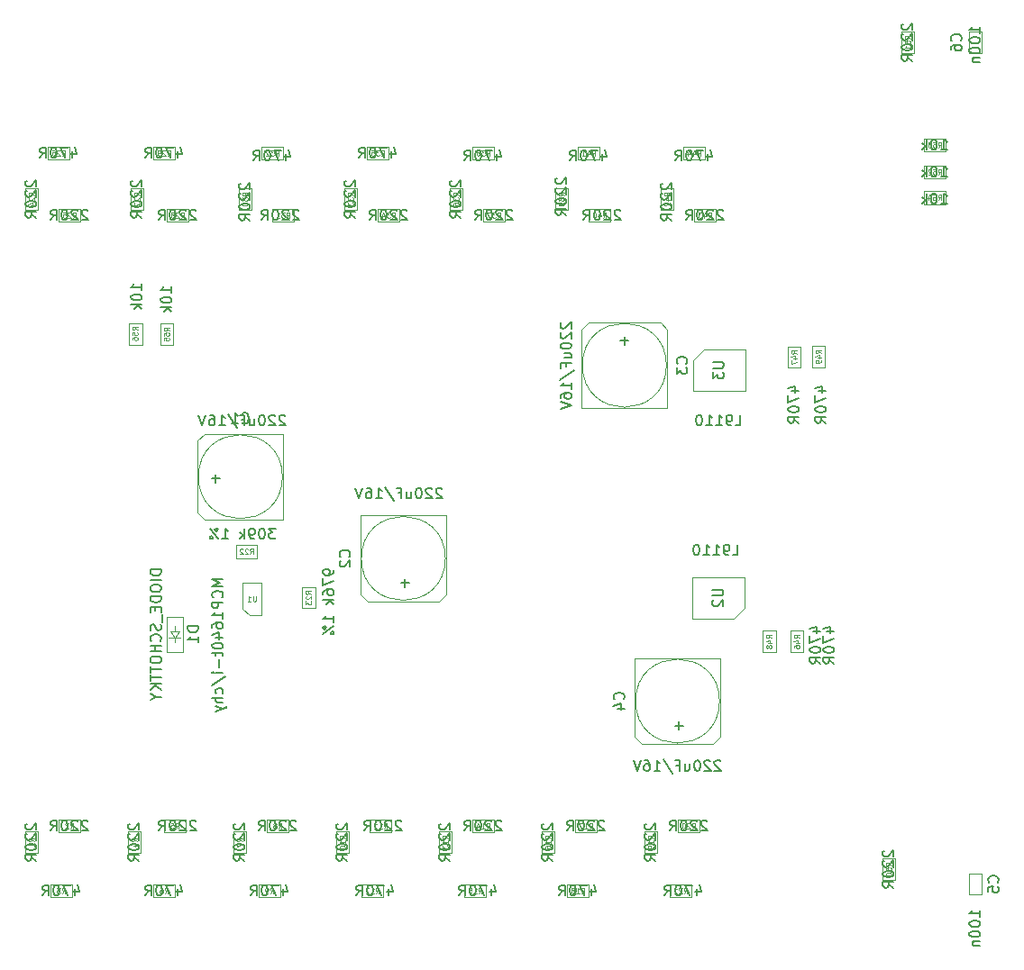
<source format=gbr>
G04 #@! TF.FileFunction,Other,Fab,Bot*
%FSLAX46Y46*%
G04 Gerber Fmt 4.6, Leading zero omitted, Abs format (unit mm)*
G04 Created by KiCad (PCBNEW 4.0.6-e0-6349~53~ubuntu16.04.1) date Thu Jun 29 18:49:34 2017*
%MOMM*%
%LPD*%
G01*
G04 APERTURE LIST*
%ADD10C,0.100000*%
%ADD11C,0.150000*%
%ADD12C,0.075000*%
G04 APERTURE END LIST*
D10*
X152599384Y-66230500D02*
G75*
G03X152599384Y-66230500I-3945884J0D01*
G01*
X152693500Y-62190500D02*
X152693500Y-70270500D01*
X145283500Y-62190500D02*
X152693500Y-62190500D01*
X144613500Y-62860500D02*
X145283500Y-62190500D01*
X144613500Y-69600500D02*
X144613500Y-62860500D01*
X145283500Y-70270500D02*
X144613500Y-69600500D01*
X152693500Y-70270500D02*
X145283500Y-70270500D01*
X167902884Y-73914000D02*
G75*
G03X167902884Y-73914000I-3945884J0D01*
G01*
X159917000Y-69874000D02*
X167997000Y-69874000D01*
X159917000Y-77284000D02*
X159917000Y-69874000D01*
X160587000Y-77954000D02*
X159917000Y-77284000D01*
X167327000Y-77954000D02*
X160587000Y-77954000D01*
X167997000Y-77284000D02*
X167327000Y-77954000D01*
X167997000Y-69874000D02*
X167997000Y-77284000D01*
X188667384Y-55753000D02*
G75*
G03X188667384Y-55753000I-3945884J0D01*
G01*
X188761500Y-59793000D02*
X180681500Y-59793000D01*
X188761500Y-52383000D02*
X188761500Y-59793000D01*
X188091500Y-51713000D02*
X188761500Y-52383000D01*
X181351500Y-51713000D02*
X188091500Y-51713000D01*
X180681500Y-52383000D02*
X181351500Y-51713000D01*
X180681500Y-59793000D02*
X180681500Y-52383000D01*
X193658484Y-87325200D02*
G75*
G03X193658484Y-87325200I-3945884J0D01*
G01*
X185672600Y-83285200D02*
X193752600Y-83285200D01*
X185672600Y-90695200D02*
X185672600Y-83285200D01*
X186342600Y-91365200D02*
X185672600Y-90695200D01*
X193082600Y-91365200D02*
X186342600Y-91365200D01*
X193752600Y-90695200D02*
X193082600Y-91365200D01*
X193752600Y-83285200D02*
X193752600Y-90695200D01*
X217058000Y-105521000D02*
X218298000Y-105521000D01*
X217058000Y-103521000D02*
X217058000Y-105521000D01*
X218298000Y-103521000D02*
X217058000Y-103521000D01*
X218298000Y-105521000D02*
X218298000Y-103521000D01*
X218298000Y-24400000D02*
X217058000Y-24400000D01*
X218298000Y-26400000D02*
X218298000Y-24400000D01*
X217058000Y-26400000D02*
X218298000Y-26400000D01*
X217058000Y-24400000D02*
X217058000Y-26400000D01*
X129652000Y-99584000D02*
X128412000Y-99584000D01*
X129652000Y-101584000D02*
X129652000Y-99584000D01*
X128412000Y-101584000D02*
X129652000Y-101584000D01*
X128412000Y-99584000D02*
X128412000Y-101584000D01*
X133588000Y-99680000D02*
X133588000Y-98440000D01*
X131588000Y-99680000D02*
X133588000Y-99680000D01*
X131588000Y-98440000D02*
X131588000Y-99680000D01*
X133588000Y-98440000D02*
X131588000Y-98440000D01*
X130826000Y-104536000D02*
X130826000Y-105776000D01*
X132826000Y-104536000D02*
X130826000Y-104536000D01*
X132826000Y-105776000D02*
X132826000Y-104536000D01*
X130826000Y-105776000D02*
X132826000Y-105776000D01*
X139304000Y-99584000D02*
X138064000Y-99584000D01*
X139304000Y-101584000D02*
X139304000Y-99584000D01*
X138064000Y-101584000D02*
X139304000Y-101584000D01*
X138064000Y-99584000D02*
X138064000Y-101584000D01*
X143494000Y-99680000D02*
X143494000Y-98440000D01*
X141494000Y-99680000D02*
X143494000Y-99680000D01*
X141494000Y-98440000D02*
X141494000Y-99680000D01*
X143494000Y-98440000D02*
X141494000Y-98440000D01*
X140478000Y-104536000D02*
X140478000Y-105776000D01*
X142478000Y-104536000D02*
X140478000Y-104536000D01*
X142478000Y-105776000D02*
X142478000Y-104536000D01*
X140478000Y-105776000D02*
X142478000Y-105776000D01*
X149210000Y-99584000D02*
X147970000Y-99584000D01*
X149210000Y-101584000D02*
X149210000Y-99584000D01*
X147970000Y-101584000D02*
X149210000Y-101584000D01*
X147970000Y-99584000D02*
X147970000Y-101584000D01*
X153146000Y-99680000D02*
X153146000Y-98440000D01*
X151146000Y-99680000D02*
X153146000Y-99680000D01*
X151146000Y-98440000D02*
X151146000Y-99680000D01*
X153146000Y-98440000D02*
X151146000Y-98440000D01*
X150384000Y-104536000D02*
X150384000Y-105776000D01*
X152384000Y-104536000D02*
X150384000Y-104536000D01*
X152384000Y-105776000D02*
X152384000Y-104536000D01*
X150384000Y-105776000D02*
X152384000Y-105776000D01*
X158862000Y-99584000D02*
X157622000Y-99584000D01*
X158862000Y-101584000D02*
X158862000Y-99584000D01*
X157622000Y-101584000D02*
X158862000Y-101584000D01*
X157622000Y-99584000D02*
X157622000Y-101584000D01*
X162798000Y-99680000D02*
X162798000Y-98440000D01*
X160798000Y-99680000D02*
X162798000Y-99680000D01*
X160798000Y-98440000D02*
X160798000Y-99680000D01*
X162798000Y-98440000D02*
X160798000Y-98440000D01*
X160036000Y-104536000D02*
X160036000Y-105776000D01*
X162036000Y-104536000D02*
X160036000Y-104536000D01*
X162036000Y-105776000D02*
X162036000Y-104536000D01*
X160036000Y-105776000D02*
X162036000Y-105776000D01*
X168514000Y-99584000D02*
X167274000Y-99584000D01*
X168514000Y-101584000D02*
X168514000Y-99584000D01*
X167274000Y-101584000D02*
X168514000Y-101584000D01*
X167274000Y-99584000D02*
X167274000Y-101584000D01*
X172450000Y-99680000D02*
X172450000Y-98440000D01*
X170450000Y-99680000D02*
X172450000Y-99680000D01*
X170450000Y-98440000D02*
X170450000Y-99680000D01*
X172450000Y-98440000D02*
X170450000Y-98440000D01*
X169688000Y-104536000D02*
X169688000Y-105776000D01*
X171688000Y-104536000D02*
X169688000Y-104536000D01*
X171688000Y-105776000D02*
X171688000Y-104536000D01*
X169688000Y-105776000D02*
X171688000Y-105776000D01*
X178166000Y-99584000D02*
X176926000Y-99584000D01*
X178166000Y-101584000D02*
X178166000Y-99584000D01*
X176926000Y-101584000D02*
X178166000Y-101584000D01*
X176926000Y-99584000D02*
X176926000Y-101584000D01*
X182102000Y-99680000D02*
X182102000Y-98440000D01*
X180102000Y-99680000D02*
X182102000Y-99680000D01*
X180102000Y-98440000D02*
X180102000Y-99680000D01*
X182102000Y-98440000D02*
X180102000Y-98440000D01*
X179340000Y-104536000D02*
X179340000Y-105776000D01*
X181340000Y-104536000D02*
X179340000Y-104536000D01*
X181340000Y-105776000D02*
X181340000Y-104536000D01*
X179340000Y-105776000D02*
X181340000Y-105776000D01*
X187818000Y-99584000D02*
X186578000Y-99584000D01*
X187818000Y-101584000D02*
X187818000Y-99584000D01*
X186578000Y-101584000D02*
X187818000Y-101584000D01*
X186578000Y-99584000D02*
X186578000Y-101584000D01*
X191754000Y-99680000D02*
X191754000Y-98440000D01*
X189754000Y-99680000D02*
X191754000Y-99680000D01*
X189754000Y-98440000D02*
X189754000Y-99680000D01*
X191754000Y-98440000D02*
X189754000Y-98440000D01*
X188992000Y-104536000D02*
X188992000Y-105776000D01*
X190992000Y-104536000D02*
X188992000Y-104536000D01*
X190992000Y-105776000D02*
X190992000Y-104536000D01*
X188992000Y-105776000D02*
X190992000Y-105776000D01*
X148225000Y-72659000D02*
X148225000Y-73899000D01*
X150225000Y-72659000D02*
X148225000Y-72659000D01*
X150225000Y-73899000D02*
X150225000Y-72659000D01*
X148225000Y-73899000D02*
X150225000Y-73899000D01*
X154447000Y-78597000D02*
X155687000Y-78597000D01*
X154447000Y-76597000D02*
X154447000Y-78597000D01*
X155687000Y-76597000D02*
X154447000Y-76597000D01*
X155687000Y-78597000D02*
X155687000Y-76597000D01*
X128412000Y-41132000D02*
X129652000Y-41132000D01*
X128412000Y-39132000D02*
X128412000Y-41132000D01*
X129652000Y-39132000D02*
X128412000Y-39132000D01*
X129652000Y-41132000D02*
X129652000Y-39132000D01*
X133588000Y-42276000D02*
X133588000Y-41036000D01*
X131588000Y-42276000D02*
X133588000Y-42276000D01*
X131588000Y-41036000D02*
X131588000Y-42276000D01*
X133588000Y-41036000D02*
X131588000Y-41036000D01*
X130572000Y-35194000D02*
X130572000Y-36434000D01*
X132572000Y-35194000D02*
X130572000Y-35194000D01*
X132572000Y-36434000D02*
X132572000Y-35194000D01*
X130572000Y-36434000D02*
X132572000Y-36434000D01*
X138318000Y-41132000D02*
X139558000Y-41132000D01*
X138318000Y-39132000D02*
X138318000Y-41132000D01*
X139558000Y-39132000D02*
X138318000Y-39132000D01*
X139558000Y-41132000D02*
X139558000Y-39132000D01*
X143748000Y-42276000D02*
X143748000Y-41036000D01*
X141748000Y-42276000D02*
X143748000Y-42276000D01*
X141748000Y-41036000D02*
X141748000Y-42276000D01*
X143748000Y-41036000D02*
X141748000Y-41036000D01*
X140478000Y-35194000D02*
X140478000Y-36434000D01*
X142478000Y-35194000D02*
X140478000Y-35194000D01*
X142478000Y-36434000D02*
X142478000Y-35194000D01*
X140478000Y-36434000D02*
X142478000Y-36434000D01*
X148478000Y-41132000D02*
X149718000Y-41132000D01*
X148478000Y-39132000D02*
X148478000Y-41132000D01*
X149718000Y-39132000D02*
X148478000Y-39132000D01*
X149718000Y-41132000D02*
X149718000Y-39132000D01*
X153654000Y-42276000D02*
X153654000Y-41036000D01*
X151654000Y-42276000D02*
X153654000Y-42276000D01*
X151654000Y-41036000D02*
X151654000Y-42276000D01*
X153654000Y-41036000D02*
X151654000Y-41036000D01*
X150638000Y-35194000D02*
X150638000Y-36434000D01*
X152638000Y-35194000D02*
X150638000Y-35194000D01*
X152638000Y-36434000D02*
X152638000Y-35194000D01*
X150638000Y-36434000D02*
X152638000Y-36434000D01*
X158384000Y-41132000D02*
X159624000Y-41132000D01*
X158384000Y-39132000D02*
X158384000Y-41132000D01*
X159624000Y-39132000D02*
X158384000Y-39132000D01*
X159624000Y-41132000D02*
X159624000Y-39132000D01*
X163560000Y-42276000D02*
X163560000Y-41036000D01*
X161560000Y-42276000D02*
X163560000Y-42276000D01*
X161560000Y-41036000D02*
X161560000Y-42276000D01*
X163560000Y-41036000D02*
X161560000Y-41036000D01*
X160544000Y-35194000D02*
X160544000Y-36434000D01*
X162544000Y-35194000D02*
X160544000Y-35194000D01*
X162544000Y-36434000D02*
X162544000Y-35194000D01*
X160544000Y-36434000D02*
X162544000Y-36434000D01*
X168290000Y-41132000D02*
X169530000Y-41132000D01*
X168290000Y-39132000D02*
X168290000Y-41132000D01*
X169530000Y-39132000D02*
X168290000Y-39132000D01*
X169530000Y-41132000D02*
X169530000Y-39132000D01*
X173466000Y-42276000D02*
X173466000Y-41036000D01*
X171466000Y-42276000D02*
X173466000Y-42276000D01*
X171466000Y-41036000D02*
X171466000Y-42276000D01*
X173466000Y-41036000D02*
X171466000Y-41036000D01*
X170450000Y-35194000D02*
X170450000Y-36434000D01*
X172450000Y-35194000D02*
X170450000Y-35194000D01*
X172450000Y-36434000D02*
X172450000Y-35194000D01*
X170450000Y-36434000D02*
X172450000Y-36434000D01*
X178196000Y-41132000D02*
X179436000Y-41132000D01*
X178196000Y-39132000D02*
X178196000Y-41132000D01*
X179436000Y-39132000D02*
X178196000Y-39132000D01*
X179436000Y-41132000D02*
X179436000Y-39132000D01*
X183372000Y-42276000D02*
X183372000Y-41036000D01*
X181372000Y-42276000D02*
X183372000Y-42276000D01*
X181372000Y-41036000D02*
X181372000Y-42276000D01*
X183372000Y-41036000D02*
X181372000Y-41036000D01*
X180356000Y-35194000D02*
X180356000Y-36434000D01*
X182356000Y-35194000D02*
X180356000Y-35194000D01*
X182356000Y-36434000D02*
X182356000Y-35194000D01*
X180356000Y-36434000D02*
X182356000Y-36434000D01*
X188102000Y-41132000D02*
X189342000Y-41132000D01*
X188102000Y-39132000D02*
X188102000Y-41132000D01*
X189342000Y-39132000D02*
X188102000Y-39132000D01*
X189342000Y-41132000D02*
X189342000Y-39132000D01*
X193278000Y-42276000D02*
X193278000Y-41036000D01*
X191278000Y-42276000D02*
X193278000Y-42276000D01*
X191278000Y-41036000D02*
X191278000Y-42276000D01*
X193278000Y-41036000D02*
X191278000Y-41036000D01*
X190262000Y-35194000D02*
X190262000Y-36434000D01*
X192262000Y-35194000D02*
X190262000Y-35194000D01*
X192262000Y-36434000D02*
X192262000Y-35194000D01*
X190262000Y-36434000D02*
X192262000Y-36434000D01*
X200294000Y-82724500D02*
X201534000Y-82724500D01*
X200294000Y-80724500D02*
X200294000Y-82724500D01*
X201534000Y-80724500D02*
X200294000Y-80724500D01*
X201534000Y-82724500D02*
X201534000Y-80724500D01*
X198930500Y-80724500D02*
X197690500Y-80724500D01*
X198930500Y-82724500D02*
X198930500Y-80724500D01*
X197690500Y-82724500D02*
X198930500Y-82724500D01*
X197690500Y-80724500D02*
X197690500Y-82724500D01*
X201280000Y-53991000D02*
X200040000Y-53991000D01*
X201280000Y-55991000D02*
X201280000Y-53991000D01*
X200040000Y-55991000D02*
X201280000Y-55991000D01*
X200040000Y-53991000D02*
X200040000Y-55991000D01*
X202326000Y-55927500D02*
X203566000Y-55927500D01*
X202326000Y-53927500D02*
X202326000Y-55927500D01*
X203566000Y-53927500D02*
X202326000Y-53927500D01*
X203566000Y-55927500D02*
X203566000Y-53927500D01*
X208930000Y-104124000D02*
X210170000Y-104124000D01*
X208930000Y-102124000D02*
X208930000Y-104124000D01*
X210170000Y-102124000D02*
X208930000Y-102124000D01*
X210170000Y-104124000D02*
X210170000Y-102124000D01*
X211948000Y-24400000D02*
X210708000Y-24400000D01*
X211948000Y-26400000D02*
X211948000Y-24400000D01*
X210708000Y-26400000D02*
X211948000Y-26400000D01*
X210708000Y-24400000D02*
X210708000Y-26400000D01*
X148833000Y-78624000D02*
X149483000Y-79274000D01*
X150633000Y-79274000D02*
X149483000Y-79274000D01*
X148833000Y-78624000D02*
X148833000Y-76174000D01*
X150633000Y-76174000D02*
X148833000Y-76174000D01*
X150633000Y-79274000D02*
X150633000Y-76174000D01*
X195998000Y-78547000D02*
X195998000Y-75647000D01*
X195998000Y-75647000D02*
X191098000Y-75647000D01*
X191098000Y-75647000D02*
X191098000Y-79547000D01*
X191098000Y-79547000D02*
X194998000Y-79547000D01*
X194998000Y-79547000D02*
X195998000Y-78547000D01*
X191161500Y-55247500D02*
X191161500Y-58147500D01*
X191161500Y-58147500D02*
X196061500Y-58147500D01*
X196061500Y-58147500D02*
X196061500Y-54247500D01*
X196061500Y-54247500D02*
X192161500Y-54247500D01*
X192161500Y-54247500D02*
X191161500Y-55247500D01*
X143294000Y-79376000D02*
X141694000Y-79376000D01*
X141694000Y-79376000D02*
X141694000Y-82676000D01*
X141694000Y-82676000D02*
X143294000Y-82676000D01*
X143294000Y-82676000D02*
X143294000Y-79376000D01*
X142494000Y-80776000D02*
X142494000Y-80276000D01*
X142094000Y-80776000D02*
X142494000Y-81376000D01*
X142894000Y-80776000D02*
X142094000Y-80776000D01*
X142494000Y-81376000D02*
X142894000Y-80776000D01*
X142494000Y-81376000D02*
X141944000Y-81376000D01*
X142494000Y-81376000D02*
X143044000Y-81376000D01*
X142494000Y-81776000D02*
X142494000Y-81376000D01*
X214868000Y-38212000D02*
X214868000Y-36972000D01*
X212868000Y-38212000D02*
X214868000Y-38212000D01*
X212868000Y-36972000D02*
X212868000Y-38212000D01*
X214868000Y-36972000D02*
X212868000Y-36972000D01*
X214868000Y-35672000D02*
X214868000Y-34432000D01*
X212868000Y-35672000D02*
X214868000Y-35672000D01*
X212868000Y-34432000D02*
X212868000Y-35672000D01*
X214868000Y-34432000D02*
X212868000Y-34432000D01*
X212868000Y-39385000D02*
X212868000Y-40625000D01*
X214868000Y-39385000D02*
X212868000Y-39385000D01*
X214868000Y-40625000D02*
X214868000Y-39385000D01*
X212868000Y-40625000D02*
X214868000Y-40625000D01*
X141112000Y-53832000D02*
X142352000Y-53832000D01*
X141112000Y-51832000D02*
X141112000Y-53832000D01*
X142352000Y-51832000D02*
X141112000Y-51832000D01*
X142352000Y-53832000D02*
X142352000Y-51832000D01*
X138191000Y-53832000D02*
X139431000Y-53832000D01*
X138191000Y-51832000D02*
X138191000Y-53832000D01*
X139431000Y-51832000D02*
X138191000Y-51832000D01*
X139431000Y-53832000D02*
X139431000Y-51832000D01*
D11*
X152867810Y-60507619D02*
X152820191Y-60460000D01*
X152724953Y-60412381D01*
X152486857Y-60412381D01*
X152391619Y-60460000D01*
X152344000Y-60507619D01*
X152296381Y-60602857D01*
X152296381Y-60698095D01*
X152344000Y-60840952D01*
X152915429Y-61412381D01*
X152296381Y-61412381D01*
X151915429Y-60507619D02*
X151867810Y-60460000D01*
X151772572Y-60412381D01*
X151534476Y-60412381D01*
X151439238Y-60460000D01*
X151391619Y-60507619D01*
X151344000Y-60602857D01*
X151344000Y-60698095D01*
X151391619Y-60840952D01*
X151963048Y-61412381D01*
X151344000Y-61412381D01*
X150724953Y-60412381D02*
X150629714Y-60412381D01*
X150534476Y-60460000D01*
X150486857Y-60507619D01*
X150439238Y-60602857D01*
X150391619Y-60793333D01*
X150391619Y-61031429D01*
X150439238Y-61221905D01*
X150486857Y-61317143D01*
X150534476Y-61364762D01*
X150629714Y-61412381D01*
X150724953Y-61412381D01*
X150820191Y-61364762D01*
X150867810Y-61317143D01*
X150915429Y-61221905D01*
X150963048Y-61031429D01*
X150963048Y-60793333D01*
X150915429Y-60602857D01*
X150867810Y-60507619D01*
X150820191Y-60460000D01*
X150724953Y-60412381D01*
X149534476Y-60745714D02*
X149534476Y-61412381D01*
X149963048Y-60745714D02*
X149963048Y-61269524D01*
X149915429Y-61364762D01*
X149820191Y-61412381D01*
X149677333Y-61412381D01*
X149582095Y-61364762D01*
X149534476Y-61317143D01*
X148724952Y-60888571D02*
X149058286Y-60888571D01*
X149058286Y-61412381D02*
X149058286Y-60412381D01*
X148582095Y-60412381D01*
X147486857Y-60364762D02*
X148344000Y-61650476D01*
X146629714Y-61412381D02*
X147201143Y-61412381D01*
X146915429Y-61412381D02*
X146915429Y-60412381D01*
X147010667Y-60555238D01*
X147105905Y-60650476D01*
X147201143Y-60698095D01*
X145772571Y-60412381D02*
X145963048Y-60412381D01*
X146058286Y-60460000D01*
X146105905Y-60507619D01*
X146201143Y-60650476D01*
X146248762Y-60840952D01*
X146248762Y-61221905D01*
X146201143Y-61317143D01*
X146153524Y-61364762D01*
X146058286Y-61412381D01*
X145867809Y-61412381D01*
X145772571Y-61364762D01*
X145724952Y-61317143D01*
X145677333Y-61221905D01*
X145677333Y-60983810D01*
X145724952Y-60888571D01*
X145772571Y-60840952D01*
X145867809Y-60793333D01*
X146058286Y-60793333D01*
X146153524Y-60840952D01*
X146201143Y-60888571D01*
X146248762Y-60983810D01*
X145391619Y-60412381D02*
X145058286Y-61412381D01*
X144724952Y-60412381D01*
X146724452Y-66381929D02*
X145962547Y-66381929D01*
X146343499Y-66762881D02*
X146343499Y-66000976D01*
X148820166Y-61137643D02*
X148867785Y-61185262D01*
X149010642Y-61232881D01*
X149105880Y-61232881D01*
X149248738Y-61185262D01*
X149343976Y-61090024D01*
X149391595Y-60994786D01*
X149439214Y-60804310D01*
X149439214Y-60661452D01*
X149391595Y-60470976D01*
X149343976Y-60375738D01*
X149248738Y-60280500D01*
X149105880Y-60232881D01*
X149010642Y-60232881D01*
X148867785Y-60280500D01*
X148820166Y-60328119D01*
X147867785Y-61232881D02*
X148439214Y-61232881D01*
X148153500Y-61232881D02*
X148153500Y-60232881D01*
X148248738Y-60375738D01*
X148343976Y-60470976D01*
X148439214Y-60518595D01*
X167599810Y-67365619D02*
X167552191Y-67318000D01*
X167456953Y-67270381D01*
X167218857Y-67270381D01*
X167123619Y-67318000D01*
X167076000Y-67365619D01*
X167028381Y-67460857D01*
X167028381Y-67556095D01*
X167076000Y-67698952D01*
X167647429Y-68270381D01*
X167028381Y-68270381D01*
X166647429Y-67365619D02*
X166599810Y-67318000D01*
X166504572Y-67270381D01*
X166266476Y-67270381D01*
X166171238Y-67318000D01*
X166123619Y-67365619D01*
X166076000Y-67460857D01*
X166076000Y-67556095D01*
X166123619Y-67698952D01*
X166695048Y-68270381D01*
X166076000Y-68270381D01*
X165456953Y-67270381D02*
X165361714Y-67270381D01*
X165266476Y-67318000D01*
X165218857Y-67365619D01*
X165171238Y-67460857D01*
X165123619Y-67651333D01*
X165123619Y-67889429D01*
X165171238Y-68079905D01*
X165218857Y-68175143D01*
X165266476Y-68222762D01*
X165361714Y-68270381D01*
X165456953Y-68270381D01*
X165552191Y-68222762D01*
X165599810Y-68175143D01*
X165647429Y-68079905D01*
X165695048Y-67889429D01*
X165695048Y-67651333D01*
X165647429Y-67460857D01*
X165599810Y-67365619D01*
X165552191Y-67318000D01*
X165456953Y-67270381D01*
X164266476Y-67603714D02*
X164266476Y-68270381D01*
X164695048Y-67603714D02*
X164695048Y-68127524D01*
X164647429Y-68222762D01*
X164552191Y-68270381D01*
X164409333Y-68270381D01*
X164314095Y-68222762D01*
X164266476Y-68175143D01*
X163456952Y-67746571D02*
X163790286Y-67746571D01*
X163790286Y-68270381D02*
X163790286Y-67270381D01*
X163314095Y-67270381D01*
X162218857Y-67222762D02*
X163076000Y-68508476D01*
X161361714Y-68270381D02*
X161933143Y-68270381D01*
X161647429Y-68270381D02*
X161647429Y-67270381D01*
X161742667Y-67413238D01*
X161837905Y-67508476D01*
X161933143Y-67556095D01*
X160504571Y-67270381D02*
X160695048Y-67270381D01*
X160790286Y-67318000D01*
X160837905Y-67365619D01*
X160933143Y-67508476D01*
X160980762Y-67698952D01*
X160980762Y-68079905D01*
X160933143Y-68175143D01*
X160885524Y-68222762D01*
X160790286Y-68270381D01*
X160599809Y-68270381D01*
X160504571Y-68222762D01*
X160456952Y-68175143D01*
X160409333Y-68079905D01*
X160409333Y-67841810D01*
X160456952Y-67746571D01*
X160504571Y-67698952D01*
X160599809Y-67651333D01*
X160790286Y-67651333D01*
X160885524Y-67698952D01*
X160933143Y-67746571D01*
X160980762Y-67841810D01*
X160123619Y-67270381D02*
X159790286Y-68270381D01*
X159456952Y-67270381D01*
X164108429Y-75843048D02*
X164108429Y-76604953D01*
X164489381Y-76224001D02*
X163727476Y-76224001D01*
X158864143Y-73747334D02*
X158911762Y-73699715D01*
X158959381Y-73556858D01*
X158959381Y-73461620D01*
X158911762Y-73318762D01*
X158816524Y-73223524D01*
X158721286Y-73175905D01*
X158530810Y-73128286D01*
X158387952Y-73128286D01*
X158197476Y-73175905D01*
X158102238Y-73223524D01*
X158007000Y-73318762D01*
X157959381Y-73461620D01*
X157959381Y-73556858D01*
X158007000Y-73699715D01*
X158054619Y-73747334D01*
X158054619Y-74128286D02*
X158007000Y-74175905D01*
X157959381Y-74271143D01*
X157959381Y-74509239D01*
X158007000Y-74604477D01*
X158054619Y-74652096D01*
X158149857Y-74699715D01*
X158245095Y-74699715D01*
X158387952Y-74652096D01*
X158959381Y-74080667D01*
X158959381Y-74699715D01*
X178819119Y-51729190D02*
X178771500Y-51776809D01*
X178723881Y-51872047D01*
X178723881Y-52110143D01*
X178771500Y-52205381D01*
X178819119Y-52253000D01*
X178914357Y-52300619D01*
X179009595Y-52300619D01*
X179152452Y-52253000D01*
X179723881Y-51681571D01*
X179723881Y-52300619D01*
X178819119Y-52681571D02*
X178771500Y-52729190D01*
X178723881Y-52824428D01*
X178723881Y-53062524D01*
X178771500Y-53157762D01*
X178819119Y-53205381D01*
X178914357Y-53253000D01*
X179009595Y-53253000D01*
X179152452Y-53205381D01*
X179723881Y-52633952D01*
X179723881Y-53253000D01*
X178723881Y-53872047D02*
X178723881Y-53967286D01*
X178771500Y-54062524D01*
X178819119Y-54110143D01*
X178914357Y-54157762D01*
X179104833Y-54205381D01*
X179342929Y-54205381D01*
X179533405Y-54157762D01*
X179628643Y-54110143D01*
X179676262Y-54062524D01*
X179723881Y-53967286D01*
X179723881Y-53872047D01*
X179676262Y-53776809D01*
X179628643Y-53729190D01*
X179533405Y-53681571D01*
X179342929Y-53633952D01*
X179104833Y-53633952D01*
X178914357Y-53681571D01*
X178819119Y-53729190D01*
X178771500Y-53776809D01*
X178723881Y-53872047D01*
X179057214Y-55062524D02*
X179723881Y-55062524D01*
X179057214Y-54633952D02*
X179581024Y-54633952D01*
X179676262Y-54681571D01*
X179723881Y-54776809D01*
X179723881Y-54919667D01*
X179676262Y-55014905D01*
X179628643Y-55062524D01*
X179200071Y-55872048D02*
X179200071Y-55538714D01*
X179723881Y-55538714D02*
X178723881Y-55538714D01*
X178723881Y-56014905D01*
X178676262Y-57110143D02*
X179961976Y-56253000D01*
X179723881Y-57967286D02*
X179723881Y-57395857D01*
X179723881Y-57681571D02*
X178723881Y-57681571D01*
X178866738Y-57586333D01*
X178961976Y-57491095D01*
X179009595Y-57395857D01*
X178723881Y-58824429D02*
X178723881Y-58633952D01*
X178771500Y-58538714D01*
X178819119Y-58491095D01*
X178961976Y-58395857D01*
X179152452Y-58348238D01*
X179533405Y-58348238D01*
X179628643Y-58395857D01*
X179676262Y-58443476D01*
X179723881Y-58538714D01*
X179723881Y-58729191D01*
X179676262Y-58824429D01*
X179628643Y-58872048D01*
X179533405Y-58919667D01*
X179295310Y-58919667D01*
X179200071Y-58872048D01*
X179152452Y-58824429D01*
X179104833Y-58729191D01*
X179104833Y-58538714D01*
X179152452Y-58443476D01*
X179200071Y-58395857D01*
X179295310Y-58348238D01*
X178723881Y-59205381D02*
X179723881Y-59538714D01*
X178723881Y-59872048D01*
X184712929Y-53062048D02*
X184712929Y-53823953D01*
X185093881Y-53443001D02*
X184331976Y-53443001D01*
X190528643Y-55586334D02*
X190576262Y-55538715D01*
X190623881Y-55395858D01*
X190623881Y-55300620D01*
X190576262Y-55157762D01*
X190481024Y-55062524D01*
X190385786Y-55014905D01*
X190195310Y-54967286D01*
X190052452Y-54967286D01*
X189861976Y-55014905D01*
X189766738Y-55062524D01*
X189671500Y-55157762D01*
X189623881Y-55300620D01*
X189623881Y-55395858D01*
X189671500Y-55538715D01*
X189719119Y-55586334D01*
X189623881Y-55919667D02*
X189623881Y-56538715D01*
X190004833Y-56205381D01*
X190004833Y-56348239D01*
X190052452Y-56443477D01*
X190100071Y-56491096D01*
X190195310Y-56538715D01*
X190433405Y-56538715D01*
X190528643Y-56491096D01*
X190576262Y-56443477D01*
X190623881Y-56348239D01*
X190623881Y-56062524D01*
X190576262Y-55967286D01*
X190528643Y-55919667D01*
X193736410Y-92968819D02*
X193688791Y-92921200D01*
X193593553Y-92873581D01*
X193355457Y-92873581D01*
X193260219Y-92921200D01*
X193212600Y-92968819D01*
X193164981Y-93064057D01*
X193164981Y-93159295D01*
X193212600Y-93302152D01*
X193784029Y-93873581D01*
X193164981Y-93873581D01*
X192784029Y-92968819D02*
X192736410Y-92921200D01*
X192641172Y-92873581D01*
X192403076Y-92873581D01*
X192307838Y-92921200D01*
X192260219Y-92968819D01*
X192212600Y-93064057D01*
X192212600Y-93159295D01*
X192260219Y-93302152D01*
X192831648Y-93873581D01*
X192212600Y-93873581D01*
X191593553Y-92873581D02*
X191498314Y-92873581D01*
X191403076Y-92921200D01*
X191355457Y-92968819D01*
X191307838Y-93064057D01*
X191260219Y-93254533D01*
X191260219Y-93492629D01*
X191307838Y-93683105D01*
X191355457Y-93778343D01*
X191403076Y-93825962D01*
X191498314Y-93873581D01*
X191593553Y-93873581D01*
X191688791Y-93825962D01*
X191736410Y-93778343D01*
X191784029Y-93683105D01*
X191831648Y-93492629D01*
X191831648Y-93254533D01*
X191784029Y-93064057D01*
X191736410Y-92968819D01*
X191688791Y-92921200D01*
X191593553Y-92873581D01*
X190403076Y-93206914D02*
X190403076Y-93873581D01*
X190831648Y-93206914D02*
X190831648Y-93730724D01*
X190784029Y-93825962D01*
X190688791Y-93873581D01*
X190545933Y-93873581D01*
X190450695Y-93825962D01*
X190403076Y-93778343D01*
X189593552Y-93349771D02*
X189926886Y-93349771D01*
X189926886Y-93873581D02*
X189926886Y-92873581D01*
X189450695Y-92873581D01*
X188355457Y-92825962D02*
X189212600Y-94111676D01*
X187498314Y-93873581D02*
X188069743Y-93873581D01*
X187784029Y-93873581D02*
X187784029Y-92873581D01*
X187879267Y-93016438D01*
X187974505Y-93111676D01*
X188069743Y-93159295D01*
X186641171Y-92873581D02*
X186831648Y-92873581D01*
X186926886Y-92921200D01*
X186974505Y-92968819D01*
X187069743Y-93111676D01*
X187117362Y-93302152D01*
X187117362Y-93683105D01*
X187069743Y-93778343D01*
X187022124Y-93825962D01*
X186926886Y-93873581D01*
X186736409Y-93873581D01*
X186641171Y-93825962D01*
X186593552Y-93778343D01*
X186545933Y-93683105D01*
X186545933Y-93445010D01*
X186593552Y-93349771D01*
X186641171Y-93302152D01*
X186736409Y-93254533D01*
X186926886Y-93254533D01*
X187022124Y-93302152D01*
X187069743Y-93349771D01*
X187117362Y-93445010D01*
X186260219Y-92873581D02*
X185926886Y-93873581D01*
X185593552Y-92873581D01*
X189864029Y-89254248D02*
X189864029Y-90016153D01*
X190244981Y-89635201D02*
X189483076Y-89635201D01*
X184619743Y-87158534D02*
X184667362Y-87110915D01*
X184714981Y-86968058D01*
X184714981Y-86872820D01*
X184667362Y-86729962D01*
X184572124Y-86634724D01*
X184476886Y-86587105D01*
X184286410Y-86539486D01*
X184143552Y-86539486D01*
X183953076Y-86587105D01*
X183857838Y-86634724D01*
X183762600Y-86729962D01*
X183714981Y-86872820D01*
X183714981Y-86968058D01*
X183762600Y-87110915D01*
X183810219Y-87158534D01*
X184048314Y-88015677D02*
X184714981Y-88015677D01*
X183667362Y-87777581D02*
X184381648Y-87539486D01*
X184381648Y-88158534D01*
X218130381Y-107592953D02*
X218130381Y-107021524D01*
X218130381Y-107307238D02*
X217130381Y-107307238D01*
X217273238Y-107212000D01*
X217368476Y-107116762D01*
X217416095Y-107021524D01*
X217130381Y-108212000D02*
X217130381Y-108307239D01*
X217178000Y-108402477D01*
X217225619Y-108450096D01*
X217320857Y-108497715D01*
X217511333Y-108545334D01*
X217749429Y-108545334D01*
X217939905Y-108497715D01*
X218035143Y-108450096D01*
X218082762Y-108402477D01*
X218130381Y-108307239D01*
X218130381Y-108212000D01*
X218082762Y-108116762D01*
X218035143Y-108069143D01*
X217939905Y-108021524D01*
X217749429Y-107973905D01*
X217511333Y-107973905D01*
X217320857Y-108021524D01*
X217225619Y-108069143D01*
X217178000Y-108116762D01*
X217130381Y-108212000D01*
X217130381Y-109164381D02*
X217130381Y-109259620D01*
X217178000Y-109354858D01*
X217225619Y-109402477D01*
X217320857Y-109450096D01*
X217511333Y-109497715D01*
X217749429Y-109497715D01*
X217939905Y-109450096D01*
X218035143Y-109402477D01*
X218082762Y-109354858D01*
X218130381Y-109259620D01*
X218130381Y-109164381D01*
X218082762Y-109069143D01*
X218035143Y-109021524D01*
X217939905Y-108973905D01*
X217749429Y-108926286D01*
X217511333Y-108926286D01*
X217320857Y-108973905D01*
X217225619Y-109021524D01*
X217178000Y-109069143D01*
X217130381Y-109164381D01*
X217463714Y-109926286D02*
X218130381Y-109926286D01*
X217558952Y-109926286D02*
X217511333Y-109973905D01*
X217463714Y-110069143D01*
X217463714Y-110212001D01*
X217511333Y-110307239D01*
X217606571Y-110354858D01*
X218130381Y-110354858D01*
X219785143Y-104354334D02*
X219832762Y-104306715D01*
X219880381Y-104163858D01*
X219880381Y-104068620D01*
X219832762Y-103925762D01*
X219737524Y-103830524D01*
X219642286Y-103782905D01*
X219451810Y-103735286D01*
X219308952Y-103735286D01*
X219118476Y-103782905D01*
X219023238Y-103830524D01*
X218928000Y-103925762D01*
X218880381Y-104068620D01*
X218880381Y-104163858D01*
X218928000Y-104306715D01*
X218975619Y-104354334D01*
X218880381Y-105259096D02*
X218880381Y-104782905D01*
X219356571Y-104735286D01*
X219308952Y-104782905D01*
X219261333Y-104878143D01*
X219261333Y-105116239D01*
X219308952Y-105211477D01*
X219356571Y-105259096D01*
X219451810Y-105306715D01*
X219689905Y-105306715D01*
X219785143Y-105259096D01*
X219832762Y-105211477D01*
X219880381Y-105116239D01*
X219880381Y-104878143D01*
X219832762Y-104782905D01*
X219785143Y-104735286D01*
X218130381Y-24534953D02*
X218130381Y-23963524D01*
X218130381Y-24249238D02*
X217130381Y-24249238D01*
X217273238Y-24154000D01*
X217368476Y-24058762D01*
X217416095Y-23963524D01*
X217130381Y-25154000D02*
X217130381Y-25249239D01*
X217178000Y-25344477D01*
X217225619Y-25392096D01*
X217320857Y-25439715D01*
X217511333Y-25487334D01*
X217749429Y-25487334D01*
X217939905Y-25439715D01*
X218035143Y-25392096D01*
X218082762Y-25344477D01*
X218130381Y-25249239D01*
X218130381Y-25154000D01*
X218082762Y-25058762D01*
X218035143Y-25011143D01*
X217939905Y-24963524D01*
X217749429Y-24915905D01*
X217511333Y-24915905D01*
X217320857Y-24963524D01*
X217225619Y-25011143D01*
X217178000Y-25058762D01*
X217130381Y-25154000D01*
X217130381Y-26106381D02*
X217130381Y-26201620D01*
X217178000Y-26296858D01*
X217225619Y-26344477D01*
X217320857Y-26392096D01*
X217511333Y-26439715D01*
X217749429Y-26439715D01*
X217939905Y-26392096D01*
X218035143Y-26344477D01*
X218082762Y-26296858D01*
X218130381Y-26201620D01*
X218130381Y-26106381D01*
X218082762Y-26011143D01*
X218035143Y-25963524D01*
X217939905Y-25915905D01*
X217749429Y-25868286D01*
X217511333Y-25868286D01*
X217320857Y-25915905D01*
X217225619Y-25963524D01*
X217178000Y-26011143D01*
X217130381Y-26106381D01*
X217463714Y-26868286D02*
X218130381Y-26868286D01*
X217558952Y-26868286D02*
X217511333Y-26915905D01*
X217463714Y-27011143D01*
X217463714Y-27154001D01*
X217511333Y-27249239D01*
X217606571Y-27296858D01*
X218130381Y-27296858D01*
X216285143Y-25233334D02*
X216332762Y-25185715D01*
X216380381Y-25042858D01*
X216380381Y-24947620D01*
X216332762Y-24804762D01*
X216237524Y-24709524D01*
X216142286Y-24661905D01*
X215951810Y-24614286D01*
X215808952Y-24614286D01*
X215618476Y-24661905D01*
X215523238Y-24709524D01*
X215428000Y-24804762D01*
X215380381Y-24947620D01*
X215380381Y-25042858D01*
X215428000Y-25185715D01*
X215475619Y-25233334D01*
X215380381Y-26090477D02*
X215380381Y-25900000D01*
X215428000Y-25804762D01*
X215475619Y-25757143D01*
X215618476Y-25661905D01*
X215808952Y-25614286D01*
X216189905Y-25614286D01*
X216285143Y-25661905D01*
X216332762Y-25709524D01*
X216380381Y-25804762D01*
X216380381Y-25995239D01*
X216332762Y-26090477D01*
X216285143Y-26138096D01*
X216189905Y-26185715D01*
X215951810Y-26185715D01*
X215856571Y-26138096D01*
X215808952Y-26090477D01*
X215761333Y-25995239D01*
X215761333Y-25804762D01*
X215808952Y-25709524D01*
X215856571Y-25661905D01*
X215951810Y-25614286D01*
X128579619Y-98845905D02*
X128532000Y-98893524D01*
X128484381Y-98988762D01*
X128484381Y-99226858D01*
X128532000Y-99322096D01*
X128579619Y-99369715D01*
X128674857Y-99417334D01*
X128770095Y-99417334D01*
X128912952Y-99369715D01*
X129484381Y-98798286D01*
X129484381Y-99417334D01*
X128579619Y-99798286D02*
X128532000Y-99845905D01*
X128484381Y-99941143D01*
X128484381Y-100179239D01*
X128532000Y-100274477D01*
X128579619Y-100322096D01*
X128674857Y-100369715D01*
X128770095Y-100369715D01*
X128912952Y-100322096D01*
X129484381Y-99750667D01*
X129484381Y-100369715D01*
X128484381Y-100988762D02*
X128484381Y-101084001D01*
X128532000Y-101179239D01*
X128579619Y-101226858D01*
X128674857Y-101274477D01*
X128865333Y-101322096D01*
X129103429Y-101322096D01*
X129293905Y-101274477D01*
X129389143Y-101226858D01*
X129436762Y-101179239D01*
X129484381Y-101084001D01*
X129484381Y-100988762D01*
X129436762Y-100893524D01*
X129389143Y-100845905D01*
X129293905Y-100798286D01*
X129103429Y-100750667D01*
X128865333Y-100750667D01*
X128674857Y-100798286D01*
X128579619Y-100845905D01*
X128532000Y-100893524D01*
X128484381Y-100988762D01*
X129484381Y-102322096D02*
X129008190Y-101988762D01*
X129484381Y-101750667D02*
X128484381Y-101750667D01*
X128484381Y-102131620D01*
X128532000Y-102226858D01*
X128579619Y-102274477D01*
X128674857Y-102322096D01*
X128817714Y-102322096D01*
X128912952Y-102274477D01*
X128960571Y-102226858D01*
X129008190Y-102131620D01*
X129008190Y-101750667D01*
D12*
X129258190Y-100500667D02*
X129020095Y-100334000D01*
X129258190Y-100214953D02*
X128758190Y-100214953D01*
X128758190Y-100405429D01*
X128782000Y-100453048D01*
X128805810Y-100476857D01*
X128853429Y-100500667D01*
X128924857Y-100500667D01*
X128972476Y-100476857D01*
X128996286Y-100453048D01*
X129020095Y-100405429D01*
X129020095Y-100214953D01*
X129258190Y-100976857D02*
X129258190Y-100691143D01*
X129258190Y-100834000D02*
X128758190Y-100834000D01*
X128829619Y-100786381D01*
X128877238Y-100738762D01*
X128901048Y-100691143D01*
D11*
X134326095Y-98607619D02*
X134278476Y-98560000D01*
X134183238Y-98512381D01*
X133945142Y-98512381D01*
X133849904Y-98560000D01*
X133802285Y-98607619D01*
X133754666Y-98702857D01*
X133754666Y-98798095D01*
X133802285Y-98940952D01*
X134373714Y-99512381D01*
X133754666Y-99512381D01*
X133373714Y-98607619D02*
X133326095Y-98560000D01*
X133230857Y-98512381D01*
X132992761Y-98512381D01*
X132897523Y-98560000D01*
X132849904Y-98607619D01*
X132802285Y-98702857D01*
X132802285Y-98798095D01*
X132849904Y-98940952D01*
X133421333Y-99512381D01*
X132802285Y-99512381D01*
X132183238Y-98512381D02*
X132087999Y-98512381D01*
X131992761Y-98560000D01*
X131945142Y-98607619D01*
X131897523Y-98702857D01*
X131849904Y-98893333D01*
X131849904Y-99131429D01*
X131897523Y-99321905D01*
X131945142Y-99417143D01*
X131992761Y-99464762D01*
X132087999Y-99512381D01*
X132183238Y-99512381D01*
X132278476Y-99464762D01*
X132326095Y-99417143D01*
X132373714Y-99321905D01*
X132421333Y-99131429D01*
X132421333Y-98893333D01*
X132373714Y-98702857D01*
X132326095Y-98607619D01*
X132278476Y-98560000D01*
X132183238Y-98512381D01*
X130849904Y-99512381D02*
X131183238Y-99036190D01*
X131421333Y-99512381D02*
X131421333Y-98512381D01*
X131040380Y-98512381D01*
X130945142Y-98560000D01*
X130897523Y-98607619D01*
X130849904Y-98702857D01*
X130849904Y-98845714D01*
X130897523Y-98940952D01*
X130945142Y-98988571D01*
X131040380Y-99036190D01*
X131421333Y-99036190D01*
D12*
X132671333Y-99286190D02*
X132838000Y-99048095D01*
X132957047Y-99286190D02*
X132957047Y-98786190D01*
X132766571Y-98786190D01*
X132718952Y-98810000D01*
X132695143Y-98833810D01*
X132671333Y-98881429D01*
X132671333Y-98952857D01*
X132695143Y-99000476D01*
X132718952Y-99024286D01*
X132766571Y-99048095D01*
X132957047Y-99048095D01*
X132480857Y-98833810D02*
X132457047Y-98810000D01*
X132409428Y-98786190D01*
X132290381Y-98786190D01*
X132242762Y-98810000D01*
X132218952Y-98833810D01*
X132195143Y-98881429D01*
X132195143Y-98929048D01*
X132218952Y-99000476D01*
X132504666Y-99286190D01*
X132195143Y-99286190D01*
D11*
X133087904Y-104941714D02*
X133087904Y-105608381D01*
X133326000Y-104560762D02*
X133564095Y-105275048D01*
X132945047Y-105275048D01*
X132659333Y-104608381D02*
X131992666Y-104608381D01*
X132421238Y-105608381D01*
X131421238Y-104608381D02*
X131325999Y-104608381D01*
X131230761Y-104656000D01*
X131183142Y-104703619D01*
X131135523Y-104798857D01*
X131087904Y-104989333D01*
X131087904Y-105227429D01*
X131135523Y-105417905D01*
X131183142Y-105513143D01*
X131230761Y-105560762D01*
X131325999Y-105608381D01*
X131421238Y-105608381D01*
X131516476Y-105560762D01*
X131564095Y-105513143D01*
X131611714Y-105417905D01*
X131659333Y-105227429D01*
X131659333Y-104989333D01*
X131611714Y-104798857D01*
X131564095Y-104703619D01*
X131516476Y-104656000D01*
X131421238Y-104608381D01*
X130087904Y-105608381D02*
X130421238Y-105132190D01*
X130659333Y-105608381D02*
X130659333Y-104608381D01*
X130278380Y-104608381D01*
X130183142Y-104656000D01*
X130135523Y-104703619D01*
X130087904Y-104798857D01*
X130087904Y-104941714D01*
X130135523Y-105036952D01*
X130183142Y-105084571D01*
X130278380Y-105132190D01*
X130659333Y-105132190D01*
D12*
X131909333Y-105382190D02*
X132076000Y-105144095D01*
X132195047Y-105382190D02*
X132195047Y-104882190D01*
X132004571Y-104882190D01*
X131956952Y-104906000D01*
X131933143Y-104929810D01*
X131909333Y-104977429D01*
X131909333Y-105048857D01*
X131933143Y-105096476D01*
X131956952Y-105120286D01*
X132004571Y-105144095D01*
X132195047Y-105144095D01*
X131742666Y-104882190D02*
X131433143Y-104882190D01*
X131599809Y-105072667D01*
X131528381Y-105072667D01*
X131480762Y-105096476D01*
X131456952Y-105120286D01*
X131433143Y-105167905D01*
X131433143Y-105286952D01*
X131456952Y-105334571D01*
X131480762Y-105358381D01*
X131528381Y-105382190D01*
X131671238Y-105382190D01*
X131718857Y-105358381D01*
X131742666Y-105334571D01*
D11*
X138231619Y-98845905D02*
X138184000Y-98893524D01*
X138136381Y-98988762D01*
X138136381Y-99226858D01*
X138184000Y-99322096D01*
X138231619Y-99369715D01*
X138326857Y-99417334D01*
X138422095Y-99417334D01*
X138564952Y-99369715D01*
X139136381Y-98798286D01*
X139136381Y-99417334D01*
X138231619Y-99798286D02*
X138184000Y-99845905D01*
X138136381Y-99941143D01*
X138136381Y-100179239D01*
X138184000Y-100274477D01*
X138231619Y-100322096D01*
X138326857Y-100369715D01*
X138422095Y-100369715D01*
X138564952Y-100322096D01*
X139136381Y-99750667D01*
X139136381Y-100369715D01*
X138136381Y-100988762D02*
X138136381Y-101084001D01*
X138184000Y-101179239D01*
X138231619Y-101226858D01*
X138326857Y-101274477D01*
X138517333Y-101322096D01*
X138755429Y-101322096D01*
X138945905Y-101274477D01*
X139041143Y-101226858D01*
X139088762Y-101179239D01*
X139136381Y-101084001D01*
X139136381Y-100988762D01*
X139088762Y-100893524D01*
X139041143Y-100845905D01*
X138945905Y-100798286D01*
X138755429Y-100750667D01*
X138517333Y-100750667D01*
X138326857Y-100798286D01*
X138231619Y-100845905D01*
X138184000Y-100893524D01*
X138136381Y-100988762D01*
X139136381Y-102322096D02*
X138660190Y-101988762D01*
X139136381Y-101750667D02*
X138136381Y-101750667D01*
X138136381Y-102131620D01*
X138184000Y-102226858D01*
X138231619Y-102274477D01*
X138326857Y-102322096D01*
X138469714Y-102322096D01*
X138564952Y-102274477D01*
X138612571Y-102226858D01*
X138660190Y-102131620D01*
X138660190Y-101750667D01*
D12*
X138910190Y-100500667D02*
X138672095Y-100334000D01*
X138910190Y-100214953D02*
X138410190Y-100214953D01*
X138410190Y-100405429D01*
X138434000Y-100453048D01*
X138457810Y-100476857D01*
X138505429Y-100500667D01*
X138576857Y-100500667D01*
X138624476Y-100476857D01*
X138648286Y-100453048D01*
X138672095Y-100405429D01*
X138672095Y-100214953D01*
X138576857Y-100929238D02*
X138910190Y-100929238D01*
X138386381Y-100810191D02*
X138743524Y-100691143D01*
X138743524Y-101000667D01*
D11*
X144486095Y-98607619D02*
X144438476Y-98560000D01*
X144343238Y-98512381D01*
X144105142Y-98512381D01*
X144009904Y-98560000D01*
X143962285Y-98607619D01*
X143914666Y-98702857D01*
X143914666Y-98798095D01*
X143962285Y-98940952D01*
X144533714Y-99512381D01*
X143914666Y-99512381D01*
X143533714Y-98607619D02*
X143486095Y-98560000D01*
X143390857Y-98512381D01*
X143152761Y-98512381D01*
X143057523Y-98560000D01*
X143009904Y-98607619D01*
X142962285Y-98702857D01*
X142962285Y-98798095D01*
X143009904Y-98940952D01*
X143581333Y-99512381D01*
X142962285Y-99512381D01*
X142343238Y-98512381D02*
X142247999Y-98512381D01*
X142152761Y-98560000D01*
X142105142Y-98607619D01*
X142057523Y-98702857D01*
X142009904Y-98893333D01*
X142009904Y-99131429D01*
X142057523Y-99321905D01*
X142105142Y-99417143D01*
X142152761Y-99464762D01*
X142247999Y-99512381D01*
X142343238Y-99512381D01*
X142438476Y-99464762D01*
X142486095Y-99417143D01*
X142533714Y-99321905D01*
X142581333Y-99131429D01*
X142581333Y-98893333D01*
X142533714Y-98702857D01*
X142486095Y-98607619D01*
X142438476Y-98560000D01*
X142343238Y-98512381D01*
X141009904Y-99512381D02*
X141343238Y-99036190D01*
X141581333Y-99512381D02*
X141581333Y-98512381D01*
X141200380Y-98512381D01*
X141105142Y-98560000D01*
X141057523Y-98607619D01*
X141009904Y-98702857D01*
X141009904Y-98845714D01*
X141057523Y-98940952D01*
X141105142Y-98988571D01*
X141200380Y-99036190D01*
X141581333Y-99036190D01*
D12*
X142577333Y-99286190D02*
X142744000Y-99048095D01*
X142863047Y-99286190D02*
X142863047Y-98786190D01*
X142672571Y-98786190D01*
X142624952Y-98810000D01*
X142601143Y-98833810D01*
X142577333Y-98881429D01*
X142577333Y-98952857D01*
X142601143Y-99000476D01*
X142624952Y-99024286D01*
X142672571Y-99048095D01*
X142863047Y-99048095D01*
X142124952Y-98786190D02*
X142363047Y-98786190D01*
X142386857Y-99024286D01*
X142363047Y-99000476D01*
X142315428Y-98976667D01*
X142196381Y-98976667D01*
X142148762Y-99000476D01*
X142124952Y-99024286D01*
X142101143Y-99071905D01*
X142101143Y-99190952D01*
X142124952Y-99238571D01*
X142148762Y-99262381D01*
X142196381Y-99286190D01*
X142315428Y-99286190D01*
X142363047Y-99262381D01*
X142386857Y-99238571D01*
D11*
X142739904Y-104941714D02*
X142739904Y-105608381D01*
X142978000Y-104560762D02*
X143216095Y-105275048D01*
X142597047Y-105275048D01*
X142311333Y-104608381D02*
X141644666Y-104608381D01*
X142073238Y-105608381D01*
X141073238Y-104608381D02*
X140977999Y-104608381D01*
X140882761Y-104656000D01*
X140835142Y-104703619D01*
X140787523Y-104798857D01*
X140739904Y-104989333D01*
X140739904Y-105227429D01*
X140787523Y-105417905D01*
X140835142Y-105513143D01*
X140882761Y-105560762D01*
X140977999Y-105608381D01*
X141073238Y-105608381D01*
X141168476Y-105560762D01*
X141216095Y-105513143D01*
X141263714Y-105417905D01*
X141311333Y-105227429D01*
X141311333Y-104989333D01*
X141263714Y-104798857D01*
X141216095Y-104703619D01*
X141168476Y-104656000D01*
X141073238Y-104608381D01*
X139739904Y-105608381D02*
X140073238Y-105132190D01*
X140311333Y-105608381D02*
X140311333Y-104608381D01*
X139930380Y-104608381D01*
X139835142Y-104656000D01*
X139787523Y-104703619D01*
X139739904Y-104798857D01*
X139739904Y-104941714D01*
X139787523Y-105036952D01*
X139835142Y-105084571D01*
X139930380Y-105132190D01*
X140311333Y-105132190D01*
D12*
X141561333Y-105382190D02*
X141728000Y-105144095D01*
X141847047Y-105382190D02*
X141847047Y-104882190D01*
X141656571Y-104882190D01*
X141608952Y-104906000D01*
X141585143Y-104929810D01*
X141561333Y-104977429D01*
X141561333Y-105048857D01*
X141585143Y-105096476D01*
X141608952Y-105120286D01*
X141656571Y-105144095D01*
X141847047Y-105144095D01*
X141132762Y-104882190D02*
X141228000Y-104882190D01*
X141275619Y-104906000D01*
X141299428Y-104929810D01*
X141347047Y-105001238D01*
X141370857Y-105096476D01*
X141370857Y-105286952D01*
X141347047Y-105334571D01*
X141323238Y-105358381D01*
X141275619Y-105382190D01*
X141180381Y-105382190D01*
X141132762Y-105358381D01*
X141108952Y-105334571D01*
X141085143Y-105286952D01*
X141085143Y-105167905D01*
X141108952Y-105120286D01*
X141132762Y-105096476D01*
X141180381Y-105072667D01*
X141275619Y-105072667D01*
X141323238Y-105096476D01*
X141347047Y-105120286D01*
X141370857Y-105167905D01*
D11*
X148137619Y-98845905D02*
X148090000Y-98893524D01*
X148042381Y-98988762D01*
X148042381Y-99226858D01*
X148090000Y-99322096D01*
X148137619Y-99369715D01*
X148232857Y-99417334D01*
X148328095Y-99417334D01*
X148470952Y-99369715D01*
X149042381Y-98798286D01*
X149042381Y-99417334D01*
X148137619Y-99798286D02*
X148090000Y-99845905D01*
X148042381Y-99941143D01*
X148042381Y-100179239D01*
X148090000Y-100274477D01*
X148137619Y-100322096D01*
X148232857Y-100369715D01*
X148328095Y-100369715D01*
X148470952Y-100322096D01*
X149042381Y-99750667D01*
X149042381Y-100369715D01*
X148042381Y-100988762D02*
X148042381Y-101084001D01*
X148090000Y-101179239D01*
X148137619Y-101226858D01*
X148232857Y-101274477D01*
X148423333Y-101322096D01*
X148661429Y-101322096D01*
X148851905Y-101274477D01*
X148947143Y-101226858D01*
X148994762Y-101179239D01*
X149042381Y-101084001D01*
X149042381Y-100988762D01*
X148994762Y-100893524D01*
X148947143Y-100845905D01*
X148851905Y-100798286D01*
X148661429Y-100750667D01*
X148423333Y-100750667D01*
X148232857Y-100798286D01*
X148137619Y-100845905D01*
X148090000Y-100893524D01*
X148042381Y-100988762D01*
X149042381Y-102322096D02*
X148566190Y-101988762D01*
X149042381Y-101750667D02*
X148042381Y-101750667D01*
X148042381Y-102131620D01*
X148090000Y-102226858D01*
X148137619Y-102274477D01*
X148232857Y-102322096D01*
X148375714Y-102322096D01*
X148470952Y-102274477D01*
X148518571Y-102226858D01*
X148566190Y-102131620D01*
X148566190Y-101750667D01*
D12*
X148816190Y-100500667D02*
X148578095Y-100334000D01*
X148816190Y-100214953D02*
X148316190Y-100214953D01*
X148316190Y-100405429D01*
X148340000Y-100453048D01*
X148363810Y-100476857D01*
X148411429Y-100500667D01*
X148482857Y-100500667D01*
X148530476Y-100476857D01*
X148554286Y-100453048D01*
X148578095Y-100405429D01*
X148578095Y-100214953D01*
X148316190Y-100667334D02*
X148316190Y-101000667D01*
X148816190Y-100786381D01*
D11*
X153884095Y-98607619D02*
X153836476Y-98560000D01*
X153741238Y-98512381D01*
X153503142Y-98512381D01*
X153407904Y-98560000D01*
X153360285Y-98607619D01*
X153312666Y-98702857D01*
X153312666Y-98798095D01*
X153360285Y-98940952D01*
X153931714Y-99512381D01*
X153312666Y-99512381D01*
X152931714Y-98607619D02*
X152884095Y-98560000D01*
X152788857Y-98512381D01*
X152550761Y-98512381D01*
X152455523Y-98560000D01*
X152407904Y-98607619D01*
X152360285Y-98702857D01*
X152360285Y-98798095D01*
X152407904Y-98940952D01*
X152979333Y-99512381D01*
X152360285Y-99512381D01*
X151741238Y-98512381D02*
X151645999Y-98512381D01*
X151550761Y-98560000D01*
X151503142Y-98607619D01*
X151455523Y-98702857D01*
X151407904Y-98893333D01*
X151407904Y-99131429D01*
X151455523Y-99321905D01*
X151503142Y-99417143D01*
X151550761Y-99464762D01*
X151645999Y-99512381D01*
X151741238Y-99512381D01*
X151836476Y-99464762D01*
X151884095Y-99417143D01*
X151931714Y-99321905D01*
X151979333Y-99131429D01*
X151979333Y-98893333D01*
X151931714Y-98702857D01*
X151884095Y-98607619D01*
X151836476Y-98560000D01*
X151741238Y-98512381D01*
X150407904Y-99512381D02*
X150741238Y-99036190D01*
X150979333Y-99512381D02*
X150979333Y-98512381D01*
X150598380Y-98512381D01*
X150503142Y-98560000D01*
X150455523Y-98607619D01*
X150407904Y-98702857D01*
X150407904Y-98845714D01*
X150455523Y-98940952D01*
X150503142Y-98988571D01*
X150598380Y-99036190D01*
X150979333Y-99036190D01*
D12*
X152229333Y-99286190D02*
X152396000Y-99048095D01*
X152515047Y-99286190D02*
X152515047Y-98786190D01*
X152324571Y-98786190D01*
X152276952Y-98810000D01*
X152253143Y-98833810D01*
X152229333Y-98881429D01*
X152229333Y-98952857D01*
X152253143Y-99000476D01*
X152276952Y-99024286D01*
X152324571Y-99048095D01*
X152515047Y-99048095D01*
X151943619Y-99000476D02*
X151991238Y-98976667D01*
X152015047Y-98952857D01*
X152038857Y-98905238D01*
X152038857Y-98881429D01*
X152015047Y-98833810D01*
X151991238Y-98810000D01*
X151943619Y-98786190D01*
X151848381Y-98786190D01*
X151800762Y-98810000D01*
X151776952Y-98833810D01*
X151753143Y-98881429D01*
X151753143Y-98905238D01*
X151776952Y-98952857D01*
X151800762Y-98976667D01*
X151848381Y-99000476D01*
X151943619Y-99000476D01*
X151991238Y-99024286D01*
X152015047Y-99048095D01*
X152038857Y-99095714D01*
X152038857Y-99190952D01*
X152015047Y-99238571D01*
X151991238Y-99262381D01*
X151943619Y-99286190D01*
X151848381Y-99286190D01*
X151800762Y-99262381D01*
X151776952Y-99238571D01*
X151753143Y-99190952D01*
X151753143Y-99095714D01*
X151776952Y-99048095D01*
X151800762Y-99024286D01*
X151848381Y-99000476D01*
D11*
X152645904Y-104941714D02*
X152645904Y-105608381D01*
X152884000Y-104560762D02*
X153122095Y-105275048D01*
X152503047Y-105275048D01*
X152217333Y-104608381D02*
X151550666Y-104608381D01*
X151979238Y-105608381D01*
X150979238Y-104608381D02*
X150883999Y-104608381D01*
X150788761Y-104656000D01*
X150741142Y-104703619D01*
X150693523Y-104798857D01*
X150645904Y-104989333D01*
X150645904Y-105227429D01*
X150693523Y-105417905D01*
X150741142Y-105513143D01*
X150788761Y-105560762D01*
X150883999Y-105608381D01*
X150979238Y-105608381D01*
X151074476Y-105560762D01*
X151122095Y-105513143D01*
X151169714Y-105417905D01*
X151217333Y-105227429D01*
X151217333Y-104989333D01*
X151169714Y-104798857D01*
X151122095Y-104703619D01*
X151074476Y-104656000D01*
X150979238Y-104608381D01*
X149645904Y-105608381D02*
X149979238Y-105132190D01*
X150217333Y-105608381D02*
X150217333Y-104608381D01*
X149836380Y-104608381D01*
X149741142Y-104656000D01*
X149693523Y-104703619D01*
X149645904Y-104798857D01*
X149645904Y-104941714D01*
X149693523Y-105036952D01*
X149741142Y-105084571D01*
X149836380Y-105132190D01*
X150217333Y-105132190D01*
D12*
X151467333Y-105382190D02*
X151634000Y-105144095D01*
X151753047Y-105382190D02*
X151753047Y-104882190D01*
X151562571Y-104882190D01*
X151514952Y-104906000D01*
X151491143Y-104929810D01*
X151467333Y-104977429D01*
X151467333Y-105048857D01*
X151491143Y-105096476D01*
X151514952Y-105120286D01*
X151562571Y-105144095D01*
X151753047Y-105144095D01*
X151229238Y-105382190D02*
X151134000Y-105382190D01*
X151086381Y-105358381D01*
X151062571Y-105334571D01*
X151014952Y-105263143D01*
X150991143Y-105167905D01*
X150991143Y-104977429D01*
X151014952Y-104929810D01*
X151038762Y-104906000D01*
X151086381Y-104882190D01*
X151181619Y-104882190D01*
X151229238Y-104906000D01*
X151253047Y-104929810D01*
X151276857Y-104977429D01*
X151276857Y-105096476D01*
X151253047Y-105144095D01*
X151229238Y-105167905D01*
X151181619Y-105191714D01*
X151086381Y-105191714D01*
X151038762Y-105167905D01*
X151014952Y-105144095D01*
X150991143Y-105096476D01*
D11*
X157789619Y-98845905D02*
X157742000Y-98893524D01*
X157694381Y-98988762D01*
X157694381Y-99226858D01*
X157742000Y-99322096D01*
X157789619Y-99369715D01*
X157884857Y-99417334D01*
X157980095Y-99417334D01*
X158122952Y-99369715D01*
X158694381Y-98798286D01*
X158694381Y-99417334D01*
X157789619Y-99798286D02*
X157742000Y-99845905D01*
X157694381Y-99941143D01*
X157694381Y-100179239D01*
X157742000Y-100274477D01*
X157789619Y-100322096D01*
X157884857Y-100369715D01*
X157980095Y-100369715D01*
X158122952Y-100322096D01*
X158694381Y-99750667D01*
X158694381Y-100369715D01*
X157694381Y-100988762D02*
X157694381Y-101084001D01*
X157742000Y-101179239D01*
X157789619Y-101226858D01*
X157884857Y-101274477D01*
X158075333Y-101322096D01*
X158313429Y-101322096D01*
X158503905Y-101274477D01*
X158599143Y-101226858D01*
X158646762Y-101179239D01*
X158694381Y-101084001D01*
X158694381Y-100988762D01*
X158646762Y-100893524D01*
X158599143Y-100845905D01*
X158503905Y-100798286D01*
X158313429Y-100750667D01*
X158075333Y-100750667D01*
X157884857Y-100798286D01*
X157789619Y-100845905D01*
X157742000Y-100893524D01*
X157694381Y-100988762D01*
X158694381Y-102322096D02*
X158218190Y-101988762D01*
X158694381Y-101750667D02*
X157694381Y-101750667D01*
X157694381Y-102131620D01*
X157742000Y-102226858D01*
X157789619Y-102274477D01*
X157884857Y-102322096D01*
X158027714Y-102322096D01*
X158122952Y-102274477D01*
X158170571Y-102226858D01*
X158218190Y-102131620D01*
X158218190Y-101750667D01*
D12*
X158468190Y-100262572D02*
X158230095Y-100095905D01*
X158468190Y-99976858D02*
X157968190Y-99976858D01*
X157968190Y-100167334D01*
X157992000Y-100214953D01*
X158015810Y-100238762D01*
X158063429Y-100262572D01*
X158134857Y-100262572D01*
X158182476Y-100238762D01*
X158206286Y-100214953D01*
X158230095Y-100167334D01*
X158230095Y-99976858D01*
X158468190Y-100738762D02*
X158468190Y-100453048D01*
X158468190Y-100595905D02*
X157968190Y-100595905D01*
X158039619Y-100548286D01*
X158087238Y-100500667D01*
X158111048Y-100453048D01*
X157968190Y-101048286D02*
X157968190Y-101095905D01*
X157992000Y-101143524D01*
X158015810Y-101167333D01*
X158063429Y-101191143D01*
X158158667Y-101214952D01*
X158277714Y-101214952D01*
X158372952Y-101191143D01*
X158420571Y-101167333D01*
X158444381Y-101143524D01*
X158468190Y-101095905D01*
X158468190Y-101048286D01*
X158444381Y-101000667D01*
X158420571Y-100976857D01*
X158372952Y-100953048D01*
X158277714Y-100929238D01*
X158158667Y-100929238D01*
X158063429Y-100953048D01*
X158015810Y-100976857D01*
X157992000Y-101000667D01*
X157968190Y-101048286D01*
D11*
X163790095Y-98607619D02*
X163742476Y-98560000D01*
X163647238Y-98512381D01*
X163409142Y-98512381D01*
X163313904Y-98560000D01*
X163266285Y-98607619D01*
X163218666Y-98702857D01*
X163218666Y-98798095D01*
X163266285Y-98940952D01*
X163837714Y-99512381D01*
X163218666Y-99512381D01*
X162837714Y-98607619D02*
X162790095Y-98560000D01*
X162694857Y-98512381D01*
X162456761Y-98512381D01*
X162361523Y-98560000D01*
X162313904Y-98607619D01*
X162266285Y-98702857D01*
X162266285Y-98798095D01*
X162313904Y-98940952D01*
X162885333Y-99512381D01*
X162266285Y-99512381D01*
X161647238Y-98512381D02*
X161551999Y-98512381D01*
X161456761Y-98560000D01*
X161409142Y-98607619D01*
X161361523Y-98702857D01*
X161313904Y-98893333D01*
X161313904Y-99131429D01*
X161361523Y-99321905D01*
X161409142Y-99417143D01*
X161456761Y-99464762D01*
X161551999Y-99512381D01*
X161647238Y-99512381D01*
X161742476Y-99464762D01*
X161790095Y-99417143D01*
X161837714Y-99321905D01*
X161885333Y-99131429D01*
X161885333Y-98893333D01*
X161837714Y-98702857D01*
X161790095Y-98607619D01*
X161742476Y-98560000D01*
X161647238Y-98512381D01*
X160313904Y-99512381D02*
X160647238Y-99036190D01*
X160885333Y-99512381D02*
X160885333Y-98512381D01*
X160504380Y-98512381D01*
X160409142Y-98560000D01*
X160361523Y-98607619D01*
X160313904Y-98702857D01*
X160313904Y-98845714D01*
X160361523Y-98940952D01*
X160409142Y-98988571D01*
X160504380Y-99036190D01*
X160885333Y-99036190D01*
D12*
X162119428Y-99286190D02*
X162286095Y-99048095D01*
X162405142Y-99286190D02*
X162405142Y-98786190D01*
X162214666Y-98786190D01*
X162167047Y-98810000D01*
X162143238Y-98833810D01*
X162119428Y-98881429D01*
X162119428Y-98952857D01*
X162143238Y-99000476D01*
X162167047Y-99024286D01*
X162214666Y-99048095D01*
X162405142Y-99048095D01*
X161643238Y-99286190D02*
X161928952Y-99286190D01*
X161786095Y-99286190D02*
X161786095Y-98786190D01*
X161833714Y-98857619D01*
X161881333Y-98905238D01*
X161928952Y-98929048D01*
X161167048Y-99286190D02*
X161452762Y-99286190D01*
X161309905Y-99286190D02*
X161309905Y-98786190D01*
X161357524Y-98857619D01*
X161405143Y-98905238D01*
X161452762Y-98929048D01*
D11*
X162551904Y-104941714D02*
X162551904Y-105608381D01*
X162790000Y-104560762D02*
X163028095Y-105275048D01*
X162409047Y-105275048D01*
X162123333Y-104608381D02*
X161456666Y-104608381D01*
X161885238Y-105608381D01*
X160885238Y-104608381D02*
X160789999Y-104608381D01*
X160694761Y-104656000D01*
X160647142Y-104703619D01*
X160599523Y-104798857D01*
X160551904Y-104989333D01*
X160551904Y-105227429D01*
X160599523Y-105417905D01*
X160647142Y-105513143D01*
X160694761Y-105560762D01*
X160789999Y-105608381D01*
X160885238Y-105608381D01*
X160980476Y-105560762D01*
X161028095Y-105513143D01*
X161075714Y-105417905D01*
X161123333Y-105227429D01*
X161123333Y-104989333D01*
X161075714Y-104798857D01*
X161028095Y-104703619D01*
X160980476Y-104656000D01*
X160885238Y-104608381D01*
X159551904Y-105608381D02*
X159885238Y-105132190D01*
X160123333Y-105608381D02*
X160123333Y-104608381D01*
X159742380Y-104608381D01*
X159647142Y-104656000D01*
X159599523Y-104703619D01*
X159551904Y-104798857D01*
X159551904Y-104941714D01*
X159599523Y-105036952D01*
X159647142Y-105084571D01*
X159742380Y-105132190D01*
X160123333Y-105132190D01*
D12*
X161357428Y-105382190D02*
X161524095Y-105144095D01*
X161643142Y-105382190D02*
X161643142Y-104882190D01*
X161452666Y-104882190D01*
X161405047Y-104906000D01*
X161381238Y-104929810D01*
X161357428Y-104977429D01*
X161357428Y-105048857D01*
X161381238Y-105096476D01*
X161405047Y-105120286D01*
X161452666Y-105144095D01*
X161643142Y-105144095D01*
X160881238Y-105382190D02*
X161166952Y-105382190D01*
X161024095Y-105382190D02*
X161024095Y-104882190D01*
X161071714Y-104953619D01*
X161119333Y-105001238D01*
X161166952Y-105025048D01*
X160690762Y-104929810D02*
X160666952Y-104906000D01*
X160619333Y-104882190D01*
X160500286Y-104882190D01*
X160452667Y-104906000D01*
X160428857Y-104929810D01*
X160405048Y-104977429D01*
X160405048Y-105025048D01*
X160428857Y-105096476D01*
X160714571Y-105382190D01*
X160405048Y-105382190D01*
D11*
X167441619Y-98845905D02*
X167394000Y-98893524D01*
X167346381Y-98988762D01*
X167346381Y-99226858D01*
X167394000Y-99322096D01*
X167441619Y-99369715D01*
X167536857Y-99417334D01*
X167632095Y-99417334D01*
X167774952Y-99369715D01*
X168346381Y-98798286D01*
X168346381Y-99417334D01*
X167441619Y-99798286D02*
X167394000Y-99845905D01*
X167346381Y-99941143D01*
X167346381Y-100179239D01*
X167394000Y-100274477D01*
X167441619Y-100322096D01*
X167536857Y-100369715D01*
X167632095Y-100369715D01*
X167774952Y-100322096D01*
X168346381Y-99750667D01*
X168346381Y-100369715D01*
X167346381Y-100988762D02*
X167346381Y-101084001D01*
X167394000Y-101179239D01*
X167441619Y-101226858D01*
X167536857Y-101274477D01*
X167727333Y-101322096D01*
X167965429Y-101322096D01*
X168155905Y-101274477D01*
X168251143Y-101226858D01*
X168298762Y-101179239D01*
X168346381Y-101084001D01*
X168346381Y-100988762D01*
X168298762Y-100893524D01*
X168251143Y-100845905D01*
X168155905Y-100798286D01*
X167965429Y-100750667D01*
X167727333Y-100750667D01*
X167536857Y-100798286D01*
X167441619Y-100845905D01*
X167394000Y-100893524D01*
X167346381Y-100988762D01*
X168346381Y-102322096D02*
X167870190Y-101988762D01*
X168346381Y-101750667D02*
X167346381Y-101750667D01*
X167346381Y-102131620D01*
X167394000Y-102226858D01*
X167441619Y-102274477D01*
X167536857Y-102322096D01*
X167679714Y-102322096D01*
X167774952Y-102274477D01*
X167822571Y-102226858D01*
X167870190Y-102131620D01*
X167870190Y-101750667D01*
D12*
X168120190Y-100262572D02*
X167882095Y-100095905D01*
X168120190Y-99976858D02*
X167620190Y-99976858D01*
X167620190Y-100167334D01*
X167644000Y-100214953D01*
X167667810Y-100238762D01*
X167715429Y-100262572D01*
X167786857Y-100262572D01*
X167834476Y-100238762D01*
X167858286Y-100214953D01*
X167882095Y-100167334D01*
X167882095Y-99976858D01*
X168120190Y-100738762D02*
X168120190Y-100453048D01*
X168120190Y-100595905D02*
X167620190Y-100595905D01*
X167691619Y-100548286D01*
X167739238Y-100500667D01*
X167763048Y-100453048D01*
X167620190Y-100905429D02*
X167620190Y-101214952D01*
X167810667Y-101048286D01*
X167810667Y-101119714D01*
X167834476Y-101167333D01*
X167858286Y-101191143D01*
X167905905Y-101214952D01*
X168024952Y-101214952D01*
X168072571Y-101191143D01*
X168096381Y-101167333D01*
X168120190Y-101119714D01*
X168120190Y-100976857D01*
X168096381Y-100929238D01*
X168072571Y-100905429D01*
D11*
X173188095Y-98607619D02*
X173140476Y-98560000D01*
X173045238Y-98512381D01*
X172807142Y-98512381D01*
X172711904Y-98560000D01*
X172664285Y-98607619D01*
X172616666Y-98702857D01*
X172616666Y-98798095D01*
X172664285Y-98940952D01*
X173235714Y-99512381D01*
X172616666Y-99512381D01*
X172235714Y-98607619D02*
X172188095Y-98560000D01*
X172092857Y-98512381D01*
X171854761Y-98512381D01*
X171759523Y-98560000D01*
X171711904Y-98607619D01*
X171664285Y-98702857D01*
X171664285Y-98798095D01*
X171711904Y-98940952D01*
X172283333Y-99512381D01*
X171664285Y-99512381D01*
X171045238Y-98512381D02*
X170949999Y-98512381D01*
X170854761Y-98560000D01*
X170807142Y-98607619D01*
X170759523Y-98702857D01*
X170711904Y-98893333D01*
X170711904Y-99131429D01*
X170759523Y-99321905D01*
X170807142Y-99417143D01*
X170854761Y-99464762D01*
X170949999Y-99512381D01*
X171045238Y-99512381D01*
X171140476Y-99464762D01*
X171188095Y-99417143D01*
X171235714Y-99321905D01*
X171283333Y-99131429D01*
X171283333Y-98893333D01*
X171235714Y-98702857D01*
X171188095Y-98607619D01*
X171140476Y-98560000D01*
X171045238Y-98512381D01*
X169711904Y-99512381D02*
X170045238Y-99036190D01*
X170283333Y-99512381D02*
X170283333Y-98512381D01*
X169902380Y-98512381D01*
X169807142Y-98560000D01*
X169759523Y-98607619D01*
X169711904Y-98702857D01*
X169711904Y-98845714D01*
X169759523Y-98940952D01*
X169807142Y-98988571D01*
X169902380Y-99036190D01*
X170283333Y-99036190D01*
D12*
X171771428Y-99286190D02*
X171938095Y-99048095D01*
X172057142Y-99286190D02*
X172057142Y-98786190D01*
X171866666Y-98786190D01*
X171819047Y-98810000D01*
X171795238Y-98833810D01*
X171771428Y-98881429D01*
X171771428Y-98952857D01*
X171795238Y-99000476D01*
X171819047Y-99024286D01*
X171866666Y-99048095D01*
X172057142Y-99048095D01*
X171295238Y-99286190D02*
X171580952Y-99286190D01*
X171438095Y-99286190D02*
X171438095Y-98786190D01*
X171485714Y-98857619D01*
X171533333Y-98905238D01*
X171580952Y-98929048D01*
X170866667Y-98952857D02*
X170866667Y-99286190D01*
X170985714Y-98762381D02*
X171104762Y-99119524D01*
X170795238Y-99119524D01*
D11*
X172203904Y-104941714D02*
X172203904Y-105608381D01*
X172442000Y-104560762D02*
X172680095Y-105275048D01*
X172061047Y-105275048D01*
X171775333Y-104608381D02*
X171108666Y-104608381D01*
X171537238Y-105608381D01*
X170537238Y-104608381D02*
X170441999Y-104608381D01*
X170346761Y-104656000D01*
X170299142Y-104703619D01*
X170251523Y-104798857D01*
X170203904Y-104989333D01*
X170203904Y-105227429D01*
X170251523Y-105417905D01*
X170299142Y-105513143D01*
X170346761Y-105560762D01*
X170441999Y-105608381D01*
X170537238Y-105608381D01*
X170632476Y-105560762D01*
X170680095Y-105513143D01*
X170727714Y-105417905D01*
X170775333Y-105227429D01*
X170775333Y-104989333D01*
X170727714Y-104798857D01*
X170680095Y-104703619D01*
X170632476Y-104656000D01*
X170537238Y-104608381D01*
X169203904Y-105608381D02*
X169537238Y-105132190D01*
X169775333Y-105608381D02*
X169775333Y-104608381D01*
X169394380Y-104608381D01*
X169299142Y-104656000D01*
X169251523Y-104703619D01*
X169203904Y-104798857D01*
X169203904Y-104941714D01*
X169251523Y-105036952D01*
X169299142Y-105084571D01*
X169394380Y-105132190D01*
X169775333Y-105132190D01*
D12*
X171009428Y-105382190D02*
X171176095Y-105144095D01*
X171295142Y-105382190D02*
X171295142Y-104882190D01*
X171104666Y-104882190D01*
X171057047Y-104906000D01*
X171033238Y-104929810D01*
X171009428Y-104977429D01*
X171009428Y-105048857D01*
X171033238Y-105096476D01*
X171057047Y-105120286D01*
X171104666Y-105144095D01*
X171295142Y-105144095D01*
X170533238Y-105382190D02*
X170818952Y-105382190D01*
X170676095Y-105382190D02*
X170676095Y-104882190D01*
X170723714Y-104953619D01*
X170771333Y-105001238D01*
X170818952Y-105025048D01*
X170080857Y-104882190D02*
X170318952Y-104882190D01*
X170342762Y-105120286D01*
X170318952Y-105096476D01*
X170271333Y-105072667D01*
X170152286Y-105072667D01*
X170104667Y-105096476D01*
X170080857Y-105120286D01*
X170057048Y-105167905D01*
X170057048Y-105286952D01*
X170080857Y-105334571D01*
X170104667Y-105358381D01*
X170152286Y-105382190D01*
X170271333Y-105382190D01*
X170318952Y-105358381D01*
X170342762Y-105334571D01*
D11*
X177093619Y-98845905D02*
X177046000Y-98893524D01*
X176998381Y-98988762D01*
X176998381Y-99226858D01*
X177046000Y-99322096D01*
X177093619Y-99369715D01*
X177188857Y-99417334D01*
X177284095Y-99417334D01*
X177426952Y-99369715D01*
X177998381Y-98798286D01*
X177998381Y-99417334D01*
X177093619Y-99798286D02*
X177046000Y-99845905D01*
X176998381Y-99941143D01*
X176998381Y-100179239D01*
X177046000Y-100274477D01*
X177093619Y-100322096D01*
X177188857Y-100369715D01*
X177284095Y-100369715D01*
X177426952Y-100322096D01*
X177998381Y-99750667D01*
X177998381Y-100369715D01*
X176998381Y-100988762D02*
X176998381Y-101084001D01*
X177046000Y-101179239D01*
X177093619Y-101226858D01*
X177188857Y-101274477D01*
X177379333Y-101322096D01*
X177617429Y-101322096D01*
X177807905Y-101274477D01*
X177903143Y-101226858D01*
X177950762Y-101179239D01*
X177998381Y-101084001D01*
X177998381Y-100988762D01*
X177950762Y-100893524D01*
X177903143Y-100845905D01*
X177807905Y-100798286D01*
X177617429Y-100750667D01*
X177379333Y-100750667D01*
X177188857Y-100798286D01*
X177093619Y-100845905D01*
X177046000Y-100893524D01*
X176998381Y-100988762D01*
X177998381Y-102322096D02*
X177522190Y-101988762D01*
X177998381Y-101750667D02*
X176998381Y-101750667D01*
X176998381Y-102131620D01*
X177046000Y-102226858D01*
X177093619Y-102274477D01*
X177188857Y-102322096D01*
X177331714Y-102322096D01*
X177426952Y-102274477D01*
X177474571Y-102226858D01*
X177522190Y-102131620D01*
X177522190Y-101750667D01*
D12*
X177772190Y-100262572D02*
X177534095Y-100095905D01*
X177772190Y-99976858D02*
X177272190Y-99976858D01*
X177272190Y-100167334D01*
X177296000Y-100214953D01*
X177319810Y-100238762D01*
X177367429Y-100262572D01*
X177438857Y-100262572D01*
X177486476Y-100238762D01*
X177510286Y-100214953D01*
X177534095Y-100167334D01*
X177534095Y-99976858D01*
X177772190Y-100738762D02*
X177772190Y-100453048D01*
X177772190Y-100595905D02*
X177272190Y-100595905D01*
X177343619Y-100548286D01*
X177391238Y-100500667D01*
X177415048Y-100453048D01*
X177272190Y-101167333D02*
X177272190Y-101072095D01*
X177296000Y-101024476D01*
X177319810Y-101000667D01*
X177391238Y-100953048D01*
X177486476Y-100929238D01*
X177676952Y-100929238D01*
X177724571Y-100953048D01*
X177748381Y-100976857D01*
X177772190Y-101024476D01*
X177772190Y-101119714D01*
X177748381Y-101167333D01*
X177724571Y-101191143D01*
X177676952Y-101214952D01*
X177557905Y-101214952D01*
X177510286Y-101191143D01*
X177486476Y-101167333D01*
X177462667Y-101119714D01*
X177462667Y-101024476D01*
X177486476Y-100976857D01*
X177510286Y-100953048D01*
X177557905Y-100929238D01*
D11*
X182840095Y-98607619D02*
X182792476Y-98560000D01*
X182697238Y-98512381D01*
X182459142Y-98512381D01*
X182363904Y-98560000D01*
X182316285Y-98607619D01*
X182268666Y-98702857D01*
X182268666Y-98798095D01*
X182316285Y-98940952D01*
X182887714Y-99512381D01*
X182268666Y-99512381D01*
X181887714Y-98607619D02*
X181840095Y-98560000D01*
X181744857Y-98512381D01*
X181506761Y-98512381D01*
X181411523Y-98560000D01*
X181363904Y-98607619D01*
X181316285Y-98702857D01*
X181316285Y-98798095D01*
X181363904Y-98940952D01*
X181935333Y-99512381D01*
X181316285Y-99512381D01*
X180697238Y-98512381D02*
X180601999Y-98512381D01*
X180506761Y-98560000D01*
X180459142Y-98607619D01*
X180411523Y-98702857D01*
X180363904Y-98893333D01*
X180363904Y-99131429D01*
X180411523Y-99321905D01*
X180459142Y-99417143D01*
X180506761Y-99464762D01*
X180601999Y-99512381D01*
X180697238Y-99512381D01*
X180792476Y-99464762D01*
X180840095Y-99417143D01*
X180887714Y-99321905D01*
X180935333Y-99131429D01*
X180935333Y-98893333D01*
X180887714Y-98702857D01*
X180840095Y-98607619D01*
X180792476Y-98560000D01*
X180697238Y-98512381D01*
X179363904Y-99512381D02*
X179697238Y-99036190D01*
X179935333Y-99512381D02*
X179935333Y-98512381D01*
X179554380Y-98512381D01*
X179459142Y-98560000D01*
X179411523Y-98607619D01*
X179363904Y-98702857D01*
X179363904Y-98845714D01*
X179411523Y-98940952D01*
X179459142Y-98988571D01*
X179554380Y-99036190D01*
X179935333Y-99036190D01*
D12*
X181423428Y-99286190D02*
X181590095Y-99048095D01*
X181709142Y-99286190D02*
X181709142Y-98786190D01*
X181518666Y-98786190D01*
X181471047Y-98810000D01*
X181447238Y-98833810D01*
X181423428Y-98881429D01*
X181423428Y-98952857D01*
X181447238Y-99000476D01*
X181471047Y-99024286D01*
X181518666Y-99048095D01*
X181709142Y-99048095D01*
X180947238Y-99286190D02*
X181232952Y-99286190D01*
X181090095Y-99286190D02*
X181090095Y-98786190D01*
X181137714Y-98857619D01*
X181185333Y-98905238D01*
X181232952Y-98929048D01*
X180780571Y-98786190D02*
X180447238Y-98786190D01*
X180661524Y-99286190D01*
D11*
X181601904Y-104941714D02*
X181601904Y-105608381D01*
X181840000Y-104560762D02*
X182078095Y-105275048D01*
X181459047Y-105275048D01*
X181173333Y-104608381D02*
X180506666Y-104608381D01*
X180935238Y-105608381D01*
X179935238Y-104608381D02*
X179839999Y-104608381D01*
X179744761Y-104656000D01*
X179697142Y-104703619D01*
X179649523Y-104798857D01*
X179601904Y-104989333D01*
X179601904Y-105227429D01*
X179649523Y-105417905D01*
X179697142Y-105513143D01*
X179744761Y-105560762D01*
X179839999Y-105608381D01*
X179935238Y-105608381D01*
X180030476Y-105560762D01*
X180078095Y-105513143D01*
X180125714Y-105417905D01*
X180173333Y-105227429D01*
X180173333Y-104989333D01*
X180125714Y-104798857D01*
X180078095Y-104703619D01*
X180030476Y-104656000D01*
X179935238Y-104608381D01*
X178601904Y-105608381D02*
X178935238Y-105132190D01*
X179173333Y-105608381D02*
X179173333Y-104608381D01*
X178792380Y-104608381D01*
X178697142Y-104656000D01*
X178649523Y-104703619D01*
X178601904Y-104798857D01*
X178601904Y-104941714D01*
X178649523Y-105036952D01*
X178697142Y-105084571D01*
X178792380Y-105132190D01*
X179173333Y-105132190D01*
D12*
X180661428Y-105382190D02*
X180828095Y-105144095D01*
X180947142Y-105382190D02*
X180947142Y-104882190D01*
X180756666Y-104882190D01*
X180709047Y-104906000D01*
X180685238Y-104929810D01*
X180661428Y-104977429D01*
X180661428Y-105048857D01*
X180685238Y-105096476D01*
X180709047Y-105120286D01*
X180756666Y-105144095D01*
X180947142Y-105144095D01*
X180185238Y-105382190D02*
X180470952Y-105382190D01*
X180328095Y-105382190D02*
X180328095Y-104882190D01*
X180375714Y-104953619D01*
X180423333Y-105001238D01*
X180470952Y-105025048D01*
X179899524Y-105096476D02*
X179947143Y-105072667D01*
X179970952Y-105048857D01*
X179994762Y-105001238D01*
X179994762Y-104977429D01*
X179970952Y-104929810D01*
X179947143Y-104906000D01*
X179899524Y-104882190D01*
X179804286Y-104882190D01*
X179756667Y-104906000D01*
X179732857Y-104929810D01*
X179709048Y-104977429D01*
X179709048Y-105001238D01*
X179732857Y-105048857D01*
X179756667Y-105072667D01*
X179804286Y-105096476D01*
X179899524Y-105096476D01*
X179947143Y-105120286D01*
X179970952Y-105144095D01*
X179994762Y-105191714D01*
X179994762Y-105286952D01*
X179970952Y-105334571D01*
X179947143Y-105358381D01*
X179899524Y-105382190D01*
X179804286Y-105382190D01*
X179756667Y-105358381D01*
X179732857Y-105334571D01*
X179709048Y-105286952D01*
X179709048Y-105191714D01*
X179732857Y-105144095D01*
X179756667Y-105120286D01*
X179804286Y-105096476D01*
D11*
X186745619Y-98845905D02*
X186698000Y-98893524D01*
X186650381Y-98988762D01*
X186650381Y-99226858D01*
X186698000Y-99322096D01*
X186745619Y-99369715D01*
X186840857Y-99417334D01*
X186936095Y-99417334D01*
X187078952Y-99369715D01*
X187650381Y-98798286D01*
X187650381Y-99417334D01*
X186745619Y-99798286D02*
X186698000Y-99845905D01*
X186650381Y-99941143D01*
X186650381Y-100179239D01*
X186698000Y-100274477D01*
X186745619Y-100322096D01*
X186840857Y-100369715D01*
X186936095Y-100369715D01*
X187078952Y-100322096D01*
X187650381Y-99750667D01*
X187650381Y-100369715D01*
X186650381Y-100988762D02*
X186650381Y-101084001D01*
X186698000Y-101179239D01*
X186745619Y-101226858D01*
X186840857Y-101274477D01*
X187031333Y-101322096D01*
X187269429Y-101322096D01*
X187459905Y-101274477D01*
X187555143Y-101226858D01*
X187602762Y-101179239D01*
X187650381Y-101084001D01*
X187650381Y-100988762D01*
X187602762Y-100893524D01*
X187555143Y-100845905D01*
X187459905Y-100798286D01*
X187269429Y-100750667D01*
X187031333Y-100750667D01*
X186840857Y-100798286D01*
X186745619Y-100845905D01*
X186698000Y-100893524D01*
X186650381Y-100988762D01*
X187650381Y-102322096D02*
X187174190Y-101988762D01*
X187650381Y-101750667D02*
X186650381Y-101750667D01*
X186650381Y-102131620D01*
X186698000Y-102226858D01*
X186745619Y-102274477D01*
X186840857Y-102322096D01*
X186983714Y-102322096D01*
X187078952Y-102274477D01*
X187126571Y-102226858D01*
X187174190Y-102131620D01*
X187174190Y-101750667D01*
D12*
X187424190Y-100262572D02*
X187186095Y-100095905D01*
X187424190Y-99976858D02*
X186924190Y-99976858D01*
X186924190Y-100167334D01*
X186948000Y-100214953D01*
X186971810Y-100238762D01*
X187019429Y-100262572D01*
X187090857Y-100262572D01*
X187138476Y-100238762D01*
X187162286Y-100214953D01*
X187186095Y-100167334D01*
X187186095Y-99976858D01*
X187424190Y-100738762D02*
X187424190Y-100453048D01*
X187424190Y-100595905D02*
X186924190Y-100595905D01*
X186995619Y-100548286D01*
X187043238Y-100500667D01*
X187067048Y-100453048D01*
X187424190Y-100976857D02*
X187424190Y-101072095D01*
X187400381Y-101119714D01*
X187376571Y-101143524D01*
X187305143Y-101191143D01*
X187209905Y-101214952D01*
X187019429Y-101214952D01*
X186971810Y-101191143D01*
X186948000Y-101167333D01*
X186924190Y-101119714D01*
X186924190Y-101024476D01*
X186948000Y-100976857D01*
X186971810Y-100953048D01*
X187019429Y-100929238D01*
X187138476Y-100929238D01*
X187186095Y-100953048D01*
X187209905Y-100976857D01*
X187233714Y-101024476D01*
X187233714Y-101119714D01*
X187209905Y-101167333D01*
X187186095Y-101191143D01*
X187138476Y-101214952D01*
D11*
X192492095Y-98607619D02*
X192444476Y-98560000D01*
X192349238Y-98512381D01*
X192111142Y-98512381D01*
X192015904Y-98560000D01*
X191968285Y-98607619D01*
X191920666Y-98702857D01*
X191920666Y-98798095D01*
X191968285Y-98940952D01*
X192539714Y-99512381D01*
X191920666Y-99512381D01*
X191539714Y-98607619D02*
X191492095Y-98560000D01*
X191396857Y-98512381D01*
X191158761Y-98512381D01*
X191063523Y-98560000D01*
X191015904Y-98607619D01*
X190968285Y-98702857D01*
X190968285Y-98798095D01*
X191015904Y-98940952D01*
X191587333Y-99512381D01*
X190968285Y-99512381D01*
X190349238Y-98512381D02*
X190253999Y-98512381D01*
X190158761Y-98560000D01*
X190111142Y-98607619D01*
X190063523Y-98702857D01*
X190015904Y-98893333D01*
X190015904Y-99131429D01*
X190063523Y-99321905D01*
X190111142Y-99417143D01*
X190158761Y-99464762D01*
X190253999Y-99512381D01*
X190349238Y-99512381D01*
X190444476Y-99464762D01*
X190492095Y-99417143D01*
X190539714Y-99321905D01*
X190587333Y-99131429D01*
X190587333Y-98893333D01*
X190539714Y-98702857D01*
X190492095Y-98607619D01*
X190444476Y-98560000D01*
X190349238Y-98512381D01*
X189015904Y-99512381D02*
X189349238Y-99036190D01*
X189587333Y-99512381D02*
X189587333Y-98512381D01*
X189206380Y-98512381D01*
X189111142Y-98560000D01*
X189063523Y-98607619D01*
X189015904Y-98702857D01*
X189015904Y-98845714D01*
X189063523Y-98940952D01*
X189111142Y-98988571D01*
X189206380Y-99036190D01*
X189587333Y-99036190D01*
D12*
X191075428Y-99286190D02*
X191242095Y-99048095D01*
X191361142Y-99286190D02*
X191361142Y-98786190D01*
X191170666Y-98786190D01*
X191123047Y-98810000D01*
X191099238Y-98833810D01*
X191075428Y-98881429D01*
X191075428Y-98952857D01*
X191099238Y-99000476D01*
X191123047Y-99024286D01*
X191170666Y-99048095D01*
X191361142Y-99048095D01*
X190884952Y-98833810D02*
X190861142Y-98810000D01*
X190813523Y-98786190D01*
X190694476Y-98786190D01*
X190646857Y-98810000D01*
X190623047Y-98833810D01*
X190599238Y-98881429D01*
X190599238Y-98929048D01*
X190623047Y-99000476D01*
X190908761Y-99286190D01*
X190599238Y-99286190D01*
X190289714Y-98786190D02*
X190242095Y-98786190D01*
X190194476Y-98810000D01*
X190170667Y-98833810D01*
X190146857Y-98881429D01*
X190123048Y-98976667D01*
X190123048Y-99095714D01*
X190146857Y-99190952D01*
X190170667Y-99238571D01*
X190194476Y-99262381D01*
X190242095Y-99286190D01*
X190289714Y-99286190D01*
X190337333Y-99262381D01*
X190361143Y-99238571D01*
X190384952Y-99190952D01*
X190408762Y-99095714D01*
X190408762Y-98976667D01*
X190384952Y-98881429D01*
X190361143Y-98833810D01*
X190337333Y-98810000D01*
X190289714Y-98786190D01*
D11*
X191507904Y-104941714D02*
X191507904Y-105608381D01*
X191746000Y-104560762D02*
X191984095Y-105275048D01*
X191365047Y-105275048D01*
X191079333Y-104608381D02*
X190412666Y-104608381D01*
X190841238Y-105608381D01*
X189841238Y-104608381D02*
X189745999Y-104608381D01*
X189650761Y-104656000D01*
X189603142Y-104703619D01*
X189555523Y-104798857D01*
X189507904Y-104989333D01*
X189507904Y-105227429D01*
X189555523Y-105417905D01*
X189603142Y-105513143D01*
X189650761Y-105560762D01*
X189745999Y-105608381D01*
X189841238Y-105608381D01*
X189936476Y-105560762D01*
X189984095Y-105513143D01*
X190031714Y-105417905D01*
X190079333Y-105227429D01*
X190079333Y-104989333D01*
X190031714Y-104798857D01*
X189984095Y-104703619D01*
X189936476Y-104656000D01*
X189841238Y-104608381D01*
X188507904Y-105608381D02*
X188841238Y-105132190D01*
X189079333Y-105608381D02*
X189079333Y-104608381D01*
X188698380Y-104608381D01*
X188603142Y-104656000D01*
X188555523Y-104703619D01*
X188507904Y-104798857D01*
X188507904Y-104941714D01*
X188555523Y-105036952D01*
X188603142Y-105084571D01*
X188698380Y-105132190D01*
X189079333Y-105132190D01*
D12*
X190313428Y-105382190D02*
X190480095Y-105144095D01*
X190599142Y-105382190D02*
X190599142Y-104882190D01*
X190408666Y-104882190D01*
X190361047Y-104906000D01*
X190337238Y-104929810D01*
X190313428Y-104977429D01*
X190313428Y-105048857D01*
X190337238Y-105096476D01*
X190361047Y-105120286D01*
X190408666Y-105144095D01*
X190599142Y-105144095D01*
X190122952Y-104929810D02*
X190099142Y-104906000D01*
X190051523Y-104882190D01*
X189932476Y-104882190D01*
X189884857Y-104906000D01*
X189861047Y-104929810D01*
X189837238Y-104977429D01*
X189837238Y-105025048D01*
X189861047Y-105096476D01*
X190146761Y-105382190D01*
X189837238Y-105382190D01*
X189361048Y-105382190D02*
X189646762Y-105382190D01*
X189503905Y-105382190D02*
X189503905Y-104882190D01*
X189551524Y-104953619D01*
X189599143Y-105001238D01*
X189646762Y-105025048D01*
D11*
X151963048Y-71080381D02*
X151344000Y-71080381D01*
X151677334Y-71461333D01*
X151534476Y-71461333D01*
X151439238Y-71508952D01*
X151391619Y-71556571D01*
X151344000Y-71651810D01*
X151344000Y-71889905D01*
X151391619Y-71985143D01*
X151439238Y-72032762D01*
X151534476Y-72080381D01*
X151820191Y-72080381D01*
X151915429Y-72032762D01*
X151963048Y-71985143D01*
X150724953Y-71080381D02*
X150629714Y-71080381D01*
X150534476Y-71128000D01*
X150486857Y-71175619D01*
X150439238Y-71270857D01*
X150391619Y-71461333D01*
X150391619Y-71699429D01*
X150439238Y-71889905D01*
X150486857Y-71985143D01*
X150534476Y-72032762D01*
X150629714Y-72080381D01*
X150724953Y-72080381D01*
X150820191Y-72032762D01*
X150867810Y-71985143D01*
X150915429Y-71889905D01*
X150963048Y-71699429D01*
X150963048Y-71461333D01*
X150915429Y-71270857D01*
X150867810Y-71175619D01*
X150820191Y-71128000D01*
X150724953Y-71080381D01*
X149915429Y-72080381D02*
X149724953Y-72080381D01*
X149629714Y-72032762D01*
X149582095Y-71985143D01*
X149486857Y-71842286D01*
X149439238Y-71651810D01*
X149439238Y-71270857D01*
X149486857Y-71175619D01*
X149534476Y-71128000D01*
X149629714Y-71080381D01*
X149820191Y-71080381D01*
X149915429Y-71128000D01*
X149963048Y-71175619D01*
X150010667Y-71270857D01*
X150010667Y-71508952D01*
X149963048Y-71604190D01*
X149915429Y-71651810D01*
X149820191Y-71699429D01*
X149629714Y-71699429D01*
X149534476Y-71651810D01*
X149486857Y-71604190D01*
X149439238Y-71508952D01*
X149010667Y-72080381D02*
X149010667Y-71080381D01*
X148915429Y-71699429D02*
X148629714Y-72080381D01*
X148629714Y-71413714D02*
X149010667Y-71794667D01*
X146915428Y-72080381D02*
X147486857Y-72080381D01*
X147201143Y-72080381D02*
X147201143Y-71080381D01*
X147296381Y-71223238D01*
X147391619Y-71318476D01*
X147486857Y-71366095D01*
X146534476Y-72080381D02*
X145772571Y-71080381D01*
X146391619Y-71080381D02*
X146296381Y-71128000D01*
X146248762Y-71223238D01*
X146296381Y-71318476D01*
X146391619Y-71366095D01*
X146486857Y-71318476D01*
X146534476Y-71223238D01*
X146486857Y-71128000D01*
X146391619Y-71080381D01*
X145820190Y-72032762D02*
X145772571Y-71937524D01*
X145820190Y-71842286D01*
X145915428Y-71794667D01*
X146010666Y-71842286D01*
X146058285Y-71937524D01*
X146010666Y-72032762D01*
X145915428Y-72080381D01*
X145820190Y-72032762D01*
D12*
X149546428Y-73505190D02*
X149713095Y-73267095D01*
X149832142Y-73505190D02*
X149832142Y-73005190D01*
X149641666Y-73005190D01*
X149594047Y-73029000D01*
X149570238Y-73052810D01*
X149546428Y-73100429D01*
X149546428Y-73171857D01*
X149570238Y-73219476D01*
X149594047Y-73243286D01*
X149641666Y-73267095D01*
X149832142Y-73267095D01*
X149355952Y-73052810D02*
X149332142Y-73029000D01*
X149284523Y-73005190D01*
X149165476Y-73005190D01*
X149117857Y-73029000D01*
X149094047Y-73052810D01*
X149070238Y-73100429D01*
X149070238Y-73148048D01*
X149094047Y-73219476D01*
X149379761Y-73505190D01*
X149070238Y-73505190D01*
X148879762Y-73052810D02*
X148855952Y-73029000D01*
X148808333Y-73005190D01*
X148689286Y-73005190D01*
X148641667Y-73029000D01*
X148617857Y-73052810D01*
X148594048Y-73100429D01*
X148594048Y-73148048D01*
X148617857Y-73219476D01*
X148903571Y-73505190D01*
X148594048Y-73505190D01*
D11*
X157424381Y-75001809D02*
X157424381Y-75192285D01*
X157376762Y-75287524D01*
X157329143Y-75335143D01*
X157186286Y-75430381D01*
X156995810Y-75478000D01*
X156614857Y-75478000D01*
X156519619Y-75430381D01*
X156472000Y-75382762D01*
X156424381Y-75287524D01*
X156424381Y-75097047D01*
X156472000Y-75001809D01*
X156519619Y-74954190D01*
X156614857Y-74906571D01*
X156852952Y-74906571D01*
X156948190Y-74954190D01*
X156995810Y-75001809D01*
X157043429Y-75097047D01*
X157043429Y-75287524D01*
X156995810Y-75382762D01*
X156948190Y-75430381D01*
X156852952Y-75478000D01*
X156424381Y-75811333D02*
X156424381Y-76478000D01*
X157424381Y-76049428D01*
X156424381Y-77287524D02*
X156424381Y-77097047D01*
X156472000Y-77001809D01*
X156519619Y-76954190D01*
X156662476Y-76858952D01*
X156852952Y-76811333D01*
X157233905Y-76811333D01*
X157329143Y-76858952D01*
X157376762Y-76906571D01*
X157424381Y-77001809D01*
X157424381Y-77192286D01*
X157376762Y-77287524D01*
X157329143Y-77335143D01*
X157233905Y-77382762D01*
X156995810Y-77382762D01*
X156900571Y-77335143D01*
X156852952Y-77287524D01*
X156805333Y-77192286D01*
X156805333Y-77001809D01*
X156852952Y-76906571D01*
X156900571Y-76858952D01*
X156995810Y-76811333D01*
X157424381Y-77811333D02*
X156424381Y-77811333D01*
X157043429Y-77906571D02*
X157424381Y-78192286D01*
X156757714Y-78192286D02*
X157138667Y-77811333D01*
X157424381Y-79906572D02*
X157424381Y-79335143D01*
X157424381Y-79620857D02*
X156424381Y-79620857D01*
X156567238Y-79525619D01*
X156662476Y-79430381D01*
X156710095Y-79335143D01*
X157424381Y-80287524D02*
X156424381Y-81049429D01*
X156424381Y-80430381D02*
X156472000Y-80525619D01*
X156567238Y-80573238D01*
X156662476Y-80525619D01*
X156710095Y-80430381D01*
X156662476Y-80335143D01*
X156567238Y-80287524D01*
X156472000Y-80335143D01*
X156424381Y-80430381D01*
X157376762Y-81001810D02*
X157281524Y-81049429D01*
X157186286Y-81001810D01*
X157138667Y-80906572D01*
X157186286Y-80811334D01*
X157281524Y-80763715D01*
X157376762Y-80811334D01*
X157424381Y-80906572D01*
X157376762Y-81001810D01*
D12*
X155293190Y-77275572D02*
X155055095Y-77108905D01*
X155293190Y-76989858D02*
X154793190Y-76989858D01*
X154793190Y-77180334D01*
X154817000Y-77227953D01*
X154840810Y-77251762D01*
X154888429Y-77275572D01*
X154959857Y-77275572D01*
X155007476Y-77251762D01*
X155031286Y-77227953D01*
X155055095Y-77180334D01*
X155055095Y-76989858D01*
X154840810Y-77466048D02*
X154817000Y-77489858D01*
X154793190Y-77537477D01*
X154793190Y-77656524D01*
X154817000Y-77704143D01*
X154840810Y-77727953D01*
X154888429Y-77751762D01*
X154936048Y-77751762D01*
X155007476Y-77727953D01*
X155293190Y-77442239D01*
X155293190Y-77751762D01*
X154793190Y-77918429D02*
X154793190Y-78227952D01*
X154983667Y-78061286D01*
X154983667Y-78132714D01*
X155007476Y-78180333D01*
X155031286Y-78204143D01*
X155078905Y-78227952D01*
X155197952Y-78227952D01*
X155245571Y-78204143D01*
X155269381Y-78180333D01*
X155293190Y-78132714D01*
X155293190Y-77989857D01*
X155269381Y-77942238D01*
X155245571Y-77918429D01*
D11*
X128579619Y-38393905D02*
X128532000Y-38441524D01*
X128484381Y-38536762D01*
X128484381Y-38774858D01*
X128532000Y-38870096D01*
X128579619Y-38917715D01*
X128674857Y-38965334D01*
X128770095Y-38965334D01*
X128912952Y-38917715D01*
X129484381Y-38346286D01*
X129484381Y-38965334D01*
X128579619Y-39346286D02*
X128532000Y-39393905D01*
X128484381Y-39489143D01*
X128484381Y-39727239D01*
X128532000Y-39822477D01*
X128579619Y-39870096D01*
X128674857Y-39917715D01*
X128770095Y-39917715D01*
X128912952Y-39870096D01*
X129484381Y-39298667D01*
X129484381Y-39917715D01*
X128484381Y-40536762D02*
X128484381Y-40632001D01*
X128532000Y-40727239D01*
X128579619Y-40774858D01*
X128674857Y-40822477D01*
X128865333Y-40870096D01*
X129103429Y-40870096D01*
X129293905Y-40822477D01*
X129389143Y-40774858D01*
X129436762Y-40727239D01*
X129484381Y-40632001D01*
X129484381Y-40536762D01*
X129436762Y-40441524D01*
X129389143Y-40393905D01*
X129293905Y-40346286D01*
X129103429Y-40298667D01*
X128865333Y-40298667D01*
X128674857Y-40346286D01*
X128579619Y-40393905D01*
X128532000Y-40441524D01*
X128484381Y-40536762D01*
X129484381Y-41870096D02*
X129008190Y-41536762D01*
X129484381Y-41298667D02*
X128484381Y-41298667D01*
X128484381Y-41679620D01*
X128532000Y-41774858D01*
X128579619Y-41822477D01*
X128674857Y-41870096D01*
X128817714Y-41870096D01*
X128912952Y-41822477D01*
X128960571Y-41774858D01*
X129008190Y-41679620D01*
X129008190Y-41298667D01*
D12*
X129258190Y-39810572D02*
X129020095Y-39643905D01*
X129258190Y-39524858D02*
X128758190Y-39524858D01*
X128758190Y-39715334D01*
X128782000Y-39762953D01*
X128805810Y-39786762D01*
X128853429Y-39810572D01*
X128924857Y-39810572D01*
X128972476Y-39786762D01*
X128996286Y-39762953D01*
X129020095Y-39715334D01*
X129020095Y-39524858D01*
X128805810Y-40001048D02*
X128782000Y-40024858D01*
X128758190Y-40072477D01*
X128758190Y-40191524D01*
X128782000Y-40239143D01*
X128805810Y-40262953D01*
X128853429Y-40286762D01*
X128901048Y-40286762D01*
X128972476Y-40262953D01*
X129258190Y-39977239D01*
X129258190Y-40286762D01*
X128924857Y-40715333D02*
X129258190Y-40715333D01*
X128734381Y-40596286D02*
X129091524Y-40477238D01*
X129091524Y-40786762D01*
D11*
X134326095Y-41203619D02*
X134278476Y-41156000D01*
X134183238Y-41108381D01*
X133945142Y-41108381D01*
X133849904Y-41156000D01*
X133802285Y-41203619D01*
X133754666Y-41298857D01*
X133754666Y-41394095D01*
X133802285Y-41536952D01*
X134373714Y-42108381D01*
X133754666Y-42108381D01*
X133373714Y-41203619D02*
X133326095Y-41156000D01*
X133230857Y-41108381D01*
X132992761Y-41108381D01*
X132897523Y-41156000D01*
X132849904Y-41203619D01*
X132802285Y-41298857D01*
X132802285Y-41394095D01*
X132849904Y-41536952D01*
X133421333Y-42108381D01*
X132802285Y-42108381D01*
X132183238Y-41108381D02*
X132087999Y-41108381D01*
X131992761Y-41156000D01*
X131945142Y-41203619D01*
X131897523Y-41298857D01*
X131849904Y-41489333D01*
X131849904Y-41727429D01*
X131897523Y-41917905D01*
X131945142Y-42013143D01*
X131992761Y-42060762D01*
X132087999Y-42108381D01*
X132183238Y-42108381D01*
X132278476Y-42060762D01*
X132326095Y-42013143D01*
X132373714Y-41917905D01*
X132421333Y-41727429D01*
X132421333Y-41489333D01*
X132373714Y-41298857D01*
X132326095Y-41203619D01*
X132278476Y-41156000D01*
X132183238Y-41108381D01*
X130849904Y-42108381D02*
X131183238Y-41632190D01*
X131421333Y-42108381D02*
X131421333Y-41108381D01*
X131040380Y-41108381D01*
X130945142Y-41156000D01*
X130897523Y-41203619D01*
X130849904Y-41298857D01*
X130849904Y-41441714D01*
X130897523Y-41536952D01*
X130945142Y-41584571D01*
X131040380Y-41632190D01*
X131421333Y-41632190D01*
D12*
X132909428Y-41882190D02*
X133076095Y-41644095D01*
X133195142Y-41882190D02*
X133195142Y-41382190D01*
X133004666Y-41382190D01*
X132957047Y-41406000D01*
X132933238Y-41429810D01*
X132909428Y-41477429D01*
X132909428Y-41548857D01*
X132933238Y-41596476D01*
X132957047Y-41620286D01*
X133004666Y-41644095D01*
X133195142Y-41644095D01*
X132718952Y-41429810D02*
X132695142Y-41406000D01*
X132647523Y-41382190D01*
X132528476Y-41382190D01*
X132480857Y-41406000D01*
X132457047Y-41429810D01*
X132433238Y-41477429D01*
X132433238Y-41525048D01*
X132457047Y-41596476D01*
X132742761Y-41882190D01*
X132433238Y-41882190D01*
X131980857Y-41382190D02*
X132218952Y-41382190D01*
X132242762Y-41620286D01*
X132218952Y-41596476D01*
X132171333Y-41572667D01*
X132052286Y-41572667D01*
X132004667Y-41596476D01*
X131980857Y-41620286D01*
X131957048Y-41667905D01*
X131957048Y-41786952D01*
X131980857Y-41834571D01*
X132004667Y-41858381D01*
X132052286Y-41882190D01*
X132171333Y-41882190D01*
X132218952Y-41858381D01*
X132242762Y-41834571D01*
D11*
X132833904Y-35599714D02*
X132833904Y-36266381D01*
X133072000Y-35218762D02*
X133310095Y-35933048D01*
X132691047Y-35933048D01*
X132405333Y-35266381D02*
X131738666Y-35266381D01*
X132167238Y-36266381D01*
X131167238Y-35266381D02*
X131071999Y-35266381D01*
X130976761Y-35314000D01*
X130929142Y-35361619D01*
X130881523Y-35456857D01*
X130833904Y-35647333D01*
X130833904Y-35885429D01*
X130881523Y-36075905D01*
X130929142Y-36171143D01*
X130976761Y-36218762D01*
X131071999Y-36266381D01*
X131167238Y-36266381D01*
X131262476Y-36218762D01*
X131310095Y-36171143D01*
X131357714Y-36075905D01*
X131405333Y-35885429D01*
X131405333Y-35647333D01*
X131357714Y-35456857D01*
X131310095Y-35361619D01*
X131262476Y-35314000D01*
X131167238Y-35266381D01*
X129833904Y-36266381D02*
X130167238Y-35790190D01*
X130405333Y-36266381D02*
X130405333Y-35266381D01*
X130024380Y-35266381D01*
X129929142Y-35314000D01*
X129881523Y-35361619D01*
X129833904Y-35456857D01*
X129833904Y-35599714D01*
X129881523Y-35694952D01*
X129929142Y-35742571D01*
X130024380Y-35790190D01*
X130405333Y-35790190D01*
D12*
X131893428Y-36040190D02*
X132060095Y-35802095D01*
X132179142Y-36040190D02*
X132179142Y-35540190D01*
X131988666Y-35540190D01*
X131941047Y-35564000D01*
X131917238Y-35587810D01*
X131893428Y-35635429D01*
X131893428Y-35706857D01*
X131917238Y-35754476D01*
X131941047Y-35778286D01*
X131988666Y-35802095D01*
X132179142Y-35802095D01*
X131702952Y-35587810D02*
X131679142Y-35564000D01*
X131631523Y-35540190D01*
X131512476Y-35540190D01*
X131464857Y-35564000D01*
X131441047Y-35587810D01*
X131417238Y-35635429D01*
X131417238Y-35683048D01*
X131441047Y-35754476D01*
X131726761Y-36040190D01*
X131417238Y-36040190D01*
X130988667Y-35540190D02*
X131083905Y-35540190D01*
X131131524Y-35564000D01*
X131155333Y-35587810D01*
X131202952Y-35659238D01*
X131226762Y-35754476D01*
X131226762Y-35944952D01*
X131202952Y-35992571D01*
X131179143Y-36016381D01*
X131131524Y-36040190D01*
X131036286Y-36040190D01*
X130988667Y-36016381D01*
X130964857Y-35992571D01*
X130941048Y-35944952D01*
X130941048Y-35825905D01*
X130964857Y-35778286D01*
X130988667Y-35754476D01*
X131036286Y-35730667D01*
X131131524Y-35730667D01*
X131179143Y-35754476D01*
X131202952Y-35778286D01*
X131226762Y-35825905D01*
D11*
X138485619Y-38393905D02*
X138438000Y-38441524D01*
X138390381Y-38536762D01*
X138390381Y-38774858D01*
X138438000Y-38870096D01*
X138485619Y-38917715D01*
X138580857Y-38965334D01*
X138676095Y-38965334D01*
X138818952Y-38917715D01*
X139390381Y-38346286D01*
X139390381Y-38965334D01*
X138485619Y-39346286D02*
X138438000Y-39393905D01*
X138390381Y-39489143D01*
X138390381Y-39727239D01*
X138438000Y-39822477D01*
X138485619Y-39870096D01*
X138580857Y-39917715D01*
X138676095Y-39917715D01*
X138818952Y-39870096D01*
X139390381Y-39298667D01*
X139390381Y-39917715D01*
X138390381Y-40536762D02*
X138390381Y-40632001D01*
X138438000Y-40727239D01*
X138485619Y-40774858D01*
X138580857Y-40822477D01*
X138771333Y-40870096D01*
X139009429Y-40870096D01*
X139199905Y-40822477D01*
X139295143Y-40774858D01*
X139342762Y-40727239D01*
X139390381Y-40632001D01*
X139390381Y-40536762D01*
X139342762Y-40441524D01*
X139295143Y-40393905D01*
X139199905Y-40346286D01*
X139009429Y-40298667D01*
X138771333Y-40298667D01*
X138580857Y-40346286D01*
X138485619Y-40393905D01*
X138438000Y-40441524D01*
X138390381Y-40536762D01*
X139390381Y-41870096D02*
X138914190Y-41536762D01*
X139390381Y-41298667D02*
X138390381Y-41298667D01*
X138390381Y-41679620D01*
X138438000Y-41774858D01*
X138485619Y-41822477D01*
X138580857Y-41870096D01*
X138723714Y-41870096D01*
X138818952Y-41822477D01*
X138866571Y-41774858D01*
X138914190Y-41679620D01*
X138914190Y-41298667D01*
D12*
X139164190Y-39810572D02*
X138926095Y-39643905D01*
X139164190Y-39524858D02*
X138664190Y-39524858D01*
X138664190Y-39715334D01*
X138688000Y-39762953D01*
X138711810Y-39786762D01*
X138759429Y-39810572D01*
X138830857Y-39810572D01*
X138878476Y-39786762D01*
X138902286Y-39762953D01*
X138926095Y-39715334D01*
X138926095Y-39524858D01*
X138711810Y-40001048D02*
X138688000Y-40024858D01*
X138664190Y-40072477D01*
X138664190Y-40191524D01*
X138688000Y-40239143D01*
X138711810Y-40262953D01*
X138759429Y-40286762D01*
X138807048Y-40286762D01*
X138878476Y-40262953D01*
X139164190Y-39977239D01*
X139164190Y-40286762D01*
X138664190Y-40453429D02*
X138664190Y-40786762D01*
X139164190Y-40572476D01*
D11*
X144486095Y-41203619D02*
X144438476Y-41156000D01*
X144343238Y-41108381D01*
X144105142Y-41108381D01*
X144009904Y-41156000D01*
X143962285Y-41203619D01*
X143914666Y-41298857D01*
X143914666Y-41394095D01*
X143962285Y-41536952D01*
X144533714Y-42108381D01*
X143914666Y-42108381D01*
X143533714Y-41203619D02*
X143486095Y-41156000D01*
X143390857Y-41108381D01*
X143152761Y-41108381D01*
X143057523Y-41156000D01*
X143009904Y-41203619D01*
X142962285Y-41298857D01*
X142962285Y-41394095D01*
X143009904Y-41536952D01*
X143581333Y-42108381D01*
X142962285Y-42108381D01*
X142343238Y-41108381D02*
X142247999Y-41108381D01*
X142152761Y-41156000D01*
X142105142Y-41203619D01*
X142057523Y-41298857D01*
X142009904Y-41489333D01*
X142009904Y-41727429D01*
X142057523Y-41917905D01*
X142105142Y-42013143D01*
X142152761Y-42060762D01*
X142247999Y-42108381D01*
X142343238Y-42108381D01*
X142438476Y-42060762D01*
X142486095Y-42013143D01*
X142533714Y-41917905D01*
X142581333Y-41727429D01*
X142581333Y-41489333D01*
X142533714Y-41298857D01*
X142486095Y-41203619D01*
X142438476Y-41156000D01*
X142343238Y-41108381D01*
X141009904Y-42108381D02*
X141343238Y-41632190D01*
X141581333Y-42108381D02*
X141581333Y-41108381D01*
X141200380Y-41108381D01*
X141105142Y-41156000D01*
X141057523Y-41203619D01*
X141009904Y-41298857D01*
X141009904Y-41441714D01*
X141057523Y-41536952D01*
X141105142Y-41584571D01*
X141200380Y-41632190D01*
X141581333Y-41632190D01*
D12*
X143069428Y-41882190D02*
X143236095Y-41644095D01*
X143355142Y-41882190D02*
X143355142Y-41382190D01*
X143164666Y-41382190D01*
X143117047Y-41406000D01*
X143093238Y-41429810D01*
X143069428Y-41477429D01*
X143069428Y-41548857D01*
X143093238Y-41596476D01*
X143117047Y-41620286D01*
X143164666Y-41644095D01*
X143355142Y-41644095D01*
X142878952Y-41429810D02*
X142855142Y-41406000D01*
X142807523Y-41382190D01*
X142688476Y-41382190D01*
X142640857Y-41406000D01*
X142617047Y-41429810D01*
X142593238Y-41477429D01*
X142593238Y-41525048D01*
X142617047Y-41596476D01*
X142902761Y-41882190D01*
X142593238Y-41882190D01*
X142307524Y-41596476D02*
X142355143Y-41572667D01*
X142378952Y-41548857D01*
X142402762Y-41501238D01*
X142402762Y-41477429D01*
X142378952Y-41429810D01*
X142355143Y-41406000D01*
X142307524Y-41382190D01*
X142212286Y-41382190D01*
X142164667Y-41406000D01*
X142140857Y-41429810D01*
X142117048Y-41477429D01*
X142117048Y-41501238D01*
X142140857Y-41548857D01*
X142164667Y-41572667D01*
X142212286Y-41596476D01*
X142307524Y-41596476D01*
X142355143Y-41620286D01*
X142378952Y-41644095D01*
X142402762Y-41691714D01*
X142402762Y-41786952D01*
X142378952Y-41834571D01*
X142355143Y-41858381D01*
X142307524Y-41882190D01*
X142212286Y-41882190D01*
X142164667Y-41858381D01*
X142140857Y-41834571D01*
X142117048Y-41786952D01*
X142117048Y-41691714D01*
X142140857Y-41644095D01*
X142164667Y-41620286D01*
X142212286Y-41596476D01*
D11*
X142739904Y-35599714D02*
X142739904Y-36266381D01*
X142978000Y-35218762D02*
X143216095Y-35933048D01*
X142597047Y-35933048D01*
X142311333Y-35266381D02*
X141644666Y-35266381D01*
X142073238Y-36266381D01*
X141073238Y-35266381D02*
X140977999Y-35266381D01*
X140882761Y-35314000D01*
X140835142Y-35361619D01*
X140787523Y-35456857D01*
X140739904Y-35647333D01*
X140739904Y-35885429D01*
X140787523Y-36075905D01*
X140835142Y-36171143D01*
X140882761Y-36218762D01*
X140977999Y-36266381D01*
X141073238Y-36266381D01*
X141168476Y-36218762D01*
X141216095Y-36171143D01*
X141263714Y-36075905D01*
X141311333Y-35885429D01*
X141311333Y-35647333D01*
X141263714Y-35456857D01*
X141216095Y-35361619D01*
X141168476Y-35314000D01*
X141073238Y-35266381D01*
X139739904Y-36266381D02*
X140073238Y-35790190D01*
X140311333Y-36266381D02*
X140311333Y-35266381D01*
X139930380Y-35266381D01*
X139835142Y-35314000D01*
X139787523Y-35361619D01*
X139739904Y-35456857D01*
X139739904Y-35599714D01*
X139787523Y-35694952D01*
X139835142Y-35742571D01*
X139930380Y-35790190D01*
X140311333Y-35790190D01*
D12*
X141799428Y-36040190D02*
X141966095Y-35802095D01*
X142085142Y-36040190D02*
X142085142Y-35540190D01*
X141894666Y-35540190D01*
X141847047Y-35564000D01*
X141823238Y-35587810D01*
X141799428Y-35635429D01*
X141799428Y-35706857D01*
X141823238Y-35754476D01*
X141847047Y-35778286D01*
X141894666Y-35802095D01*
X142085142Y-35802095D01*
X141608952Y-35587810D02*
X141585142Y-35564000D01*
X141537523Y-35540190D01*
X141418476Y-35540190D01*
X141370857Y-35564000D01*
X141347047Y-35587810D01*
X141323238Y-35635429D01*
X141323238Y-35683048D01*
X141347047Y-35754476D01*
X141632761Y-36040190D01*
X141323238Y-36040190D01*
X141085143Y-36040190D02*
X140989905Y-36040190D01*
X140942286Y-36016381D01*
X140918476Y-35992571D01*
X140870857Y-35921143D01*
X140847048Y-35825905D01*
X140847048Y-35635429D01*
X140870857Y-35587810D01*
X140894667Y-35564000D01*
X140942286Y-35540190D01*
X141037524Y-35540190D01*
X141085143Y-35564000D01*
X141108952Y-35587810D01*
X141132762Y-35635429D01*
X141132762Y-35754476D01*
X141108952Y-35802095D01*
X141085143Y-35825905D01*
X141037524Y-35849714D01*
X140942286Y-35849714D01*
X140894667Y-35825905D01*
X140870857Y-35802095D01*
X140847048Y-35754476D01*
D11*
X148645619Y-38647905D02*
X148598000Y-38695524D01*
X148550381Y-38790762D01*
X148550381Y-39028858D01*
X148598000Y-39124096D01*
X148645619Y-39171715D01*
X148740857Y-39219334D01*
X148836095Y-39219334D01*
X148978952Y-39171715D01*
X149550381Y-38600286D01*
X149550381Y-39219334D01*
X148645619Y-39600286D02*
X148598000Y-39647905D01*
X148550381Y-39743143D01*
X148550381Y-39981239D01*
X148598000Y-40076477D01*
X148645619Y-40124096D01*
X148740857Y-40171715D01*
X148836095Y-40171715D01*
X148978952Y-40124096D01*
X149550381Y-39552667D01*
X149550381Y-40171715D01*
X148550381Y-40790762D02*
X148550381Y-40886001D01*
X148598000Y-40981239D01*
X148645619Y-41028858D01*
X148740857Y-41076477D01*
X148931333Y-41124096D01*
X149169429Y-41124096D01*
X149359905Y-41076477D01*
X149455143Y-41028858D01*
X149502762Y-40981239D01*
X149550381Y-40886001D01*
X149550381Y-40790762D01*
X149502762Y-40695524D01*
X149455143Y-40647905D01*
X149359905Y-40600286D01*
X149169429Y-40552667D01*
X148931333Y-40552667D01*
X148740857Y-40600286D01*
X148645619Y-40647905D01*
X148598000Y-40695524D01*
X148550381Y-40790762D01*
X149550381Y-42124096D02*
X149074190Y-41790762D01*
X149550381Y-41552667D02*
X148550381Y-41552667D01*
X148550381Y-41933620D01*
X148598000Y-42028858D01*
X148645619Y-42076477D01*
X148740857Y-42124096D01*
X148883714Y-42124096D01*
X148978952Y-42076477D01*
X149026571Y-42028858D01*
X149074190Y-41933620D01*
X149074190Y-41552667D01*
D12*
X149324190Y-39810572D02*
X149086095Y-39643905D01*
X149324190Y-39524858D02*
X148824190Y-39524858D01*
X148824190Y-39715334D01*
X148848000Y-39762953D01*
X148871810Y-39786762D01*
X148919429Y-39810572D01*
X148990857Y-39810572D01*
X149038476Y-39786762D01*
X149062286Y-39762953D01*
X149086095Y-39715334D01*
X149086095Y-39524858D01*
X148824190Y-39977239D02*
X148824190Y-40286762D01*
X149014667Y-40120096D01*
X149014667Y-40191524D01*
X149038476Y-40239143D01*
X149062286Y-40262953D01*
X149109905Y-40286762D01*
X149228952Y-40286762D01*
X149276571Y-40262953D01*
X149300381Y-40239143D01*
X149324190Y-40191524D01*
X149324190Y-40048667D01*
X149300381Y-40001048D01*
X149276571Y-39977239D01*
X148824190Y-40596286D02*
X148824190Y-40643905D01*
X148848000Y-40691524D01*
X148871810Y-40715333D01*
X148919429Y-40739143D01*
X149014667Y-40762952D01*
X149133714Y-40762952D01*
X149228952Y-40739143D01*
X149276571Y-40715333D01*
X149300381Y-40691524D01*
X149324190Y-40643905D01*
X149324190Y-40596286D01*
X149300381Y-40548667D01*
X149276571Y-40524857D01*
X149228952Y-40501048D01*
X149133714Y-40477238D01*
X149014667Y-40477238D01*
X148919429Y-40501048D01*
X148871810Y-40524857D01*
X148848000Y-40548667D01*
X148824190Y-40596286D01*
D11*
X154138095Y-41203619D02*
X154090476Y-41156000D01*
X153995238Y-41108381D01*
X153757142Y-41108381D01*
X153661904Y-41156000D01*
X153614285Y-41203619D01*
X153566666Y-41298857D01*
X153566666Y-41394095D01*
X153614285Y-41536952D01*
X154185714Y-42108381D01*
X153566666Y-42108381D01*
X153185714Y-41203619D02*
X153138095Y-41156000D01*
X153042857Y-41108381D01*
X152804761Y-41108381D01*
X152709523Y-41156000D01*
X152661904Y-41203619D01*
X152614285Y-41298857D01*
X152614285Y-41394095D01*
X152661904Y-41536952D01*
X153233333Y-42108381D01*
X152614285Y-42108381D01*
X151995238Y-41108381D02*
X151899999Y-41108381D01*
X151804761Y-41156000D01*
X151757142Y-41203619D01*
X151709523Y-41298857D01*
X151661904Y-41489333D01*
X151661904Y-41727429D01*
X151709523Y-41917905D01*
X151757142Y-42013143D01*
X151804761Y-42060762D01*
X151899999Y-42108381D01*
X151995238Y-42108381D01*
X152090476Y-42060762D01*
X152138095Y-42013143D01*
X152185714Y-41917905D01*
X152233333Y-41727429D01*
X152233333Y-41489333D01*
X152185714Y-41298857D01*
X152138095Y-41203619D01*
X152090476Y-41156000D01*
X151995238Y-41108381D01*
X150661904Y-42108381D02*
X150995238Y-41632190D01*
X151233333Y-42108381D02*
X151233333Y-41108381D01*
X150852380Y-41108381D01*
X150757142Y-41156000D01*
X150709523Y-41203619D01*
X150661904Y-41298857D01*
X150661904Y-41441714D01*
X150709523Y-41536952D01*
X150757142Y-41584571D01*
X150852380Y-41632190D01*
X151233333Y-41632190D01*
D12*
X152975428Y-41882190D02*
X153142095Y-41644095D01*
X153261142Y-41882190D02*
X153261142Y-41382190D01*
X153070666Y-41382190D01*
X153023047Y-41406000D01*
X152999238Y-41429810D01*
X152975428Y-41477429D01*
X152975428Y-41548857D01*
X152999238Y-41596476D01*
X153023047Y-41620286D01*
X153070666Y-41644095D01*
X153261142Y-41644095D01*
X152808761Y-41382190D02*
X152499238Y-41382190D01*
X152665904Y-41572667D01*
X152594476Y-41572667D01*
X152546857Y-41596476D01*
X152523047Y-41620286D01*
X152499238Y-41667905D01*
X152499238Y-41786952D01*
X152523047Y-41834571D01*
X152546857Y-41858381D01*
X152594476Y-41882190D01*
X152737333Y-41882190D01*
X152784952Y-41858381D01*
X152808761Y-41834571D01*
X152023048Y-41882190D02*
X152308762Y-41882190D01*
X152165905Y-41882190D02*
X152165905Y-41382190D01*
X152213524Y-41453619D01*
X152261143Y-41501238D01*
X152308762Y-41525048D01*
D11*
X152899904Y-35853714D02*
X152899904Y-36520381D01*
X153138000Y-35472762D02*
X153376095Y-36187048D01*
X152757047Y-36187048D01*
X152471333Y-35520381D02*
X151804666Y-35520381D01*
X152233238Y-36520381D01*
X151233238Y-35520381D02*
X151137999Y-35520381D01*
X151042761Y-35568000D01*
X150995142Y-35615619D01*
X150947523Y-35710857D01*
X150899904Y-35901333D01*
X150899904Y-36139429D01*
X150947523Y-36329905D01*
X150995142Y-36425143D01*
X151042761Y-36472762D01*
X151137999Y-36520381D01*
X151233238Y-36520381D01*
X151328476Y-36472762D01*
X151376095Y-36425143D01*
X151423714Y-36329905D01*
X151471333Y-36139429D01*
X151471333Y-35901333D01*
X151423714Y-35710857D01*
X151376095Y-35615619D01*
X151328476Y-35568000D01*
X151233238Y-35520381D01*
X149899904Y-36520381D02*
X150233238Y-36044190D01*
X150471333Y-36520381D02*
X150471333Y-35520381D01*
X150090380Y-35520381D01*
X149995142Y-35568000D01*
X149947523Y-35615619D01*
X149899904Y-35710857D01*
X149899904Y-35853714D01*
X149947523Y-35948952D01*
X149995142Y-35996571D01*
X150090380Y-36044190D01*
X150471333Y-36044190D01*
D12*
X151959428Y-36040190D02*
X152126095Y-35802095D01*
X152245142Y-36040190D02*
X152245142Y-35540190D01*
X152054666Y-35540190D01*
X152007047Y-35564000D01*
X151983238Y-35587810D01*
X151959428Y-35635429D01*
X151959428Y-35706857D01*
X151983238Y-35754476D01*
X152007047Y-35778286D01*
X152054666Y-35802095D01*
X152245142Y-35802095D01*
X151792761Y-35540190D02*
X151483238Y-35540190D01*
X151649904Y-35730667D01*
X151578476Y-35730667D01*
X151530857Y-35754476D01*
X151507047Y-35778286D01*
X151483238Y-35825905D01*
X151483238Y-35944952D01*
X151507047Y-35992571D01*
X151530857Y-36016381D01*
X151578476Y-36040190D01*
X151721333Y-36040190D01*
X151768952Y-36016381D01*
X151792761Y-35992571D01*
X151292762Y-35587810D02*
X151268952Y-35564000D01*
X151221333Y-35540190D01*
X151102286Y-35540190D01*
X151054667Y-35564000D01*
X151030857Y-35587810D01*
X151007048Y-35635429D01*
X151007048Y-35683048D01*
X151030857Y-35754476D01*
X151316571Y-36040190D01*
X151007048Y-36040190D01*
D11*
X158551619Y-38393905D02*
X158504000Y-38441524D01*
X158456381Y-38536762D01*
X158456381Y-38774858D01*
X158504000Y-38870096D01*
X158551619Y-38917715D01*
X158646857Y-38965334D01*
X158742095Y-38965334D01*
X158884952Y-38917715D01*
X159456381Y-38346286D01*
X159456381Y-38965334D01*
X158551619Y-39346286D02*
X158504000Y-39393905D01*
X158456381Y-39489143D01*
X158456381Y-39727239D01*
X158504000Y-39822477D01*
X158551619Y-39870096D01*
X158646857Y-39917715D01*
X158742095Y-39917715D01*
X158884952Y-39870096D01*
X159456381Y-39298667D01*
X159456381Y-39917715D01*
X158456381Y-40536762D02*
X158456381Y-40632001D01*
X158504000Y-40727239D01*
X158551619Y-40774858D01*
X158646857Y-40822477D01*
X158837333Y-40870096D01*
X159075429Y-40870096D01*
X159265905Y-40822477D01*
X159361143Y-40774858D01*
X159408762Y-40727239D01*
X159456381Y-40632001D01*
X159456381Y-40536762D01*
X159408762Y-40441524D01*
X159361143Y-40393905D01*
X159265905Y-40346286D01*
X159075429Y-40298667D01*
X158837333Y-40298667D01*
X158646857Y-40346286D01*
X158551619Y-40393905D01*
X158504000Y-40441524D01*
X158456381Y-40536762D01*
X159456381Y-41870096D02*
X158980190Y-41536762D01*
X159456381Y-41298667D02*
X158456381Y-41298667D01*
X158456381Y-41679620D01*
X158504000Y-41774858D01*
X158551619Y-41822477D01*
X158646857Y-41870096D01*
X158789714Y-41870096D01*
X158884952Y-41822477D01*
X158932571Y-41774858D01*
X158980190Y-41679620D01*
X158980190Y-41298667D01*
D12*
X159230190Y-39810572D02*
X158992095Y-39643905D01*
X159230190Y-39524858D02*
X158730190Y-39524858D01*
X158730190Y-39715334D01*
X158754000Y-39762953D01*
X158777810Y-39786762D01*
X158825429Y-39810572D01*
X158896857Y-39810572D01*
X158944476Y-39786762D01*
X158968286Y-39762953D01*
X158992095Y-39715334D01*
X158992095Y-39524858D01*
X158730190Y-39977239D02*
X158730190Y-40286762D01*
X158920667Y-40120096D01*
X158920667Y-40191524D01*
X158944476Y-40239143D01*
X158968286Y-40262953D01*
X159015905Y-40286762D01*
X159134952Y-40286762D01*
X159182571Y-40262953D01*
X159206381Y-40239143D01*
X159230190Y-40191524D01*
X159230190Y-40048667D01*
X159206381Y-40001048D01*
X159182571Y-39977239D01*
X158730190Y-40453429D02*
X158730190Y-40762952D01*
X158920667Y-40596286D01*
X158920667Y-40667714D01*
X158944476Y-40715333D01*
X158968286Y-40739143D01*
X159015905Y-40762952D01*
X159134952Y-40762952D01*
X159182571Y-40739143D01*
X159206381Y-40715333D01*
X159230190Y-40667714D01*
X159230190Y-40524857D01*
X159206381Y-40477238D01*
X159182571Y-40453429D01*
D11*
X164298095Y-41203619D02*
X164250476Y-41156000D01*
X164155238Y-41108381D01*
X163917142Y-41108381D01*
X163821904Y-41156000D01*
X163774285Y-41203619D01*
X163726666Y-41298857D01*
X163726666Y-41394095D01*
X163774285Y-41536952D01*
X164345714Y-42108381D01*
X163726666Y-42108381D01*
X163345714Y-41203619D02*
X163298095Y-41156000D01*
X163202857Y-41108381D01*
X162964761Y-41108381D01*
X162869523Y-41156000D01*
X162821904Y-41203619D01*
X162774285Y-41298857D01*
X162774285Y-41394095D01*
X162821904Y-41536952D01*
X163393333Y-42108381D01*
X162774285Y-42108381D01*
X162155238Y-41108381D02*
X162059999Y-41108381D01*
X161964761Y-41156000D01*
X161917142Y-41203619D01*
X161869523Y-41298857D01*
X161821904Y-41489333D01*
X161821904Y-41727429D01*
X161869523Y-41917905D01*
X161917142Y-42013143D01*
X161964761Y-42060762D01*
X162059999Y-42108381D01*
X162155238Y-42108381D01*
X162250476Y-42060762D01*
X162298095Y-42013143D01*
X162345714Y-41917905D01*
X162393333Y-41727429D01*
X162393333Y-41489333D01*
X162345714Y-41298857D01*
X162298095Y-41203619D01*
X162250476Y-41156000D01*
X162155238Y-41108381D01*
X160821904Y-42108381D02*
X161155238Y-41632190D01*
X161393333Y-42108381D02*
X161393333Y-41108381D01*
X161012380Y-41108381D01*
X160917142Y-41156000D01*
X160869523Y-41203619D01*
X160821904Y-41298857D01*
X160821904Y-41441714D01*
X160869523Y-41536952D01*
X160917142Y-41584571D01*
X161012380Y-41632190D01*
X161393333Y-41632190D01*
D12*
X162881428Y-41882190D02*
X163048095Y-41644095D01*
X163167142Y-41882190D02*
X163167142Y-41382190D01*
X162976666Y-41382190D01*
X162929047Y-41406000D01*
X162905238Y-41429810D01*
X162881428Y-41477429D01*
X162881428Y-41548857D01*
X162905238Y-41596476D01*
X162929047Y-41620286D01*
X162976666Y-41644095D01*
X163167142Y-41644095D01*
X162714761Y-41382190D02*
X162405238Y-41382190D01*
X162571904Y-41572667D01*
X162500476Y-41572667D01*
X162452857Y-41596476D01*
X162429047Y-41620286D01*
X162405238Y-41667905D01*
X162405238Y-41786952D01*
X162429047Y-41834571D01*
X162452857Y-41858381D01*
X162500476Y-41882190D01*
X162643333Y-41882190D01*
X162690952Y-41858381D01*
X162714761Y-41834571D01*
X161976667Y-41548857D02*
X161976667Y-41882190D01*
X162095714Y-41358381D02*
X162214762Y-41715524D01*
X161905238Y-41715524D01*
D11*
X162805904Y-35599714D02*
X162805904Y-36266381D01*
X163044000Y-35218762D02*
X163282095Y-35933048D01*
X162663047Y-35933048D01*
X162377333Y-35266381D02*
X161710666Y-35266381D01*
X162139238Y-36266381D01*
X161139238Y-35266381D02*
X161043999Y-35266381D01*
X160948761Y-35314000D01*
X160901142Y-35361619D01*
X160853523Y-35456857D01*
X160805904Y-35647333D01*
X160805904Y-35885429D01*
X160853523Y-36075905D01*
X160901142Y-36171143D01*
X160948761Y-36218762D01*
X161043999Y-36266381D01*
X161139238Y-36266381D01*
X161234476Y-36218762D01*
X161282095Y-36171143D01*
X161329714Y-36075905D01*
X161377333Y-35885429D01*
X161377333Y-35647333D01*
X161329714Y-35456857D01*
X161282095Y-35361619D01*
X161234476Y-35314000D01*
X161139238Y-35266381D01*
X159805904Y-36266381D02*
X160139238Y-35790190D01*
X160377333Y-36266381D02*
X160377333Y-35266381D01*
X159996380Y-35266381D01*
X159901142Y-35314000D01*
X159853523Y-35361619D01*
X159805904Y-35456857D01*
X159805904Y-35599714D01*
X159853523Y-35694952D01*
X159901142Y-35742571D01*
X159996380Y-35790190D01*
X160377333Y-35790190D01*
D12*
X161865428Y-36040190D02*
X162032095Y-35802095D01*
X162151142Y-36040190D02*
X162151142Y-35540190D01*
X161960666Y-35540190D01*
X161913047Y-35564000D01*
X161889238Y-35587810D01*
X161865428Y-35635429D01*
X161865428Y-35706857D01*
X161889238Y-35754476D01*
X161913047Y-35778286D01*
X161960666Y-35802095D01*
X162151142Y-35802095D01*
X161698761Y-35540190D02*
X161389238Y-35540190D01*
X161555904Y-35730667D01*
X161484476Y-35730667D01*
X161436857Y-35754476D01*
X161413047Y-35778286D01*
X161389238Y-35825905D01*
X161389238Y-35944952D01*
X161413047Y-35992571D01*
X161436857Y-36016381D01*
X161484476Y-36040190D01*
X161627333Y-36040190D01*
X161674952Y-36016381D01*
X161698761Y-35992571D01*
X160936857Y-35540190D02*
X161174952Y-35540190D01*
X161198762Y-35778286D01*
X161174952Y-35754476D01*
X161127333Y-35730667D01*
X161008286Y-35730667D01*
X160960667Y-35754476D01*
X160936857Y-35778286D01*
X160913048Y-35825905D01*
X160913048Y-35944952D01*
X160936857Y-35992571D01*
X160960667Y-36016381D01*
X161008286Y-36040190D01*
X161127333Y-36040190D01*
X161174952Y-36016381D01*
X161198762Y-35992571D01*
D11*
X168457619Y-38393905D02*
X168410000Y-38441524D01*
X168362381Y-38536762D01*
X168362381Y-38774858D01*
X168410000Y-38870096D01*
X168457619Y-38917715D01*
X168552857Y-38965334D01*
X168648095Y-38965334D01*
X168790952Y-38917715D01*
X169362381Y-38346286D01*
X169362381Y-38965334D01*
X168457619Y-39346286D02*
X168410000Y-39393905D01*
X168362381Y-39489143D01*
X168362381Y-39727239D01*
X168410000Y-39822477D01*
X168457619Y-39870096D01*
X168552857Y-39917715D01*
X168648095Y-39917715D01*
X168790952Y-39870096D01*
X169362381Y-39298667D01*
X169362381Y-39917715D01*
X168362381Y-40536762D02*
X168362381Y-40632001D01*
X168410000Y-40727239D01*
X168457619Y-40774858D01*
X168552857Y-40822477D01*
X168743333Y-40870096D01*
X168981429Y-40870096D01*
X169171905Y-40822477D01*
X169267143Y-40774858D01*
X169314762Y-40727239D01*
X169362381Y-40632001D01*
X169362381Y-40536762D01*
X169314762Y-40441524D01*
X169267143Y-40393905D01*
X169171905Y-40346286D01*
X168981429Y-40298667D01*
X168743333Y-40298667D01*
X168552857Y-40346286D01*
X168457619Y-40393905D01*
X168410000Y-40441524D01*
X168362381Y-40536762D01*
X169362381Y-41870096D02*
X168886190Y-41536762D01*
X169362381Y-41298667D02*
X168362381Y-41298667D01*
X168362381Y-41679620D01*
X168410000Y-41774858D01*
X168457619Y-41822477D01*
X168552857Y-41870096D01*
X168695714Y-41870096D01*
X168790952Y-41822477D01*
X168838571Y-41774858D01*
X168886190Y-41679620D01*
X168886190Y-41298667D01*
D12*
X169136190Y-39810572D02*
X168898095Y-39643905D01*
X169136190Y-39524858D02*
X168636190Y-39524858D01*
X168636190Y-39715334D01*
X168660000Y-39762953D01*
X168683810Y-39786762D01*
X168731429Y-39810572D01*
X168802857Y-39810572D01*
X168850476Y-39786762D01*
X168874286Y-39762953D01*
X168898095Y-39715334D01*
X168898095Y-39524858D01*
X168636190Y-39977239D02*
X168636190Y-40286762D01*
X168826667Y-40120096D01*
X168826667Y-40191524D01*
X168850476Y-40239143D01*
X168874286Y-40262953D01*
X168921905Y-40286762D01*
X169040952Y-40286762D01*
X169088571Y-40262953D01*
X169112381Y-40239143D01*
X169136190Y-40191524D01*
X169136190Y-40048667D01*
X169112381Y-40001048D01*
X169088571Y-39977239D01*
X168636190Y-40715333D02*
X168636190Y-40620095D01*
X168660000Y-40572476D01*
X168683810Y-40548667D01*
X168755238Y-40501048D01*
X168850476Y-40477238D01*
X169040952Y-40477238D01*
X169088571Y-40501048D01*
X169112381Y-40524857D01*
X169136190Y-40572476D01*
X169136190Y-40667714D01*
X169112381Y-40715333D01*
X169088571Y-40739143D01*
X169040952Y-40762952D01*
X168921905Y-40762952D01*
X168874286Y-40739143D01*
X168850476Y-40715333D01*
X168826667Y-40667714D01*
X168826667Y-40572476D01*
X168850476Y-40524857D01*
X168874286Y-40501048D01*
X168921905Y-40477238D01*
D11*
X174204095Y-41203619D02*
X174156476Y-41156000D01*
X174061238Y-41108381D01*
X173823142Y-41108381D01*
X173727904Y-41156000D01*
X173680285Y-41203619D01*
X173632666Y-41298857D01*
X173632666Y-41394095D01*
X173680285Y-41536952D01*
X174251714Y-42108381D01*
X173632666Y-42108381D01*
X173251714Y-41203619D02*
X173204095Y-41156000D01*
X173108857Y-41108381D01*
X172870761Y-41108381D01*
X172775523Y-41156000D01*
X172727904Y-41203619D01*
X172680285Y-41298857D01*
X172680285Y-41394095D01*
X172727904Y-41536952D01*
X173299333Y-42108381D01*
X172680285Y-42108381D01*
X172061238Y-41108381D02*
X171965999Y-41108381D01*
X171870761Y-41156000D01*
X171823142Y-41203619D01*
X171775523Y-41298857D01*
X171727904Y-41489333D01*
X171727904Y-41727429D01*
X171775523Y-41917905D01*
X171823142Y-42013143D01*
X171870761Y-42060762D01*
X171965999Y-42108381D01*
X172061238Y-42108381D01*
X172156476Y-42060762D01*
X172204095Y-42013143D01*
X172251714Y-41917905D01*
X172299333Y-41727429D01*
X172299333Y-41489333D01*
X172251714Y-41298857D01*
X172204095Y-41203619D01*
X172156476Y-41156000D01*
X172061238Y-41108381D01*
X170727904Y-42108381D02*
X171061238Y-41632190D01*
X171299333Y-42108381D02*
X171299333Y-41108381D01*
X170918380Y-41108381D01*
X170823142Y-41156000D01*
X170775523Y-41203619D01*
X170727904Y-41298857D01*
X170727904Y-41441714D01*
X170775523Y-41536952D01*
X170823142Y-41584571D01*
X170918380Y-41632190D01*
X171299333Y-41632190D01*
D12*
X172787428Y-41882190D02*
X172954095Y-41644095D01*
X173073142Y-41882190D02*
X173073142Y-41382190D01*
X172882666Y-41382190D01*
X172835047Y-41406000D01*
X172811238Y-41429810D01*
X172787428Y-41477429D01*
X172787428Y-41548857D01*
X172811238Y-41596476D01*
X172835047Y-41620286D01*
X172882666Y-41644095D01*
X173073142Y-41644095D01*
X172620761Y-41382190D02*
X172311238Y-41382190D01*
X172477904Y-41572667D01*
X172406476Y-41572667D01*
X172358857Y-41596476D01*
X172335047Y-41620286D01*
X172311238Y-41667905D01*
X172311238Y-41786952D01*
X172335047Y-41834571D01*
X172358857Y-41858381D01*
X172406476Y-41882190D01*
X172549333Y-41882190D01*
X172596952Y-41858381D01*
X172620761Y-41834571D01*
X172144571Y-41382190D02*
X171811238Y-41382190D01*
X172025524Y-41882190D01*
D11*
X172711904Y-35853714D02*
X172711904Y-36520381D01*
X172950000Y-35472762D02*
X173188095Y-36187048D01*
X172569047Y-36187048D01*
X172283333Y-35520381D02*
X171616666Y-35520381D01*
X172045238Y-36520381D01*
X171045238Y-35520381D02*
X170949999Y-35520381D01*
X170854761Y-35568000D01*
X170807142Y-35615619D01*
X170759523Y-35710857D01*
X170711904Y-35901333D01*
X170711904Y-36139429D01*
X170759523Y-36329905D01*
X170807142Y-36425143D01*
X170854761Y-36472762D01*
X170949999Y-36520381D01*
X171045238Y-36520381D01*
X171140476Y-36472762D01*
X171188095Y-36425143D01*
X171235714Y-36329905D01*
X171283333Y-36139429D01*
X171283333Y-35901333D01*
X171235714Y-35710857D01*
X171188095Y-35615619D01*
X171140476Y-35568000D01*
X171045238Y-35520381D01*
X169711904Y-36520381D02*
X170045238Y-36044190D01*
X170283333Y-36520381D02*
X170283333Y-35520381D01*
X169902380Y-35520381D01*
X169807142Y-35568000D01*
X169759523Y-35615619D01*
X169711904Y-35710857D01*
X169711904Y-35853714D01*
X169759523Y-35948952D01*
X169807142Y-35996571D01*
X169902380Y-36044190D01*
X170283333Y-36044190D01*
D12*
X171771428Y-36040190D02*
X171938095Y-35802095D01*
X172057142Y-36040190D02*
X172057142Y-35540190D01*
X171866666Y-35540190D01*
X171819047Y-35564000D01*
X171795238Y-35587810D01*
X171771428Y-35635429D01*
X171771428Y-35706857D01*
X171795238Y-35754476D01*
X171819047Y-35778286D01*
X171866666Y-35802095D01*
X172057142Y-35802095D01*
X171604761Y-35540190D02*
X171295238Y-35540190D01*
X171461904Y-35730667D01*
X171390476Y-35730667D01*
X171342857Y-35754476D01*
X171319047Y-35778286D01*
X171295238Y-35825905D01*
X171295238Y-35944952D01*
X171319047Y-35992571D01*
X171342857Y-36016381D01*
X171390476Y-36040190D01*
X171533333Y-36040190D01*
X171580952Y-36016381D01*
X171604761Y-35992571D01*
X171009524Y-35754476D02*
X171057143Y-35730667D01*
X171080952Y-35706857D01*
X171104762Y-35659238D01*
X171104762Y-35635429D01*
X171080952Y-35587810D01*
X171057143Y-35564000D01*
X171009524Y-35540190D01*
X170914286Y-35540190D01*
X170866667Y-35564000D01*
X170842857Y-35587810D01*
X170819048Y-35635429D01*
X170819048Y-35659238D01*
X170842857Y-35706857D01*
X170866667Y-35730667D01*
X170914286Y-35754476D01*
X171009524Y-35754476D01*
X171057143Y-35778286D01*
X171080952Y-35802095D01*
X171104762Y-35849714D01*
X171104762Y-35944952D01*
X171080952Y-35992571D01*
X171057143Y-36016381D01*
X171009524Y-36040190D01*
X170914286Y-36040190D01*
X170866667Y-36016381D01*
X170842857Y-35992571D01*
X170819048Y-35944952D01*
X170819048Y-35849714D01*
X170842857Y-35802095D01*
X170866667Y-35778286D01*
X170914286Y-35754476D01*
D11*
X178363619Y-38139905D02*
X178316000Y-38187524D01*
X178268381Y-38282762D01*
X178268381Y-38520858D01*
X178316000Y-38616096D01*
X178363619Y-38663715D01*
X178458857Y-38711334D01*
X178554095Y-38711334D01*
X178696952Y-38663715D01*
X179268381Y-38092286D01*
X179268381Y-38711334D01*
X178363619Y-39092286D02*
X178316000Y-39139905D01*
X178268381Y-39235143D01*
X178268381Y-39473239D01*
X178316000Y-39568477D01*
X178363619Y-39616096D01*
X178458857Y-39663715D01*
X178554095Y-39663715D01*
X178696952Y-39616096D01*
X179268381Y-39044667D01*
X179268381Y-39663715D01*
X178268381Y-40282762D02*
X178268381Y-40378001D01*
X178316000Y-40473239D01*
X178363619Y-40520858D01*
X178458857Y-40568477D01*
X178649333Y-40616096D01*
X178887429Y-40616096D01*
X179077905Y-40568477D01*
X179173143Y-40520858D01*
X179220762Y-40473239D01*
X179268381Y-40378001D01*
X179268381Y-40282762D01*
X179220762Y-40187524D01*
X179173143Y-40139905D01*
X179077905Y-40092286D01*
X178887429Y-40044667D01*
X178649333Y-40044667D01*
X178458857Y-40092286D01*
X178363619Y-40139905D01*
X178316000Y-40187524D01*
X178268381Y-40282762D01*
X179268381Y-41616096D02*
X178792190Y-41282762D01*
X179268381Y-41044667D02*
X178268381Y-41044667D01*
X178268381Y-41425620D01*
X178316000Y-41520858D01*
X178363619Y-41568477D01*
X178458857Y-41616096D01*
X178601714Y-41616096D01*
X178696952Y-41568477D01*
X178744571Y-41520858D01*
X178792190Y-41425620D01*
X178792190Y-41044667D01*
D12*
X179042190Y-39810572D02*
X178804095Y-39643905D01*
X179042190Y-39524858D02*
X178542190Y-39524858D01*
X178542190Y-39715334D01*
X178566000Y-39762953D01*
X178589810Y-39786762D01*
X178637429Y-39810572D01*
X178708857Y-39810572D01*
X178756476Y-39786762D01*
X178780286Y-39762953D01*
X178804095Y-39715334D01*
X178804095Y-39524858D01*
X178542190Y-39977239D02*
X178542190Y-40286762D01*
X178732667Y-40120096D01*
X178732667Y-40191524D01*
X178756476Y-40239143D01*
X178780286Y-40262953D01*
X178827905Y-40286762D01*
X178946952Y-40286762D01*
X178994571Y-40262953D01*
X179018381Y-40239143D01*
X179042190Y-40191524D01*
X179042190Y-40048667D01*
X179018381Y-40001048D01*
X178994571Y-39977239D01*
X179042190Y-40524857D02*
X179042190Y-40620095D01*
X179018381Y-40667714D01*
X178994571Y-40691524D01*
X178923143Y-40739143D01*
X178827905Y-40762952D01*
X178637429Y-40762952D01*
X178589810Y-40739143D01*
X178566000Y-40715333D01*
X178542190Y-40667714D01*
X178542190Y-40572476D01*
X178566000Y-40524857D01*
X178589810Y-40501048D01*
X178637429Y-40477238D01*
X178756476Y-40477238D01*
X178804095Y-40501048D01*
X178827905Y-40524857D01*
X178851714Y-40572476D01*
X178851714Y-40667714D01*
X178827905Y-40715333D01*
X178804095Y-40739143D01*
X178756476Y-40762952D01*
D11*
X184364095Y-41203619D02*
X184316476Y-41156000D01*
X184221238Y-41108381D01*
X183983142Y-41108381D01*
X183887904Y-41156000D01*
X183840285Y-41203619D01*
X183792666Y-41298857D01*
X183792666Y-41394095D01*
X183840285Y-41536952D01*
X184411714Y-42108381D01*
X183792666Y-42108381D01*
X183411714Y-41203619D02*
X183364095Y-41156000D01*
X183268857Y-41108381D01*
X183030761Y-41108381D01*
X182935523Y-41156000D01*
X182887904Y-41203619D01*
X182840285Y-41298857D01*
X182840285Y-41394095D01*
X182887904Y-41536952D01*
X183459333Y-42108381D01*
X182840285Y-42108381D01*
X182221238Y-41108381D02*
X182125999Y-41108381D01*
X182030761Y-41156000D01*
X181983142Y-41203619D01*
X181935523Y-41298857D01*
X181887904Y-41489333D01*
X181887904Y-41727429D01*
X181935523Y-41917905D01*
X181983142Y-42013143D01*
X182030761Y-42060762D01*
X182125999Y-42108381D01*
X182221238Y-42108381D01*
X182316476Y-42060762D01*
X182364095Y-42013143D01*
X182411714Y-41917905D01*
X182459333Y-41727429D01*
X182459333Y-41489333D01*
X182411714Y-41298857D01*
X182364095Y-41203619D01*
X182316476Y-41156000D01*
X182221238Y-41108381D01*
X180887904Y-42108381D02*
X181221238Y-41632190D01*
X181459333Y-42108381D02*
X181459333Y-41108381D01*
X181078380Y-41108381D01*
X180983142Y-41156000D01*
X180935523Y-41203619D01*
X180887904Y-41298857D01*
X180887904Y-41441714D01*
X180935523Y-41536952D01*
X180983142Y-41584571D01*
X181078380Y-41632190D01*
X181459333Y-41632190D01*
D12*
X182693428Y-41882190D02*
X182860095Y-41644095D01*
X182979142Y-41882190D02*
X182979142Y-41382190D01*
X182788666Y-41382190D01*
X182741047Y-41406000D01*
X182717238Y-41429810D01*
X182693428Y-41477429D01*
X182693428Y-41548857D01*
X182717238Y-41596476D01*
X182741047Y-41620286D01*
X182788666Y-41644095D01*
X182979142Y-41644095D01*
X182264857Y-41548857D02*
X182264857Y-41882190D01*
X182383904Y-41358381D02*
X182502952Y-41715524D01*
X182193428Y-41715524D01*
X181907714Y-41382190D02*
X181860095Y-41382190D01*
X181812476Y-41406000D01*
X181788667Y-41429810D01*
X181764857Y-41477429D01*
X181741048Y-41572667D01*
X181741048Y-41691714D01*
X181764857Y-41786952D01*
X181788667Y-41834571D01*
X181812476Y-41858381D01*
X181860095Y-41882190D01*
X181907714Y-41882190D01*
X181955333Y-41858381D01*
X181979143Y-41834571D01*
X182002952Y-41786952D01*
X182026762Y-41691714D01*
X182026762Y-41572667D01*
X182002952Y-41477429D01*
X181979143Y-41429810D01*
X181955333Y-41406000D01*
X181907714Y-41382190D01*
D11*
X182617904Y-35853714D02*
X182617904Y-36520381D01*
X182856000Y-35472762D02*
X183094095Y-36187048D01*
X182475047Y-36187048D01*
X182189333Y-35520381D02*
X181522666Y-35520381D01*
X181951238Y-36520381D01*
X180951238Y-35520381D02*
X180855999Y-35520381D01*
X180760761Y-35568000D01*
X180713142Y-35615619D01*
X180665523Y-35710857D01*
X180617904Y-35901333D01*
X180617904Y-36139429D01*
X180665523Y-36329905D01*
X180713142Y-36425143D01*
X180760761Y-36472762D01*
X180855999Y-36520381D01*
X180951238Y-36520381D01*
X181046476Y-36472762D01*
X181094095Y-36425143D01*
X181141714Y-36329905D01*
X181189333Y-36139429D01*
X181189333Y-35901333D01*
X181141714Y-35710857D01*
X181094095Y-35615619D01*
X181046476Y-35568000D01*
X180951238Y-35520381D01*
X179617904Y-36520381D02*
X179951238Y-36044190D01*
X180189333Y-36520381D02*
X180189333Y-35520381D01*
X179808380Y-35520381D01*
X179713142Y-35568000D01*
X179665523Y-35615619D01*
X179617904Y-35710857D01*
X179617904Y-35853714D01*
X179665523Y-35948952D01*
X179713142Y-35996571D01*
X179808380Y-36044190D01*
X180189333Y-36044190D01*
D12*
X181677428Y-36040190D02*
X181844095Y-35802095D01*
X181963142Y-36040190D02*
X181963142Y-35540190D01*
X181772666Y-35540190D01*
X181725047Y-35564000D01*
X181701238Y-35587810D01*
X181677428Y-35635429D01*
X181677428Y-35706857D01*
X181701238Y-35754476D01*
X181725047Y-35778286D01*
X181772666Y-35802095D01*
X181963142Y-35802095D01*
X181248857Y-35706857D02*
X181248857Y-36040190D01*
X181367904Y-35516381D02*
X181486952Y-35873524D01*
X181177428Y-35873524D01*
X180725048Y-36040190D02*
X181010762Y-36040190D01*
X180867905Y-36040190D02*
X180867905Y-35540190D01*
X180915524Y-35611619D01*
X180963143Y-35659238D01*
X181010762Y-35683048D01*
D11*
X188269619Y-38647905D02*
X188222000Y-38695524D01*
X188174381Y-38790762D01*
X188174381Y-39028858D01*
X188222000Y-39124096D01*
X188269619Y-39171715D01*
X188364857Y-39219334D01*
X188460095Y-39219334D01*
X188602952Y-39171715D01*
X189174381Y-38600286D01*
X189174381Y-39219334D01*
X188269619Y-39600286D02*
X188222000Y-39647905D01*
X188174381Y-39743143D01*
X188174381Y-39981239D01*
X188222000Y-40076477D01*
X188269619Y-40124096D01*
X188364857Y-40171715D01*
X188460095Y-40171715D01*
X188602952Y-40124096D01*
X189174381Y-39552667D01*
X189174381Y-40171715D01*
X188174381Y-40790762D02*
X188174381Y-40886001D01*
X188222000Y-40981239D01*
X188269619Y-41028858D01*
X188364857Y-41076477D01*
X188555333Y-41124096D01*
X188793429Y-41124096D01*
X188983905Y-41076477D01*
X189079143Y-41028858D01*
X189126762Y-40981239D01*
X189174381Y-40886001D01*
X189174381Y-40790762D01*
X189126762Y-40695524D01*
X189079143Y-40647905D01*
X188983905Y-40600286D01*
X188793429Y-40552667D01*
X188555333Y-40552667D01*
X188364857Y-40600286D01*
X188269619Y-40647905D01*
X188222000Y-40695524D01*
X188174381Y-40790762D01*
X189174381Y-42124096D02*
X188698190Y-41790762D01*
X189174381Y-41552667D02*
X188174381Y-41552667D01*
X188174381Y-41933620D01*
X188222000Y-42028858D01*
X188269619Y-42076477D01*
X188364857Y-42124096D01*
X188507714Y-42124096D01*
X188602952Y-42076477D01*
X188650571Y-42028858D01*
X188698190Y-41933620D01*
X188698190Y-41552667D01*
D12*
X188948190Y-39810572D02*
X188710095Y-39643905D01*
X188948190Y-39524858D02*
X188448190Y-39524858D01*
X188448190Y-39715334D01*
X188472000Y-39762953D01*
X188495810Y-39786762D01*
X188543429Y-39810572D01*
X188614857Y-39810572D01*
X188662476Y-39786762D01*
X188686286Y-39762953D01*
X188710095Y-39715334D01*
X188710095Y-39524858D01*
X188614857Y-40239143D02*
X188948190Y-40239143D01*
X188424381Y-40120096D02*
X188781524Y-40001048D01*
X188781524Y-40310572D01*
X188495810Y-40477238D02*
X188472000Y-40501048D01*
X188448190Y-40548667D01*
X188448190Y-40667714D01*
X188472000Y-40715333D01*
X188495810Y-40739143D01*
X188543429Y-40762952D01*
X188591048Y-40762952D01*
X188662476Y-40739143D01*
X188948190Y-40453429D01*
X188948190Y-40762952D01*
D11*
X194016095Y-41203619D02*
X193968476Y-41156000D01*
X193873238Y-41108381D01*
X193635142Y-41108381D01*
X193539904Y-41156000D01*
X193492285Y-41203619D01*
X193444666Y-41298857D01*
X193444666Y-41394095D01*
X193492285Y-41536952D01*
X194063714Y-42108381D01*
X193444666Y-42108381D01*
X193063714Y-41203619D02*
X193016095Y-41156000D01*
X192920857Y-41108381D01*
X192682761Y-41108381D01*
X192587523Y-41156000D01*
X192539904Y-41203619D01*
X192492285Y-41298857D01*
X192492285Y-41394095D01*
X192539904Y-41536952D01*
X193111333Y-42108381D01*
X192492285Y-42108381D01*
X191873238Y-41108381D02*
X191777999Y-41108381D01*
X191682761Y-41156000D01*
X191635142Y-41203619D01*
X191587523Y-41298857D01*
X191539904Y-41489333D01*
X191539904Y-41727429D01*
X191587523Y-41917905D01*
X191635142Y-42013143D01*
X191682761Y-42060762D01*
X191777999Y-42108381D01*
X191873238Y-42108381D01*
X191968476Y-42060762D01*
X192016095Y-42013143D01*
X192063714Y-41917905D01*
X192111333Y-41727429D01*
X192111333Y-41489333D01*
X192063714Y-41298857D01*
X192016095Y-41203619D01*
X191968476Y-41156000D01*
X191873238Y-41108381D01*
X190539904Y-42108381D02*
X190873238Y-41632190D01*
X191111333Y-42108381D02*
X191111333Y-41108381D01*
X190730380Y-41108381D01*
X190635142Y-41156000D01*
X190587523Y-41203619D01*
X190539904Y-41298857D01*
X190539904Y-41441714D01*
X190587523Y-41536952D01*
X190635142Y-41584571D01*
X190730380Y-41632190D01*
X191111333Y-41632190D01*
D12*
X192599428Y-41882190D02*
X192766095Y-41644095D01*
X192885142Y-41882190D02*
X192885142Y-41382190D01*
X192694666Y-41382190D01*
X192647047Y-41406000D01*
X192623238Y-41429810D01*
X192599428Y-41477429D01*
X192599428Y-41548857D01*
X192623238Y-41596476D01*
X192647047Y-41620286D01*
X192694666Y-41644095D01*
X192885142Y-41644095D01*
X192170857Y-41548857D02*
X192170857Y-41882190D01*
X192289904Y-41358381D02*
X192408952Y-41715524D01*
X192099428Y-41715524D01*
X191956571Y-41382190D02*
X191647048Y-41382190D01*
X191813714Y-41572667D01*
X191742286Y-41572667D01*
X191694667Y-41596476D01*
X191670857Y-41620286D01*
X191647048Y-41667905D01*
X191647048Y-41786952D01*
X191670857Y-41834571D01*
X191694667Y-41858381D01*
X191742286Y-41882190D01*
X191885143Y-41882190D01*
X191932762Y-41858381D01*
X191956571Y-41834571D01*
D11*
X192523904Y-35853714D02*
X192523904Y-36520381D01*
X192762000Y-35472762D02*
X193000095Y-36187048D01*
X192381047Y-36187048D01*
X192095333Y-35520381D02*
X191428666Y-35520381D01*
X191857238Y-36520381D01*
X190857238Y-35520381D02*
X190761999Y-35520381D01*
X190666761Y-35568000D01*
X190619142Y-35615619D01*
X190571523Y-35710857D01*
X190523904Y-35901333D01*
X190523904Y-36139429D01*
X190571523Y-36329905D01*
X190619142Y-36425143D01*
X190666761Y-36472762D01*
X190761999Y-36520381D01*
X190857238Y-36520381D01*
X190952476Y-36472762D01*
X191000095Y-36425143D01*
X191047714Y-36329905D01*
X191095333Y-36139429D01*
X191095333Y-35901333D01*
X191047714Y-35710857D01*
X191000095Y-35615619D01*
X190952476Y-35568000D01*
X190857238Y-35520381D01*
X189523904Y-36520381D02*
X189857238Y-36044190D01*
X190095333Y-36520381D02*
X190095333Y-35520381D01*
X189714380Y-35520381D01*
X189619142Y-35568000D01*
X189571523Y-35615619D01*
X189523904Y-35710857D01*
X189523904Y-35853714D01*
X189571523Y-35948952D01*
X189619142Y-35996571D01*
X189714380Y-36044190D01*
X190095333Y-36044190D01*
D12*
X191583428Y-36040190D02*
X191750095Y-35802095D01*
X191869142Y-36040190D02*
X191869142Y-35540190D01*
X191678666Y-35540190D01*
X191631047Y-35564000D01*
X191607238Y-35587810D01*
X191583428Y-35635429D01*
X191583428Y-35706857D01*
X191607238Y-35754476D01*
X191631047Y-35778286D01*
X191678666Y-35802095D01*
X191869142Y-35802095D01*
X191154857Y-35706857D02*
X191154857Y-36040190D01*
X191273904Y-35516381D02*
X191392952Y-35873524D01*
X191083428Y-35873524D01*
X190678667Y-35706857D02*
X190678667Y-36040190D01*
X190797714Y-35516381D02*
X190916762Y-35873524D01*
X190607238Y-35873524D01*
D11*
X203747714Y-80780096D02*
X204414381Y-80780096D01*
X203366762Y-80542000D02*
X204081048Y-80303905D01*
X204081048Y-80922953D01*
X203414381Y-81208667D02*
X203414381Y-81875334D01*
X204414381Y-81446762D01*
X203414381Y-82446762D02*
X203414381Y-82542001D01*
X203462000Y-82637239D01*
X203509619Y-82684858D01*
X203604857Y-82732477D01*
X203795333Y-82780096D01*
X204033429Y-82780096D01*
X204223905Y-82732477D01*
X204319143Y-82684858D01*
X204366762Y-82637239D01*
X204414381Y-82542001D01*
X204414381Y-82446762D01*
X204366762Y-82351524D01*
X204319143Y-82303905D01*
X204223905Y-82256286D01*
X204033429Y-82208667D01*
X203795333Y-82208667D01*
X203604857Y-82256286D01*
X203509619Y-82303905D01*
X203462000Y-82351524D01*
X203414381Y-82446762D01*
X204414381Y-83780096D02*
X203938190Y-83446762D01*
X204414381Y-83208667D02*
X203414381Y-83208667D01*
X203414381Y-83589620D01*
X203462000Y-83684858D01*
X203509619Y-83732477D01*
X203604857Y-83780096D01*
X203747714Y-83780096D01*
X203842952Y-83732477D01*
X203890571Y-83684858D01*
X203938190Y-83589620D01*
X203938190Y-83208667D01*
D12*
X201140190Y-81403072D02*
X200902095Y-81236405D01*
X201140190Y-81117358D02*
X200640190Y-81117358D01*
X200640190Y-81307834D01*
X200664000Y-81355453D01*
X200687810Y-81379262D01*
X200735429Y-81403072D01*
X200806857Y-81403072D01*
X200854476Y-81379262D01*
X200878286Y-81355453D01*
X200902095Y-81307834D01*
X200902095Y-81117358D01*
X200806857Y-81831643D02*
X201140190Y-81831643D01*
X200616381Y-81712596D02*
X200973524Y-81593548D01*
X200973524Y-81903072D01*
X200640190Y-82307833D02*
X200640190Y-82212595D01*
X200664000Y-82164976D01*
X200687810Y-82141167D01*
X200759238Y-82093548D01*
X200854476Y-82069738D01*
X201044952Y-82069738D01*
X201092571Y-82093548D01*
X201116381Y-82117357D01*
X201140190Y-82164976D01*
X201140190Y-82260214D01*
X201116381Y-82307833D01*
X201092571Y-82331643D01*
X201044952Y-82355452D01*
X200925905Y-82355452D01*
X200878286Y-82331643D01*
X200854476Y-82307833D01*
X200830667Y-82260214D01*
X200830667Y-82164976D01*
X200854476Y-82117357D01*
X200878286Y-82093548D01*
X200925905Y-82069738D01*
D11*
X202477714Y-80780096D02*
X203144381Y-80780096D01*
X202096762Y-80542000D02*
X202811048Y-80303905D01*
X202811048Y-80922953D01*
X202144381Y-81208667D02*
X202144381Y-81875334D01*
X203144381Y-81446762D01*
X202144381Y-82446762D02*
X202144381Y-82542001D01*
X202192000Y-82637239D01*
X202239619Y-82684858D01*
X202334857Y-82732477D01*
X202525333Y-82780096D01*
X202763429Y-82780096D01*
X202953905Y-82732477D01*
X203049143Y-82684858D01*
X203096762Y-82637239D01*
X203144381Y-82542001D01*
X203144381Y-82446762D01*
X203096762Y-82351524D01*
X203049143Y-82303905D01*
X202953905Y-82256286D01*
X202763429Y-82208667D01*
X202525333Y-82208667D01*
X202334857Y-82256286D01*
X202239619Y-82303905D01*
X202192000Y-82351524D01*
X202144381Y-82446762D01*
X203144381Y-83780096D02*
X202668190Y-83446762D01*
X203144381Y-83208667D02*
X202144381Y-83208667D01*
X202144381Y-83589620D01*
X202192000Y-83684858D01*
X202239619Y-83732477D01*
X202334857Y-83780096D01*
X202477714Y-83780096D01*
X202572952Y-83732477D01*
X202620571Y-83684858D01*
X202668190Y-83589620D01*
X202668190Y-83208667D01*
D12*
X198536690Y-81403072D02*
X198298595Y-81236405D01*
X198536690Y-81117358D02*
X198036690Y-81117358D01*
X198036690Y-81307834D01*
X198060500Y-81355453D01*
X198084310Y-81379262D01*
X198131929Y-81403072D01*
X198203357Y-81403072D01*
X198250976Y-81379262D01*
X198274786Y-81355453D01*
X198298595Y-81307834D01*
X198298595Y-81117358D01*
X198203357Y-81831643D02*
X198536690Y-81831643D01*
X198012881Y-81712596D02*
X198370024Y-81593548D01*
X198370024Y-81903072D01*
X198250976Y-82164976D02*
X198227167Y-82117357D01*
X198203357Y-82093548D01*
X198155738Y-82069738D01*
X198131929Y-82069738D01*
X198084310Y-82093548D01*
X198060500Y-82117357D01*
X198036690Y-82164976D01*
X198036690Y-82260214D01*
X198060500Y-82307833D01*
X198084310Y-82331643D01*
X198131929Y-82355452D01*
X198155738Y-82355452D01*
X198203357Y-82331643D01*
X198227167Y-82307833D01*
X198250976Y-82260214D01*
X198250976Y-82164976D01*
X198274786Y-82117357D01*
X198298595Y-82093548D01*
X198346214Y-82069738D01*
X198441452Y-82069738D01*
X198489071Y-82093548D01*
X198512881Y-82117357D01*
X198536690Y-82164976D01*
X198536690Y-82260214D01*
X198512881Y-82307833D01*
X198489071Y-82331643D01*
X198441452Y-82355452D01*
X198346214Y-82355452D01*
X198298595Y-82331643D01*
X198274786Y-82307833D01*
X198250976Y-82260214D01*
D11*
X202985714Y-58174096D02*
X203652381Y-58174096D01*
X202604762Y-57936000D02*
X203319048Y-57697905D01*
X203319048Y-58316953D01*
X202652381Y-58602667D02*
X202652381Y-59269334D01*
X203652381Y-58840762D01*
X202652381Y-59840762D02*
X202652381Y-59936001D01*
X202700000Y-60031239D01*
X202747619Y-60078858D01*
X202842857Y-60126477D01*
X203033333Y-60174096D01*
X203271429Y-60174096D01*
X203461905Y-60126477D01*
X203557143Y-60078858D01*
X203604762Y-60031239D01*
X203652381Y-59936001D01*
X203652381Y-59840762D01*
X203604762Y-59745524D01*
X203557143Y-59697905D01*
X203461905Y-59650286D01*
X203271429Y-59602667D01*
X203033333Y-59602667D01*
X202842857Y-59650286D01*
X202747619Y-59697905D01*
X202700000Y-59745524D01*
X202652381Y-59840762D01*
X203652381Y-61174096D02*
X203176190Y-60840762D01*
X203652381Y-60602667D02*
X202652381Y-60602667D01*
X202652381Y-60983620D01*
X202700000Y-61078858D01*
X202747619Y-61126477D01*
X202842857Y-61174096D01*
X202985714Y-61174096D01*
X203080952Y-61126477D01*
X203128571Y-61078858D01*
X203176190Y-60983620D01*
X203176190Y-60602667D01*
D12*
X200886190Y-54669572D02*
X200648095Y-54502905D01*
X200886190Y-54383858D02*
X200386190Y-54383858D01*
X200386190Y-54574334D01*
X200410000Y-54621953D01*
X200433810Y-54645762D01*
X200481429Y-54669572D01*
X200552857Y-54669572D01*
X200600476Y-54645762D01*
X200624286Y-54621953D01*
X200648095Y-54574334D01*
X200648095Y-54383858D01*
X200552857Y-55098143D02*
X200886190Y-55098143D01*
X200362381Y-54979096D02*
X200719524Y-54860048D01*
X200719524Y-55169572D01*
X200386190Y-55312429D02*
X200386190Y-55645762D01*
X200886190Y-55431476D01*
D11*
X200445714Y-58174096D02*
X201112381Y-58174096D01*
X200064762Y-57936000D02*
X200779048Y-57697905D01*
X200779048Y-58316953D01*
X200112381Y-58602667D02*
X200112381Y-59269334D01*
X201112381Y-58840762D01*
X200112381Y-59840762D02*
X200112381Y-59936001D01*
X200160000Y-60031239D01*
X200207619Y-60078858D01*
X200302857Y-60126477D01*
X200493333Y-60174096D01*
X200731429Y-60174096D01*
X200921905Y-60126477D01*
X201017143Y-60078858D01*
X201064762Y-60031239D01*
X201112381Y-59936001D01*
X201112381Y-59840762D01*
X201064762Y-59745524D01*
X201017143Y-59697905D01*
X200921905Y-59650286D01*
X200731429Y-59602667D01*
X200493333Y-59602667D01*
X200302857Y-59650286D01*
X200207619Y-59697905D01*
X200160000Y-59745524D01*
X200112381Y-59840762D01*
X201112381Y-61174096D02*
X200636190Y-60840762D01*
X201112381Y-60602667D02*
X200112381Y-60602667D01*
X200112381Y-60983620D01*
X200160000Y-61078858D01*
X200207619Y-61126477D01*
X200302857Y-61174096D01*
X200445714Y-61174096D01*
X200540952Y-61126477D01*
X200588571Y-61078858D01*
X200636190Y-60983620D01*
X200636190Y-60602667D01*
D12*
X203172190Y-54606072D02*
X202934095Y-54439405D01*
X203172190Y-54320358D02*
X202672190Y-54320358D01*
X202672190Y-54510834D01*
X202696000Y-54558453D01*
X202719810Y-54582262D01*
X202767429Y-54606072D01*
X202838857Y-54606072D01*
X202886476Y-54582262D01*
X202910286Y-54558453D01*
X202934095Y-54510834D01*
X202934095Y-54320358D01*
X202838857Y-55034643D02*
X203172190Y-55034643D01*
X202648381Y-54915596D02*
X203005524Y-54796548D01*
X203005524Y-55106072D01*
X203172190Y-55320357D02*
X203172190Y-55415595D01*
X203148381Y-55463214D01*
X203124571Y-55487024D01*
X203053143Y-55534643D01*
X202957905Y-55558452D01*
X202767429Y-55558452D01*
X202719810Y-55534643D01*
X202696000Y-55510833D01*
X202672190Y-55463214D01*
X202672190Y-55367976D01*
X202696000Y-55320357D01*
X202719810Y-55296548D01*
X202767429Y-55272738D01*
X202886476Y-55272738D01*
X202934095Y-55296548D01*
X202957905Y-55320357D01*
X202981714Y-55367976D01*
X202981714Y-55463214D01*
X202957905Y-55510833D01*
X202934095Y-55534643D01*
X202886476Y-55558452D01*
D11*
X209097619Y-101385905D02*
X209050000Y-101433524D01*
X209002381Y-101528762D01*
X209002381Y-101766858D01*
X209050000Y-101862096D01*
X209097619Y-101909715D01*
X209192857Y-101957334D01*
X209288095Y-101957334D01*
X209430952Y-101909715D01*
X210002381Y-101338286D01*
X210002381Y-101957334D01*
X209097619Y-102338286D02*
X209050000Y-102385905D01*
X209002381Y-102481143D01*
X209002381Y-102719239D01*
X209050000Y-102814477D01*
X209097619Y-102862096D01*
X209192857Y-102909715D01*
X209288095Y-102909715D01*
X209430952Y-102862096D01*
X210002381Y-102290667D01*
X210002381Y-102909715D01*
X209002381Y-103528762D02*
X209002381Y-103624001D01*
X209050000Y-103719239D01*
X209097619Y-103766858D01*
X209192857Y-103814477D01*
X209383333Y-103862096D01*
X209621429Y-103862096D01*
X209811905Y-103814477D01*
X209907143Y-103766858D01*
X209954762Y-103719239D01*
X210002381Y-103624001D01*
X210002381Y-103528762D01*
X209954762Y-103433524D01*
X209907143Y-103385905D01*
X209811905Y-103338286D01*
X209621429Y-103290667D01*
X209383333Y-103290667D01*
X209192857Y-103338286D01*
X209097619Y-103385905D01*
X209050000Y-103433524D01*
X209002381Y-103528762D01*
X210002381Y-104862096D02*
X209526190Y-104528762D01*
X210002381Y-104290667D02*
X209002381Y-104290667D01*
X209002381Y-104671620D01*
X209050000Y-104766858D01*
X209097619Y-104814477D01*
X209192857Y-104862096D01*
X209335714Y-104862096D01*
X209430952Y-104814477D01*
X209478571Y-104766858D01*
X209526190Y-104671620D01*
X209526190Y-104290667D01*
D12*
X209776190Y-102802572D02*
X209538095Y-102635905D01*
X209776190Y-102516858D02*
X209276190Y-102516858D01*
X209276190Y-102707334D01*
X209300000Y-102754953D01*
X209323810Y-102778762D01*
X209371429Y-102802572D01*
X209442857Y-102802572D01*
X209490476Y-102778762D01*
X209514286Y-102754953D01*
X209538095Y-102707334D01*
X209538095Y-102516858D01*
X209276190Y-103254953D02*
X209276190Y-103016858D01*
X209514286Y-102993048D01*
X209490476Y-103016858D01*
X209466667Y-103064477D01*
X209466667Y-103183524D01*
X209490476Y-103231143D01*
X209514286Y-103254953D01*
X209561905Y-103278762D01*
X209680952Y-103278762D01*
X209728571Y-103254953D01*
X209752381Y-103231143D01*
X209776190Y-103183524D01*
X209776190Y-103064477D01*
X209752381Y-103016858D01*
X209728571Y-102993048D01*
X209276190Y-103588286D02*
X209276190Y-103635905D01*
X209300000Y-103683524D01*
X209323810Y-103707333D01*
X209371429Y-103731143D01*
X209466667Y-103754952D01*
X209585714Y-103754952D01*
X209680952Y-103731143D01*
X209728571Y-103707333D01*
X209752381Y-103683524D01*
X209776190Y-103635905D01*
X209776190Y-103588286D01*
X209752381Y-103540667D01*
X209728571Y-103516857D01*
X209680952Y-103493048D01*
X209585714Y-103469238D01*
X209466667Y-103469238D01*
X209371429Y-103493048D01*
X209323810Y-103516857D01*
X209300000Y-103540667D01*
X209276190Y-103588286D01*
D11*
X210875619Y-23661905D02*
X210828000Y-23709524D01*
X210780381Y-23804762D01*
X210780381Y-24042858D01*
X210828000Y-24138096D01*
X210875619Y-24185715D01*
X210970857Y-24233334D01*
X211066095Y-24233334D01*
X211208952Y-24185715D01*
X211780381Y-23614286D01*
X211780381Y-24233334D01*
X210875619Y-24614286D02*
X210828000Y-24661905D01*
X210780381Y-24757143D01*
X210780381Y-24995239D01*
X210828000Y-25090477D01*
X210875619Y-25138096D01*
X210970857Y-25185715D01*
X211066095Y-25185715D01*
X211208952Y-25138096D01*
X211780381Y-24566667D01*
X211780381Y-25185715D01*
X210780381Y-25804762D02*
X210780381Y-25900001D01*
X210828000Y-25995239D01*
X210875619Y-26042858D01*
X210970857Y-26090477D01*
X211161333Y-26138096D01*
X211399429Y-26138096D01*
X211589905Y-26090477D01*
X211685143Y-26042858D01*
X211732762Y-25995239D01*
X211780381Y-25900001D01*
X211780381Y-25804762D01*
X211732762Y-25709524D01*
X211685143Y-25661905D01*
X211589905Y-25614286D01*
X211399429Y-25566667D01*
X211161333Y-25566667D01*
X210970857Y-25614286D01*
X210875619Y-25661905D01*
X210828000Y-25709524D01*
X210780381Y-25804762D01*
X211780381Y-27138096D02*
X211304190Y-26804762D01*
X211780381Y-26566667D02*
X210780381Y-26566667D01*
X210780381Y-26947620D01*
X210828000Y-27042858D01*
X210875619Y-27090477D01*
X210970857Y-27138096D01*
X211113714Y-27138096D01*
X211208952Y-27090477D01*
X211256571Y-27042858D01*
X211304190Y-26947620D01*
X211304190Y-26566667D01*
D12*
X211554190Y-25078572D02*
X211316095Y-24911905D01*
X211554190Y-24792858D02*
X211054190Y-24792858D01*
X211054190Y-24983334D01*
X211078000Y-25030953D01*
X211101810Y-25054762D01*
X211149429Y-25078572D01*
X211220857Y-25078572D01*
X211268476Y-25054762D01*
X211292286Y-25030953D01*
X211316095Y-24983334D01*
X211316095Y-24792858D01*
X211054190Y-25530953D02*
X211054190Y-25292858D01*
X211292286Y-25269048D01*
X211268476Y-25292858D01*
X211244667Y-25340477D01*
X211244667Y-25459524D01*
X211268476Y-25507143D01*
X211292286Y-25530953D01*
X211339905Y-25554762D01*
X211458952Y-25554762D01*
X211506571Y-25530953D01*
X211530381Y-25507143D01*
X211554190Y-25459524D01*
X211554190Y-25340477D01*
X211530381Y-25292858D01*
X211506571Y-25269048D01*
X211554190Y-26030952D02*
X211554190Y-25745238D01*
X211554190Y-25888095D02*
X211054190Y-25888095D01*
X211125619Y-25840476D01*
X211173238Y-25792857D01*
X211197048Y-25745238D01*
D11*
X147010381Y-75875333D02*
X146010381Y-75875333D01*
X146724667Y-76208667D01*
X146010381Y-76542000D01*
X147010381Y-76542000D01*
X146915143Y-77589619D02*
X146962762Y-77542000D01*
X147010381Y-77399143D01*
X147010381Y-77303905D01*
X146962762Y-77161047D01*
X146867524Y-77065809D01*
X146772286Y-77018190D01*
X146581810Y-76970571D01*
X146438952Y-76970571D01*
X146248476Y-77018190D01*
X146153238Y-77065809D01*
X146058000Y-77161047D01*
X146010381Y-77303905D01*
X146010381Y-77399143D01*
X146058000Y-77542000D01*
X146105619Y-77589619D01*
X147010381Y-78018190D02*
X146010381Y-78018190D01*
X146010381Y-78399143D01*
X146058000Y-78494381D01*
X146105619Y-78542000D01*
X146200857Y-78589619D01*
X146343714Y-78589619D01*
X146438952Y-78542000D01*
X146486571Y-78494381D01*
X146534190Y-78399143D01*
X146534190Y-78018190D01*
X147010381Y-79542000D02*
X147010381Y-78970571D01*
X147010381Y-79256285D02*
X146010381Y-79256285D01*
X146153238Y-79161047D01*
X146248476Y-79065809D01*
X146296095Y-78970571D01*
X146010381Y-80399143D02*
X146010381Y-80208666D01*
X146058000Y-80113428D01*
X146105619Y-80065809D01*
X146248476Y-79970571D01*
X146438952Y-79922952D01*
X146819905Y-79922952D01*
X146915143Y-79970571D01*
X146962762Y-80018190D01*
X147010381Y-80113428D01*
X147010381Y-80303905D01*
X146962762Y-80399143D01*
X146915143Y-80446762D01*
X146819905Y-80494381D01*
X146581810Y-80494381D01*
X146486571Y-80446762D01*
X146438952Y-80399143D01*
X146391333Y-80303905D01*
X146391333Y-80113428D01*
X146438952Y-80018190D01*
X146486571Y-79970571D01*
X146581810Y-79922952D01*
X146343714Y-81351524D02*
X147010381Y-81351524D01*
X145962762Y-81113428D02*
X146677048Y-80875333D01*
X146677048Y-81494381D01*
X146010381Y-82065809D02*
X146010381Y-82161048D01*
X146058000Y-82256286D01*
X146105619Y-82303905D01*
X146200857Y-82351524D01*
X146391333Y-82399143D01*
X146629429Y-82399143D01*
X146819905Y-82351524D01*
X146915143Y-82303905D01*
X146962762Y-82256286D01*
X147010381Y-82161048D01*
X147010381Y-82065809D01*
X146962762Y-81970571D01*
X146915143Y-81922952D01*
X146819905Y-81875333D01*
X146629429Y-81827714D01*
X146391333Y-81827714D01*
X146200857Y-81875333D01*
X146105619Y-81922952D01*
X146058000Y-81970571D01*
X146010381Y-82065809D01*
X146343714Y-82684857D02*
X146343714Y-83065809D01*
X146010381Y-82827714D02*
X146867524Y-82827714D01*
X146962762Y-82875333D01*
X147010381Y-82970571D01*
X147010381Y-83065809D01*
X146629429Y-83399143D02*
X146629429Y-84161048D01*
X147010381Y-84637238D02*
X146343714Y-84637238D01*
X146010381Y-84637238D02*
X146058000Y-84589619D01*
X146105619Y-84637238D01*
X146058000Y-84684857D01*
X146010381Y-84637238D01*
X146105619Y-84637238D01*
X145962762Y-85827714D02*
X147248476Y-84970571D01*
X146962762Y-86589619D02*
X147010381Y-86494381D01*
X147010381Y-86303904D01*
X146962762Y-86208666D01*
X146915143Y-86161047D01*
X146819905Y-86113428D01*
X146534190Y-86113428D01*
X146438952Y-86161047D01*
X146391333Y-86208666D01*
X146343714Y-86303904D01*
X146343714Y-86494381D01*
X146391333Y-86589619D01*
X147010381Y-87018190D02*
X146010381Y-87018190D01*
X147010381Y-87446762D02*
X146486571Y-87446762D01*
X146391333Y-87399143D01*
X146343714Y-87303905D01*
X146343714Y-87161047D01*
X146391333Y-87065809D01*
X146438952Y-87018190D01*
X146343714Y-87827714D02*
X147010381Y-88065809D01*
X146343714Y-88303905D02*
X147010381Y-88065809D01*
X147248476Y-87970571D01*
X147296095Y-87922952D01*
X147343714Y-87827714D01*
D12*
X150113952Y-77450190D02*
X150113952Y-77854952D01*
X150090143Y-77902571D01*
X150066333Y-77926381D01*
X150018714Y-77950190D01*
X149923476Y-77950190D01*
X149875857Y-77926381D01*
X149852048Y-77902571D01*
X149828238Y-77854952D01*
X149828238Y-77450190D01*
X149328238Y-77950190D02*
X149613952Y-77950190D01*
X149471095Y-77950190D02*
X149471095Y-77450190D01*
X149518714Y-77521619D01*
X149566333Y-77569238D01*
X149613952Y-77593048D01*
D11*
X194889238Y-73604381D02*
X195365429Y-73604381D01*
X195365429Y-72604381D01*
X194508286Y-73604381D02*
X194317810Y-73604381D01*
X194222571Y-73556762D01*
X194174952Y-73509143D01*
X194079714Y-73366286D01*
X194032095Y-73175810D01*
X194032095Y-72794857D01*
X194079714Y-72699619D01*
X194127333Y-72652000D01*
X194222571Y-72604381D01*
X194413048Y-72604381D01*
X194508286Y-72652000D01*
X194555905Y-72699619D01*
X194603524Y-72794857D01*
X194603524Y-73032952D01*
X194555905Y-73128190D01*
X194508286Y-73175810D01*
X194413048Y-73223429D01*
X194222571Y-73223429D01*
X194127333Y-73175810D01*
X194079714Y-73128190D01*
X194032095Y-73032952D01*
X193079714Y-73604381D02*
X193651143Y-73604381D01*
X193365429Y-73604381D02*
X193365429Y-72604381D01*
X193460667Y-72747238D01*
X193555905Y-72842476D01*
X193651143Y-72890095D01*
X192127333Y-73604381D02*
X192698762Y-73604381D01*
X192413048Y-73604381D02*
X192413048Y-72604381D01*
X192508286Y-72747238D01*
X192603524Y-72842476D01*
X192698762Y-72890095D01*
X191508286Y-72604381D02*
X191413047Y-72604381D01*
X191317809Y-72652000D01*
X191270190Y-72699619D01*
X191222571Y-72794857D01*
X191174952Y-72985333D01*
X191174952Y-73223429D01*
X191222571Y-73413905D01*
X191270190Y-73509143D01*
X191317809Y-73556762D01*
X191413047Y-73604381D01*
X191508286Y-73604381D01*
X191603524Y-73556762D01*
X191651143Y-73509143D01*
X191698762Y-73413905D01*
X191746381Y-73223429D01*
X191746381Y-72985333D01*
X191698762Y-72794857D01*
X191651143Y-72699619D01*
X191603524Y-72652000D01*
X191508286Y-72604381D01*
X193000381Y-76835095D02*
X193809905Y-76835095D01*
X193905143Y-76882714D01*
X193952762Y-76930333D01*
X194000381Y-77025571D01*
X194000381Y-77216048D01*
X193952762Y-77311286D01*
X193905143Y-77358905D01*
X193809905Y-77406524D01*
X193000381Y-77406524D01*
X193095619Y-77835095D02*
X193048000Y-77882714D01*
X193000381Y-77977952D01*
X193000381Y-78216048D01*
X193048000Y-78311286D01*
X193095619Y-78358905D01*
X193190857Y-78406524D01*
X193286095Y-78406524D01*
X193428952Y-78358905D01*
X194000381Y-77787476D01*
X194000381Y-78406524D01*
X195143238Y-61412381D02*
X195619429Y-61412381D01*
X195619429Y-60412381D01*
X194762286Y-61412381D02*
X194571810Y-61412381D01*
X194476571Y-61364762D01*
X194428952Y-61317143D01*
X194333714Y-61174286D01*
X194286095Y-60983810D01*
X194286095Y-60602857D01*
X194333714Y-60507619D01*
X194381333Y-60460000D01*
X194476571Y-60412381D01*
X194667048Y-60412381D01*
X194762286Y-60460000D01*
X194809905Y-60507619D01*
X194857524Y-60602857D01*
X194857524Y-60840952D01*
X194809905Y-60936190D01*
X194762286Y-60983810D01*
X194667048Y-61031429D01*
X194476571Y-61031429D01*
X194381333Y-60983810D01*
X194333714Y-60936190D01*
X194286095Y-60840952D01*
X193333714Y-61412381D02*
X193905143Y-61412381D01*
X193619429Y-61412381D02*
X193619429Y-60412381D01*
X193714667Y-60555238D01*
X193809905Y-60650476D01*
X193905143Y-60698095D01*
X192381333Y-61412381D02*
X192952762Y-61412381D01*
X192667048Y-61412381D02*
X192667048Y-60412381D01*
X192762286Y-60555238D01*
X192857524Y-60650476D01*
X192952762Y-60698095D01*
X191762286Y-60412381D02*
X191667047Y-60412381D01*
X191571809Y-60460000D01*
X191524190Y-60507619D01*
X191476571Y-60602857D01*
X191428952Y-60793333D01*
X191428952Y-61031429D01*
X191476571Y-61221905D01*
X191524190Y-61317143D01*
X191571809Y-61364762D01*
X191667047Y-61412381D01*
X191762286Y-61412381D01*
X191857524Y-61364762D01*
X191905143Y-61317143D01*
X191952762Y-61221905D01*
X192000381Y-61031429D01*
X192000381Y-60793333D01*
X191952762Y-60602857D01*
X191905143Y-60507619D01*
X191857524Y-60460000D01*
X191762286Y-60412381D01*
X193063881Y-55435595D02*
X193873405Y-55435595D01*
X193968643Y-55483214D01*
X194016262Y-55530833D01*
X194063881Y-55626071D01*
X194063881Y-55816548D01*
X194016262Y-55911786D01*
X193968643Y-55959405D01*
X193873405Y-56007024D01*
X193063881Y-56007024D01*
X193063881Y-56387976D02*
X193063881Y-57007024D01*
X193444833Y-56673690D01*
X193444833Y-56816548D01*
X193492452Y-56911786D01*
X193540071Y-56959405D01*
X193635310Y-57007024D01*
X193873405Y-57007024D01*
X193968643Y-56959405D01*
X194016262Y-56911786D01*
X194063881Y-56816548D01*
X194063881Y-56530833D01*
X194016262Y-56435595D01*
X193968643Y-56387976D01*
X141196381Y-74954571D02*
X140196381Y-74954571D01*
X140196381Y-75192666D01*
X140244000Y-75335524D01*
X140339238Y-75430762D01*
X140434476Y-75478381D01*
X140624952Y-75526000D01*
X140767810Y-75526000D01*
X140958286Y-75478381D01*
X141053524Y-75430762D01*
X141148762Y-75335524D01*
X141196381Y-75192666D01*
X141196381Y-74954571D01*
X141196381Y-75954571D02*
X140196381Y-75954571D01*
X140196381Y-76621237D02*
X140196381Y-76811714D01*
X140244000Y-76906952D01*
X140339238Y-77002190D01*
X140529714Y-77049809D01*
X140863048Y-77049809D01*
X141053524Y-77002190D01*
X141148762Y-76906952D01*
X141196381Y-76811714D01*
X141196381Y-76621237D01*
X141148762Y-76525999D01*
X141053524Y-76430761D01*
X140863048Y-76383142D01*
X140529714Y-76383142D01*
X140339238Y-76430761D01*
X140244000Y-76525999D01*
X140196381Y-76621237D01*
X141196381Y-77478380D02*
X140196381Y-77478380D01*
X140196381Y-77716475D01*
X140244000Y-77859333D01*
X140339238Y-77954571D01*
X140434476Y-78002190D01*
X140624952Y-78049809D01*
X140767810Y-78049809D01*
X140958286Y-78002190D01*
X141053524Y-77954571D01*
X141148762Y-77859333D01*
X141196381Y-77716475D01*
X141196381Y-77478380D01*
X140672571Y-78478380D02*
X140672571Y-78811714D01*
X141196381Y-78954571D02*
X141196381Y-78478380D01*
X140196381Y-78478380D01*
X140196381Y-78954571D01*
X141291619Y-79145047D02*
X141291619Y-79906952D01*
X141148762Y-80097428D02*
X141196381Y-80240285D01*
X141196381Y-80478381D01*
X141148762Y-80573619D01*
X141101143Y-80621238D01*
X141005905Y-80668857D01*
X140910667Y-80668857D01*
X140815429Y-80621238D01*
X140767810Y-80573619D01*
X140720190Y-80478381D01*
X140672571Y-80287904D01*
X140624952Y-80192666D01*
X140577333Y-80145047D01*
X140482095Y-80097428D01*
X140386857Y-80097428D01*
X140291619Y-80145047D01*
X140244000Y-80192666D01*
X140196381Y-80287904D01*
X140196381Y-80526000D01*
X140244000Y-80668857D01*
X141101143Y-81668857D02*
X141148762Y-81621238D01*
X141196381Y-81478381D01*
X141196381Y-81383143D01*
X141148762Y-81240285D01*
X141053524Y-81145047D01*
X140958286Y-81097428D01*
X140767810Y-81049809D01*
X140624952Y-81049809D01*
X140434476Y-81097428D01*
X140339238Y-81145047D01*
X140244000Y-81240285D01*
X140196381Y-81383143D01*
X140196381Y-81478381D01*
X140244000Y-81621238D01*
X140291619Y-81668857D01*
X141196381Y-82097428D02*
X140196381Y-82097428D01*
X140672571Y-82097428D02*
X140672571Y-82668857D01*
X141196381Y-82668857D02*
X140196381Y-82668857D01*
X140196381Y-83335523D02*
X140196381Y-83526000D01*
X140244000Y-83621238D01*
X140339238Y-83716476D01*
X140529714Y-83764095D01*
X140863048Y-83764095D01*
X141053524Y-83716476D01*
X141148762Y-83621238D01*
X141196381Y-83526000D01*
X141196381Y-83335523D01*
X141148762Y-83240285D01*
X141053524Y-83145047D01*
X140863048Y-83097428D01*
X140529714Y-83097428D01*
X140339238Y-83145047D01*
X140244000Y-83240285D01*
X140196381Y-83335523D01*
X140196381Y-84049809D02*
X140196381Y-84621238D01*
X141196381Y-84335523D02*
X140196381Y-84335523D01*
X140196381Y-84811714D02*
X140196381Y-85383143D01*
X141196381Y-85097428D02*
X140196381Y-85097428D01*
X141196381Y-85716476D02*
X140196381Y-85716476D01*
X141196381Y-86287905D02*
X140624952Y-85859333D01*
X140196381Y-86287905D02*
X140767810Y-85716476D01*
X140720190Y-86906952D02*
X141196381Y-86906952D01*
X140196381Y-86573619D02*
X140720190Y-86906952D01*
X140196381Y-87240286D01*
X144696381Y-80287905D02*
X143696381Y-80287905D01*
X143696381Y-80526000D01*
X143744000Y-80668858D01*
X143839238Y-80764096D01*
X143934476Y-80811715D01*
X144124952Y-80859334D01*
X144267810Y-80859334D01*
X144458286Y-80811715D01*
X144553524Y-80764096D01*
X144648762Y-80668858D01*
X144696381Y-80526000D01*
X144696381Y-80287905D01*
X144696381Y-81811715D02*
X144696381Y-81240286D01*
X144696381Y-81526000D02*
X143696381Y-81526000D01*
X143839238Y-81430762D01*
X143934476Y-81335524D01*
X143982095Y-81240286D01*
X214463238Y-38044381D02*
X215034667Y-38044381D01*
X214748953Y-38044381D02*
X214748953Y-37044381D01*
X214844191Y-37187238D01*
X214939429Y-37282476D01*
X215034667Y-37330095D01*
X213844191Y-37044381D02*
X213748952Y-37044381D01*
X213653714Y-37092000D01*
X213606095Y-37139619D01*
X213558476Y-37234857D01*
X213510857Y-37425333D01*
X213510857Y-37663429D01*
X213558476Y-37853905D01*
X213606095Y-37949143D01*
X213653714Y-37996762D01*
X213748952Y-38044381D01*
X213844191Y-38044381D01*
X213939429Y-37996762D01*
X213987048Y-37949143D01*
X214034667Y-37853905D01*
X214082286Y-37663429D01*
X214082286Y-37425333D01*
X214034667Y-37234857D01*
X213987048Y-37139619D01*
X213939429Y-37092000D01*
X213844191Y-37044381D01*
X213082286Y-38044381D02*
X213082286Y-37044381D01*
X212987048Y-37663429D02*
X212701333Y-38044381D01*
X212701333Y-37377714D02*
X213082286Y-37758667D01*
D12*
X214189428Y-37818190D02*
X214356095Y-37580095D01*
X214475142Y-37818190D02*
X214475142Y-37318190D01*
X214284666Y-37318190D01*
X214237047Y-37342000D01*
X214213238Y-37365810D01*
X214189428Y-37413429D01*
X214189428Y-37484857D01*
X214213238Y-37532476D01*
X214237047Y-37556286D01*
X214284666Y-37580095D01*
X214475142Y-37580095D01*
X213737047Y-37318190D02*
X213975142Y-37318190D01*
X213998952Y-37556286D01*
X213975142Y-37532476D01*
X213927523Y-37508667D01*
X213808476Y-37508667D01*
X213760857Y-37532476D01*
X213737047Y-37556286D01*
X213713238Y-37603905D01*
X213713238Y-37722952D01*
X213737047Y-37770571D01*
X213760857Y-37794381D01*
X213808476Y-37818190D01*
X213927523Y-37818190D01*
X213975142Y-37794381D01*
X213998952Y-37770571D01*
X213522762Y-37365810D02*
X213498952Y-37342000D01*
X213451333Y-37318190D01*
X213332286Y-37318190D01*
X213284667Y-37342000D01*
X213260857Y-37365810D01*
X213237048Y-37413429D01*
X213237048Y-37461048D01*
X213260857Y-37532476D01*
X213546571Y-37818190D01*
X213237048Y-37818190D01*
D11*
X214463238Y-35504381D02*
X215034667Y-35504381D01*
X214748953Y-35504381D02*
X214748953Y-34504381D01*
X214844191Y-34647238D01*
X214939429Y-34742476D01*
X215034667Y-34790095D01*
X213844191Y-34504381D02*
X213748952Y-34504381D01*
X213653714Y-34552000D01*
X213606095Y-34599619D01*
X213558476Y-34694857D01*
X213510857Y-34885333D01*
X213510857Y-35123429D01*
X213558476Y-35313905D01*
X213606095Y-35409143D01*
X213653714Y-35456762D01*
X213748952Y-35504381D01*
X213844191Y-35504381D01*
X213939429Y-35456762D01*
X213987048Y-35409143D01*
X214034667Y-35313905D01*
X214082286Y-35123429D01*
X214082286Y-34885333D01*
X214034667Y-34694857D01*
X213987048Y-34599619D01*
X213939429Y-34552000D01*
X213844191Y-34504381D01*
X213082286Y-35504381D02*
X213082286Y-34504381D01*
X212987048Y-35123429D02*
X212701333Y-35504381D01*
X212701333Y-34837714D02*
X213082286Y-35218667D01*
D12*
X214189428Y-35278190D02*
X214356095Y-35040095D01*
X214475142Y-35278190D02*
X214475142Y-34778190D01*
X214284666Y-34778190D01*
X214237047Y-34802000D01*
X214213238Y-34825810D01*
X214189428Y-34873429D01*
X214189428Y-34944857D01*
X214213238Y-34992476D01*
X214237047Y-35016286D01*
X214284666Y-35040095D01*
X214475142Y-35040095D01*
X213737047Y-34778190D02*
X213975142Y-34778190D01*
X213998952Y-35016286D01*
X213975142Y-34992476D01*
X213927523Y-34968667D01*
X213808476Y-34968667D01*
X213760857Y-34992476D01*
X213737047Y-35016286D01*
X213713238Y-35063905D01*
X213713238Y-35182952D01*
X213737047Y-35230571D01*
X213760857Y-35254381D01*
X213808476Y-35278190D01*
X213927523Y-35278190D01*
X213975142Y-35254381D01*
X213998952Y-35230571D01*
X213546571Y-34778190D02*
X213237048Y-34778190D01*
X213403714Y-34968667D01*
X213332286Y-34968667D01*
X213284667Y-34992476D01*
X213260857Y-35016286D01*
X213237048Y-35063905D01*
X213237048Y-35182952D01*
X213260857Y-35230571D01*
X213284667Y-35254381D01*
X213332286Y-35278190D01*
X213475143Y-35278190D01*
X213522762Y-35254381D01*
X213546571Y-35230571D01*
D11*
X214463238Y-40584381D02*
X215034667Y-40584381D01*
X214748953Y-40584381D02*
X214748953Y-39584381D01*
X214844191Y-39727238D01*
X214939429Y-39822476D01*
X215034667Y-39870095D01*
X213844191Y-39584381D02*
X213748952Y-39584381D01*
X213653714Y-39632000D01*
X213606095Y-39679619D01*
X213558476Y-39774857D01*
X213510857Y-39965333D01*
X213510857Y-40203429D01*
X213558476Y-40393905D01*
X213606095Y-40489143D01*
X213653714Y-40536762D01*
X213748952Y-40584381D01*
X213844191Y-40584381D01*
X213939429Y-40536762D01*
X213987048Y-40489143D01*
X214034667Y-40393905D01*
X214082286Y-40203429D01*
X214082286Y-39965333D01*
X214034667Y-39774857D01*
X213987048Y-39679619D01*
X213939429Y-39632000D01*
X213844191Y-39584381D01*
X213082286Y-40584381D02*
X213082286Y-39584381D01*
X212987048Y-40203429D02*
X212701333Y-40584381D01*
X212701333Y-39917714D02*
X213082286Y-40298667D01*
D12*
X214189428Y-40231190D02*
X214356095Y-39993095D01*
X214475142Y-40231190D02*
X214475142Y-39731190D01*
X214284666Y-39731190D01*
X214237047Y-39755000D01*
X214213238Y-39778810D01*
X214189428Y-39826429D01*
X214189428Y-39897857D01*
X214213238Y-39945476D01*
X214237047Y-39969286D01*
X214284666Y-39993095D01*
X214475142Y-39993095D01*
X213737047Y-39731190D02*
X213975142Y-39731190D01*
X213998952Y-39969286D01*
X213975142Y-39945476D01*
X213927523Y-39921667D01*
X213808476Y-39921667D01*
X213760857Y-39945476D01*
X213737047Y-39969286D01*
X213713238Y-40016905D01*
X213713238Y-40135952D01*
X213737047Y-40183571D01*
X213760857Y-40207381D01*
X213808476Y-40231190D01*
X213927523Y-40231190D01*
X213975142Y-40207381D01*
X213998952Y-40183571D01*
X213284667Y-39897857D02*
X213284667Y-40231190D01*
X213403714Y-39707381D02*
X213522762Y-40064524D01*
X213213238Y-40064524D01*
D11*
X142184381Y-48934762D02*
X142184381Y-48363333D01*
X142184381Y-48649047D02*
X141184381Y-48649047D01*
X141327238Y-48553809D01*
X141422476Y-48458571D01*
X141470095Y-48363333D01*
X141184381Y-49553809D02*
X141184381Y-49649048D01*
X141232000Y-49744286D01*
X141279619Y-49791905D01*
X141374857Y-49839524D01*
X141565333Y-49887143D01*
X141803429Y-49887143D01*
X141993905Y-49839524D01*
X142089143Y-49791905D01*
X142136762Y-49744286D01*
X142184381Y-49649048D01*
X142184381Y-49553809D01*
X142136762Y-49458571D01*
X142089143Y-49410952D01*
X141993905Y-49363333D01*
X141803429Y-49315714D01*
X141565333Y-49315714D01*
X141374857Y-49363333D01*
X141279619Y-49410952D01*
X141232000Y-49458571D01*
X141184381Y-49553809D01*
X142184381Y-50315714D02*
X141184381Y-50315714D01*
X141803429Y-50410952D02*
X142184381Y-50696667D01*
X141517714Y-50696667D02*
X141898667Y-50315714D01*
D12*
X141958190Y-52510572D02*
X141720095Y-52343905D01*
X141958190Y-52224858D02*
X141458190Y-52224858D01*
X141458190Y-52415334D01*
X141482000Y-52462953D01*
X141505810Y-52486762D01*
X141553429Y-52510572D01*
X141624857Y-52510572D01*
X141672476Y-52486762D01*
X141696286Y-52462953D01*
X141720095Y-52415334D01*
X141720095Y-52224858D01*
X141458190Y-52962953D02*
X141458190Y-52724858D01*
X141696286Y-52701048D01*
X141672476Y-52724858D01*
X141648667Y-52772477D01*
X141648667Y-52891524D01*
X141672476Y-52939143D01*
X141696286Y-52962953D01*
X141743905Y-52986762D01*
X141862952Y-52986762D01*
X141910571Y-52962953D01*
X141934381Y-52939143D01*
X141958190Y-52891524D01*
X141958190Y-52772477D01*
X141934381Y-52724858D01*
X141910571Y-52701048D01*
X141458190Y-53439143D02*
X141458190Y-53201048D01*
X141696286Y-53177238D01*
X141672476Y-53201048D01*
X141648667Y-53248667D01*
X141648667Y-53367714D01*
X141672476Y-53415333D01*
X141696286Y-53439143D01*
X141743905Y-53462952D01*
X141862952Y-53462952D01*
X141910571Y-53439143D01*
X141934381Y-53415333D01*
X141958190Y-53367714D01*
X141958190Y-53248667D01*
X141934381Y-53201048D01*
X141910571Y-53177238D01*
D11*
X139390381Y-48680762D02*
X139390381Y-48109333D01*
X139390381Y-48395047D02*
X138390381Y-48395047D01*
X138533238Y-48299809D01*
X138628476Y-48204571D01*
X138676095Y-48109333D01*
X138390381Y-49299809D02*
X138390381Y-49395048D01*
X138438000Y-49490286D01*
X138485619Y-49537905D01*
X138580857Y-49585524D01*
X138771333Y-49633143D01*
X139009429Y-49633143D01*
X139199905Y-49585524D01*
X139295143Y-49537905D01*
X139342762Y-49490286D01*
X139390381Y-49395048D01*
X139390381Y-49299809D01*
X139342762Y-49204571D01*
X139295143Y-49156952D01*
X139199905Y-49109333D01*
X139009429Y-49061714D01*
X138771333Y-49061714D01*
X138580857Y-49109333D01*
X138485619Y-49156952D01*
X138438000Y-49204571D01*
X138390381Y-49299809D01*
X139390381Y-50061714D02*
X138390381Y-50061714D01*
X139009429Y-50156952D02*
X139390381Y-50442667D01*
X138723714Y-50442667D02*
X139104667Y-50061714D01*
D12*
X138990691Y-52447072D02*
X138752596Y-52280405D01*
X138990691Y-52161358D02*
X138490691Y-52161358D01*
X138490691Y-52351834D01*
X138514501Y-52399453D01*
X138538311Y-52423262D01*
X138585930Y-52447072D01*
X138657358Y-52447072D01*
X138704977Y-52423262D01*
X138728787Y-52399453D01*
X138752596Y-52351834D01*
X138752596Y-52161358D01*
X138490691Y-52899453D02*
X138490691Y-52661358D01*
X138728787Y-52637548D01*
X138704977Y-52661358D01*
X138681168Y-52708977D01*
X138681168Y-52828024D01*
X138704977Y-52875643D01*
X138728787Y-52899453D01*
X138776406Y-52923262D01*
X138895453Y-52923262D01*
X138943072Y-52899453D01*
X138966882Y-52875643D01*
X138990691Y-52828024D01*
X138990691Y-52708977D01*
X138966882Y-52661358D01*
X138943072Y-52637548D01*
X138490691Y-53351833D02*
X138490691Y-53256595D01*
X138514501Y-53208976D01*
X138538311Y-53185167D01*
X138609739Y-53137548D01*
X138704977Y-53113738D01*
X138895453Y-53113738D01*
X138943072Y-53137548D01*
X138966882Y-53161357D01*
X138990691Y-53208976D01*
X138990691Y-53304214D01*
X138966882Y-53351833D01*
X138943072Y-53375643D01*
X138895453Y-53399452D01*
X138776406Y-53399452D01*
X138728787Y-53375643D01*
X138704977Y-53351833D01*
X138681168Y-53304214D01*
X138681168Y-53208976D01*
X138704977Y-53161357D01*
X138728787Y-53137548D01*
X138776406Y-53113738D01*
M02*

</source>
